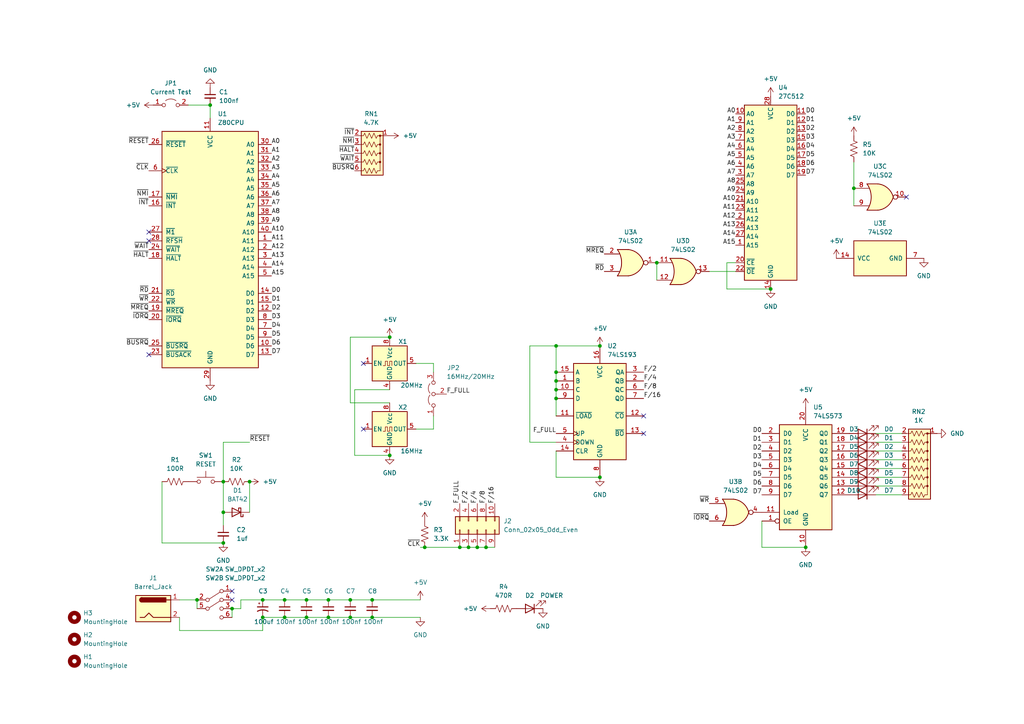
<source format=kicad_sch>
(kicad_sch (version 20230121) (generator eeschema)

  (uuid a69a1a09-59e0-457b-aa73-551d9c311b9f)

  (paper "A4")

  (title_block
    (title "Z80 CMOS NMOS Tester")
    (date "2023-9-25")
    (rev "1.0")
    (company "Chris Tersteeg")
  )

  (lib_symbols
    (symbol "74xx:74LS02" (pin_names (offset 1.016)) (in_bom yes) (on_board yes)
      (property "Reference" "U" (at 0 1.27 0)
        (effects (font (size 1.27 1.27)))
      )
      (property "Value" "74LS02" (at 0 -1.27 0)
        (effects (font (size 1.27 1.27)))
      )
      (property "Footprint" "" (at 0 0 0)
        (effects (font (size 1.27 1.27)) hide)
      )
      (property "Datasheet" "http://www.ti.com/lit/gpn/sn74ls02" (at 0 0 0)
        (effects (font (size 1.27 1.27)) hide)
      )
      (property "ki_locked" "" (at 0 0 0)
        (effects (font (size 1.27 1.27)))
      )
      (property "ki_keywords" "TTL Nor2" (at 0 0 0)
        (effects (font (size 1.27 1.27)) hide)
      )
      (property "ki_description" "quad 2-input NOR gate" (at 0 0 0)
        (effects (font (size 1.27 1.27)) hide)
      )
      (property "ki_fp_filters" "SO14* DIP*W7.62mm*" (at 0 0 0)
        (effects (font (size 1.27 1.27)) hide)
      )
      (symbol "74LS02_1_1"
        (arc (start -3.81 -3.81) (mid -2.589 0) (end -3.81 3.81)
          (stroke (width 0.254) (type default))
          (fill (type none))
        )
        (arc (start -0.6096 -3.81) (mid 2.1842 -2.5851) (end 3.81 0)
          (stroke (width 0.254) (type default))
          (fill (type background))
        )
        (polyline
          (pts
            (xy -3.81 -3.81)
            (xy -0.635 -3.81)
          )
          (stroke (width 0.254) (type default))
          (fill (type background))
        )
        (polyline
          (pts
            (xy -3.81 3.81)
            (xy -0.635 3.81)
          )
          (stroke (width 0.254) (type default))
          (fill (type background))
        )
        (polyline
          (pts
            (xy -0.635 3.81)
            (xy -3.81 3.81)
            (xy -3.81 3.81)
            (xy -3.556 3.4036)
            (xy -3.0226 2.2606)
            (xy -2.6924 1.0414)
            (xy -2.6162 -0.254)
            (xy -2.7686 -1.4986)
            (xy -3.175 -2.7178)
            (xy -3.81 -3.81)
            (xy -3.81 -3.81)
            (xy -0.635 -3.81)
          )
          (stroke (width -25.4) (type default))
          (fill (type background))
        )
        (arc (start 3.81 0) (mid 2.1915 2.5936) (end -0.6096 3.81)
          (stroke (width 0.254) (type default))
          (fill (type background))
        )
        (pin output inverted (at 7.62 0 180) (length 3.81)
          (name "~" (effects (font (size 1.27 1.27))))
          (number "1" (effects (font (size 1.27 1.27))))
        )
        (pin input line (at -7.62 2.54 0) (length 4.318)
          (name "~" (effects (font (size 1.27 1.27))))
          (number "2" (effects (font (size 1.27 1.27))))
        )
        (pin input line (at -7.62 -2.54 0) (length 4.318)
          (name "~" (effects (font (size 1.27 1.27))))
          (number "3" (effects (font (size 1.27 1.27))))
        )
      )
      (symbol "74LS02_1_2"
        (arc (start 0 -3.81) (mid 3.7934 0) (end 0 3.81)
          (stroke (width 0.254) (type default))
          (fill (type background))
        )
        (polyline
          (pts
            (xy 0 3.81)
            (xy -3.81 3.81)
            (xy -3.81 -3.81)
            (xy 0 -3.81)
          )
          (stroke (width 0.254) (type default))
          (fill (type background))
        )
        (pin output line (at 7.62 0 180) (length 3.81)
          (name "~" (effects (font (size 1.27 1.27))))
          (number "1" (effects (font (size 1.27 1.27))))
        )
        (pin input inverted (at -7.62 2.54 0) (length 3.81)
          (name "~" (effects (font (size 1.27 1.27))))
          (number "2" (effects (font (size 1.27 1.27))))
        )
        (pin input inverted (at -7.62 -2.54 0) (length 3.81)
          (name "~" (effects (font (size 1.27 1.27))))
          (number "3" (effects (font (size 1.27 1.27))))
        )
      )
      (symbol "74LS02_2_1"
        (arc (start -3.81 -3.81) (mid -2.589 0) (end -3.81 3.81)
          (stroke (width 0.254) (type default))
          (fill (type none))
        )
        (arc (start -0.6096 -3.81) (mid 2.1842 -2.5851) (end 3.81 0)
          (stroke (width 0.254) (type default))
          (fill (type background))
        )
        (polyline
          (pts
            (xy -3.81 -3.81)
            (xy -0.635 -3.81)
          )
          (stroke (width 0.254) (type default))
          (fill (type background))
        )
        (polyline
          (pts
            (xy -3.81 3.81)
            (xy -0.635 3.81)
          )
          (stroke (width 0.254) (type default))
          (fill (type background))
        )
        (polyline
          (pts
            (xy -0.635 3.81)
            (xy -3.81 3.81)
            (xy -3.81 3.81)
            (xy -3.556 3.4036)
            (xy -3.0226 2.2606)
            (xy -2.6924 1.0414)
            (xy -2.6162 -0.254)
            (xy -2.7686 -1.4986)
            (xy -3.175 -2.7178)
            (xy -3.81 -3.81)
            (xy -3.81 -3.81)
            (xy -0.635 -3.81)
          )
          (stroke (width -25.4) (type default))
          (fill (type background))
        )
        (arc (start 3.81 0) (mid 2.1915 2.5936) (end -0.6096 3.81)
          (stroke (width 0.254) (type default))
          (fill (type background))
        )
        (pin output inverted (at 7.62 0 180) (length 3.81)
          (name "~" (effects (font (size 1.27 1.27))))
          (number "4" (effects (font (size 1.27 1.27))))
        )
        (pin input line (at -7.62 2.54 0) (length 4.318)
          (name "~" (effects (font (size 1.27 1.27))))
          (number "5" (effects (font (size 1.27 1.27))))
        )
        (pin input line (at -7.62 -2.54 0) (length 4.318)
          (name "~" (effects (font (size 1.27 1.27))))
          (number "6" (effects (font (size 1.27 1.27))))
        )
      )
      (symbol "74LS02_2_2"
        (arc (start 0 -3.81) (mid 3.7934 0) (end 0 3.81)
          (stroke (width 0.254) (type default))
          (fill (type background))
        )
        (polyline
          (pts
            (xy 0 3.81)
            (xy -3.81 3.81)
            (xy -3.81 -3.81)
            (xy 0 -3.81)
          )
          (stroke (width 0.254) (type default))
          (fill (type background))
        )
        (pin output line (at 7.62 0 180) (length 3.81)
          (name "~" (effects (font (size 1.27 1.27))))
          (number "4" (effects (font (size 1.27 1.27))))
        )
        (pin input inverted (at -7.62 2.54 0) (length 3.81)
          (name "~" (effects (font (size 1.27 1.27))))
          (number "5" (effects (font (size 1.27 1.27))))
        )
        (pin input inverted (at -7.62 -2.54 0) (length 3.81)
          (name "~" (effects (font (size 1.27 1.27))))
          (number "6" (effects (font (size 1.27 1.27))))
        )
      )
      (symbol "74LS02_3_1"
        (arc (start -3.81 -3.81) (mid -2.589 0) (end -3.81 3.81)
          (stroke (width 0.254) (type default))
          (fill (type none))
        )
        (arc (start -0.6096 -3.81) (mid 2.1842 -2.5851) (end 3.81 0)
          (stroke (width 0.254) (type default))
          (fill (type background))
        )
        (polyline
          (pts
            (xy -3.81 -3.81)
            (xy -0.635 -3.81)
          )
          (stroke (width 0.254) (type default))
          (fill (type background))
        )
        (polyline
          (pts
            (xy -3.81 3.81)
            (xy -0.635 3.81)
          )
          (stroke (width 0.254) (type default))
          (fill (type background))
        )
        (polyline
          (pts
            (xy -0.635 3.81)
            (xy -3.81 3.81)
            (xy -3.81 3.81)
            (xy -3.556 3.4036)
            (xy -3.0226 2.2606)
            (xy -2.6924 1.0414)
            (xy -2.6162 -0.254)
            (xy -2.7686 -1.4986)
            (xy -3.175 -2.7178)
            (xy -3.81 -3.81)
            (xy -3.81 -3.81)
            (xy -0.635 -3.81)
          )
          (stroke (width -25.4) (type default))
          (fill (type background))
        )
        (arc (start 3.81 0) (mid 2.1915 2.5936) (end -0.6096 3.81)
          (stroke (width 0.254) (type default))
          (fill (type background))
        )
        (pin output inverted (at 7.62 0 180) (length 3.81)
          (name "~" (effects (font (size 1.27 1.27))))
          (number "10" (effects (font (size 1.27 1.27))))
        )
        (pin input line (at -7.62 2.54 0) (length 4.318)
          (name "~" (effects (font (size 1.27 1.27))))
          (number "8" (effects (font (size 1.27 1.27))))
        )
        (pin input line (at -7.62 -2.54 0) (length 4.318)
          (name "~" (effects (font (size 1.27 1.27))))
          (number "9" (effects (font (size 1.27 1.27))))
        )
      )
      (symbol "74LS02_3_2"
        (arc (start 0 -3.81) (mid 3.7934 0) (end 0 3.81)
          (stroke (width 0.254) (type default))
          (fill (type background))
        )
        (polyline
          (pts
            (xy 0 3.81)
            (xy -3.81 3.81)
            (xy -3.81 -3.81)
            (xy 0 -3.81)
          )
          (stroke (width 0.254) (type default))
          (fill (type background))
        )
        (pin output line (at 7.62 0 180) (length 3.81)
          (name "~" (effects (font (size 1.27 1.27))))
          (number "10" (effects (font (size 1.27 1.27))))
        )
        (pin input inverted (at -7.62 2.54 0) (length 3.81)
          (name "~" (effects (font (size 1.27 1.27))))
          (number "8" (effects (font (size 1.27 1.27))))
        )
        (pin input inverted (at -7.62 -2.54 0) (length 3.81)
          (name "~" (effects (font (size 1.27 1.27))))
          (number "9" (effects (font (size 1.27 1.27))))
        )
      )
      (symbol "74LS02_4_1"
        (arc (start -3.81 -3.81) (mid -2.589 0) (end -3.81 3.81)
          (stroke (width 0.254) (type default))
          (fill (type none))
        )
        (arc (start -0.6096 -3.81) (mid 2.1842 -2.5851) (end 3.81 0)
          (stroke (width 0.254) (type default))
          (fill (type background))
        )
        (polyline
          (pts
            (xy -3.81 -3.81)
            (xy -0.635 -3.81)
          )
          (stroke (width 0.254) (type default))
          (fill (type background))
        )
        (polyline
          (pts
            (xy -3.81 3.81)
            (xy -0.635 3.81)
          )
          (stroke (width 0.254) (type default))
          (fill (type background))
        )
        (polyline
          (pts
            (xy -0.635 3.81)
            (xy -3.81 3.81)
            (xy -3.81 3.81)
            (xy -3.556 3.4036)
            (xy -3.0226 2.2606)
            (xy -2.6924 1.0414)
            (xy -2.6162 -0.254)
            (xy -2.7686 -1.4986)
            (xy -3.175 -2.7178)
            (xy -3.81 -3.81)
            (xy -3.81 -3.81)
            (xy -0.635 -3.81)
          )
          (stroke (width -25.4) (type default))
          (fill (type background))
        )
        (arc (start 3.81 0) (mid 2.1915 2.5936) (end -0.6096 3.81)
          (stroke (width 0.254) (type default))
          (fill (type background))
        )
        (pin input line (at -7.62 2.54 0) (length 4.318)
          (name "~" (effects (font (size 1.27 1.27))))
          (number "11" (effects (font (size 1.27 1.27))))
        )
        (pin input line (at -7.62 -2.54 0) (length 4.318)
          (name "~" (effects (font (size 1.27 1.27))))
          (number "12" (effects (font (size 1.27 1.27))))
        )
        (pin output inverted (at 7.62 0 180) (length 3.81)
          (name "~" (effects (font (size 1.27 1.27))))
          (number "13" (effects (font (size 1.27 1.27))))
        )
      )
      (symbol "74LS02_4_2"
        (arc (start 0 -3.81) (mid 3.7934 0) (end 0 3.81)
          (stroke (width 0.254) (type default))
          (fill (type background))
        )
        (polyline
          (pts
            (xy 0 3.81)
            (xy -3.81 3.81)
            (xy -3.81 -3.81)
            (xy 0 -3.81)
          )
          (stroke (width 0.254) (type default))
          (fill (type background))
        )
        (pin input inverted (at -7.62 2.54 0) (length 3.81)
          (name "~" (effects (font (size 1.27 1.27))))
          (number "11" (effects (font (size 1.27 1.27))))
        )
        (pin input inverted (at -7.62 -2.54 0) (length 3.81)
          (name "~" (effects (font (size 1.27 1.27))))
          (number "12" (effects (font (size 1.27 1.27))))
        )
        (pin output line (at 7.62 0 180) (length 3.81)
          (name "~" (effects (font (size 1.27 1.27))))
          (number "13" (effects (font (size 1.27 1.27))))
        )
      )
      (symbol "74LS02_5_0"
        (pin power_in line (at 0 12.7 270) (length 5.08)
          (name "VCC" (effects (font (size 1.27 1.27))))
          (number "14" (effects (font (size 1.27 1.27))))
        )
        (pin power_in line (at 0 -12.7 90) (length 5.08)
          (name "GND" (effects (font (size 1.27 1.27))))
          (number "7" (effects (font (size 1.27 1.27))))
        )
      )
      (symbol "74LS02_5_1"
        (rectangle (start -5.08 7.62) (end 5.08 -7.62)
          (stroke (width 0.254) (type default))
          (fill (type background))
        )
      )
    )
    (symbol "74xx:74LS193" (in_bom yes) (on_board yes)
      (property "Reference" "U" (at -7.62 13.97 0)
        (effects (font (size 1.27 1.27)))
      )
      (property "Value" "74LS193" (at 5.08 13.97 0)
        (effects (font (size 1.27 1.27)))
      )
      (property "Footprint" "" (at 0 0 0)
        (effects (font (size 1.27 1.27)) hide)
      )
      (property "Datasheet" "http://www.ti.com/lit/ds/symlink/sn74ls193.pdf" (at 0 0 0)
        (effects (font (size 1.27 1.27)) hide)
      )
      (property "ki_keywords" "TTL CNT CNT4" (at 0 0 0)
        (effects (font (size 1.27 1.27)) hide)
      )
      (property "ki_description" "Synchronous 4-bit Up/Down (2 clk) counter" (at 0 0 0)
        (effects (font (size 1.27 1.27)) hide)
      )
      (property "ki_fp_filters" "SOIC*3.9x9.9mm*P1.27mm* DIP*W7.62mm*" (at 0 0 0)
        (effects (font (size 1.27 1.27)) hide)
      )
      (symbol "74LS193_1_0"
        (pin input line (at -12.7 7.62 0) (length 5.08)
          (name "B" (effects (font (size 1.27 1.27))))
          (number "1" (effects (font (size 1.27 1.27))))
        )
        (pin input line (at -12.7 5.08 0) (length 5.08)
          (name "C" (effects (font (size 1.27 1.27))))
          (number "10" (effects (font (size 1.27 1.27))))
        )
        (pin input line (at -12.7 -2.54 0) (length 5.08)
          (name "~{LOAD}" (effects (font (size 1.27 1.27))))
          (number "11" (effects (font (size 1.27 1.27))))
        )
        (pin output line (at 12.7 -2.54 180) (length 5.08)
          (name "~{CO}" (effects (font (size 1.27 1.27))))
          (number "12" (effects (font (size 1.27 1.27))))
        )
        (pin output line (at 12.7 -7.62 180) (length 5.08)
          (name "~{BO}" (effects (font (size 1.27 1.27))))
          (number "13" (effects (font (size 1.27 1.27))))
        )
        (pin input line (at -12.7 -12.7 0) (length 5.08)
          (name "CLR" (effects (font (size 1.27 1.27))))
          (number "14" (effects (font (size 1.27 1.27))))
        )
        (pin input line (at -12.7 10.16 0) (length 5.08)
          (name "A" (effects (font (size 1.27 1.27))))
          (number "15" (effects (font (size 1.27 1.27))))
        )
        (pin power_in line (at 0 17.78 270) (length 5.08)
          (name "VCC" (effects (font (size 1.27 1.27))))
          (number "16" (effects (font (size 1.27 1.27))))
        )
        (pin output line (at 12.7 7.62 180) (length 5.08)
          (name "QB" (effects (font (size 1.27 1.27))))
          (number "2" (effects (font (size 1.27 1.27))))
        )
        (pin output line (at 12.7 10.16 180) (length 5.08)
          (name "QA" (effects (font (size 1.27 1.27))))
          (number "3" (effects (font (size 1.27 1.27))))
        )
        (pin input clock (at -12.7 -10.16 0) (length 5.08)
          (name "DOWN" (effects (font (size 1.27 1.27))))
          (number "4" (effects (font (size 1.27 1.27))))
        )
        (pin input clock (at -12.7 -7.62 0) (length 5.08)
          (name "UP" (effects (font (size 1.27 1.27))))
          (number "5" (effects (font (size 1.27 1.27))))
        )
        (pin output line (at 12.7 5.08 180) (length 5.08)
          (name "QC" (effects (font (size 1.27 1.27))))
          (number "6" (effects (font (size 1.27 1.27))))
        )
        (pin output line (at 12.7 2.54 180) (length 5.08)
          (name "QD" (effects (font (size 1.27 1.27))))
          (number "7" (effects (font (size 1.27 1.27))))
        )
        (pin power_in line (at 0 -20.32 90) (length 5.08)
          (name "GND" (effects (font (size 1.27 1.27))))
          (number "8" (effects (font (size 1.27 1.27))))
        )
        (pin input line (at -12.7 2.54 0) (length 5.08)
          (name "D" (effects (font (size 1.27 1.27))))
          (number "9" (effects (font (size 1.27 1.27))))
        )
      )
      (symbol "74LS193_1_1"
        (rectangle (start -7.62 12.7) (end 7.62 -15.24)
          (stroke (width 0.254) (type default))
          (fill (type background))
        )
      )
    )
    (symbol "74xx:74LS573" (pin_names (offset 1.016)) (in_bom yes) (on_board yes)
      (property "Reference" "U" (at -7.62 16.51 0)
        (effects (font (size 1.27 1.27)))
      )
      (property "Value" "74LS573" (at -7.62 -16.51 0)
        (effects (font (size 1.27 1.27)))
      )
      (property "Footprint" "" (at 0 0 0)
        (effects (font (size 1.27 1.27)) hide)
      )
      (property "Datasheet" "74xx/74hc573.pdf" (at 0 0 0)
        (effects (font (size 1.27 1.27)) hide)
      )
      (property "ki_locked" "" (at 0 0 0)
        (effects (font (size 1.27 1.27)))
      )
      (property "ki_keywords" "TTL DFF DFF8 LATCH 3State" (at 0 0 0)
        (effects (font (size 1.27 1.27)) hide)
      )
      (property "ki_description" "8-bit Latch 3-state outputs" (at 0 0 0)
        (effects (font (size 1.27 1.27)) hide)
      )
      (property "ki_fp_filters" "DIP?20*" (at 0 0 0)
        (effects (font (size 1.27 1.27)) hide)
      )
      (symbol "74LS573_1_0"
        (pin input inverted (at -12.7 -12.7 0) (length 5.08)
          (name "OE" (effects (font (size 1.27 1.27))))
          (number "1" (effects (font (size 1.27 1.27))))
        )
        (pin power_in line (at 0 -20.32 90) (length 5.08)
          (name "GND" (effects (font (size 1.27 1.27))))
          (number "10" (effects (font (size 1.27 1.27))))
        )
        (pin input line (at -12.7 -10.16 0) (length 5.08)
          (name "Load" (effects (font (size 1.27 1.27))))
          (number "11" (effects (font (size 1.27 1.27))))
        )
        (pin tri_state line (at 12.7 -5.08 180) (length 5.08)
          (name "Q7" (effects (font (size 1.27 1.27))))
          (number "12" (effects (font (size 1.27 1.27))))
        )
        (pin tri_state line (at 12.7 -2.54 180) (length 5.08)
          (name "Q6" (effects (font (size 1.27 1.27))))
          (number "13" (effects (font (size 1.27 1.27))))
        )
        (pin tri_state line (at 12.7 0 180) (length 5.08)
          (name "Q5" (effects (font (size 1.27 1.27))))
          (number "14" (effects (font (size 1.27 1.27))))
        )
        (pin tri_state line (at 12.7 2.54 180) (length 5.08)
          (name "Q4" (effects (font (size 1.27 1.27))))
          (number "15" (effects (font (size 1.27 1.27))))
        )
        (pin tri_state line (at 12.7 5.08 180) (length 5.08)
          (name "Q3" (effects (font (size 1.27 1.27))))
          (number "16" (effects (font (size 1.27 1.27))))
        )
        (pin tri_state line (at 12.7 7.62 180) (length 5.08)
          (name "Q2" (effects (font (size 1.27 1.27))))
          (number "17" (effects (font (size 1.27 1.27))))
        )
        (pin tri_state line (at 12.7 10.16 180) (length 5.08)
          (name "Q1" (effects (font (size 1.27 1.27))))
          (number "18" (effects (font (size 1.27 1.27))))
        )
        (pin tri_state line (at 12.7 12.7 180) (length 5.08)
          (name "Q0" (effects (font (size 1.27 1.27))))
          (number "19" (effects (font (size 1.27 1.27))))
        )
        (pin input line (at -12.7 12.7 0) (length 5.08)
          (name "D0" (effects (font (size 1.27 1.27))))
          (number "2" (effects (font (size 1.27 1.27))))
        )
        (pin power_in line (at 0 20.32 270) (length 5.08)
          (name "VCC" (effects (font (size 1.27 1.27))))
          (number "20" (effects (font (size 1.27 1.27))))
        )
        (pin input line (at -12.7 10.16 0) (length 5.08)
          (name "D1" (effects (font (size 1.27 1.27))))
          (number "3" (effects (font (size 1.27 1.27))))
        )
        (pin input line (at -12.7 7.62 0) (length 5.08)
          (name "D2" (effects (font (size 1.27 1.27))))
          (number "4" (effects (font (size 1.27 1.27))))
        )
        (pin input line (at -12.7 5.08 0) (length 5.08)
          (name "D3" (effects (font (size 1.27 1.27))))
          (number "5" (effects (font (size 1.27 1.27))))
        )
        (pin input line (at -12.7 2.54 0) (length 5.08)
          (name "D4" (effects (font (size 1.27 1.27))))
          (number "6" (effects (font (size 1.27 1.27))))
        )
        (pin input line (at -12.7 0 0) (length 5.08)
          (name "D5" (effects (font (size 1.27 1.27))))
          (number "7" (effects (font (size 1.27 1.27))))
        )
        (pin input line (at -12.7 -2.54 0) (length 5.08)
          (name "D6" (effects (font (size 1.27 1.27))))
          (number "8" (effects (font (size 1.27 1.27))))
        )
        (pin input line (at -12.7 -5.08 0) (length 5.08)
          (name "D7" (effects (font (size 1.27 1.27))))
          (number "9" (effects (font (size 1.27 1.27))))
        )
      )
      (symbol "74LS573_1_1"
        (rectangle (start -7.62 15.24) (end 7.62 -15.24)
          (stroke (width 0.254) (type default))
          (fill (type background))
        )
      )
    )
    (symbol "CPU:Z80CPU" (pin_names (offset 1.016)) (in_bom yes) (on_board yes)
      (property "Reference" "U" (at -13.97 35.56 0)
        (effects (font (size 1.27 1.27)) (justify left))
      )
      (property "Value" "Z80CPU" (at 6.35 35.56 0)
        (effects (font (size 1.27 1.27)) (justify left))
      )
      (property "Footprint" "" (at 0 10.16 0)
        (effects (font (size 1.27 1.27)) hide)
      )
      (property "Datasheet" "www.zilog.com/manage_directlink.php?filepath=docs/z80/um0080" (at 0 10.16 0)
        (effects (font (size 1.27 1.27)) hide)
      )
      (property "ki_keywords" "Z80 CPU uP" (at 0 0 0)
        (effects (font (size 1.27 1.27)) hide)
      )
      (property "ki_description" "8-bit General Purpose Microprocessor, DIP-40" (at 0 0 0)
        (effects (font (size 1.27 1.27)) hide)
      )
      (property "ki_fp_filters" "DIP* PDIP*" (at 0 0 0)
        (effects (font (size 1.27 1.27)) hide)
      )
      (symbol "Z80CPU_0_1"
        (rectangle (start -13.97 34.29) (end 13.97 -34.29)
          (stroke (width 0.254) (type default))
          (fill (type background))
        )
      )
      (symbol "Z80CPU_1_1"
        (pin output line (at 17.78 2.54 180) (length 3.81)
          (name "A11" (effects (font (size 1.27 1.27))))
          (number "1" (effects (font (size 1.27 1.27))))
        )
        (pin bidirectional line (at 17.78 -27.94 180) (length 3.81)
          (name "D6" (effects (font (size 1.27 1.27))))
          (number "10" (effects (font (size 1.27 1.27))))
        )
        (pin power_in line (at 0 38.1 270) (length 3.81)
          (name "VCC" (effects (font (size 1.27 1.27))))
          (number "11" (effects (font (size 1.27 1.27))))
        )
        (pin bidirectional line (at 17.78 -17.78 180) (length 3.81)
          (name "D2" (effects (font (size 1.27 1.27))))
          (number "12" (effects (font (size 1.27 1.27))))
        )
        (pin bidirectional line (at 17.78 -30.48 180) (length 3.81)
          (name "D7" (effects (font (size 1.27 1.27))))
          (number "13" (effects (font (size 1.27 1.27))))
        )
        (pin bidirectional line (at 17.78 -12.7 180) (length 3.81)
          (name "D0" (effects (font (size 1.27 1.27))))
          (number "14" (effects (font (size 1.27 1.27))))
        )
        (pin bidirectional line (at 17.78 -15.24 180) (length 3.81)
          (name "D1" (effects (font (size 1.27 1.27))))
          (number "15" (effects (font (size 1.27 1.27))))
        )
        (pin input line (at -17.78 12.7 0) (length 3.81)
          (name "~{INT}" (effects (font (size 1.27 1.27))))
          (number "16" (effects (font (size 1.27 1.27))))
        )
        (pin input line (at -17.78 15.24 0) (length 3.81)
          (name "~{NMI}" (effects (font (size 1.27 1.27))))
          (number "17" (effects (font (size 1.27 1.27))))
        )
        (pin output line (at -17.78 -2.54 0) (length 3.81)
          (name "~{HALT}" (effects (font (size 1.27 1.27))))
          (number "18" (effects (font (size 1.27 1.27))))
        )
        (pin output line (at -17.78 -17.78 0) (length 3.81)
          (name "~{MREQ}" (effects (font (size 1.27 1.27))))
          (number "19" (effects (font (size 1.27 1.27))))
        )
        (pin output line (at 17.78 0 180) (length 3.81)
          (name "A12" (effects (font (size 1.27 1.27))))
          (number "2" (effects (font (size 1.27 1.27))))
        )
        (pin output line (at -17.78 -20.32 0) (length 3.81)
          (name "~{IORQ}" (effects (font (size 1.27 1.27))))
          (number "20" (effects (font (size 1.27 1.27))))
        )
        (pin output line (at -17.78 -12.7 0) (length 3.81)
          (name "~{RD}" (effects (font (size 1.27 1.27))))
          (number "21" (effects (font (size 1.27 1.27))))
        )
        (pin output line (at -17.78 -15.24 0) (length 3.81)
          (name "~{WR}" (effects (font (size 1.27 1.27))))
          (number "22" (effects (font (size 1.27 1.27))))
        )
        (pin output line (at -17.78 -30.48 0) (length 3.81)
          (name "~{BUSACK}" (effects (font (size 1.27 1.27))))
          (number "23" (effects (font (size 1.27 1.27))))
        )
        (pin input line (at -17.78 0 0) (length 3.81)
          (name "~{WAIT}" (effects (font (size 1.27 1.27))))
          (number "24" (effects (font (size 1.27 1.27))))
        )
        (pin input line (at -17.78 -27.94 0) (length 3.81)
          (name "~{BUSRQ}" (effects (font (size 1.27 1.27))))
          (number "25" (effects (font (size 1.27 1.27))))
        )
        (pin input line (at -17.78 30.48 0) (length 3.81)
          (name "~{RESET}" (effects (font (size 1.27 1.27))))
          (number "26" (effects (font (size 1.27 1.27))))
        )
        (pin output line (at -17.78 5.08 0) (length 3.81)
          (name "~{M1}" (effects (font (size 1.27 1.27))))
          (number "27" (effects (font (size 1.27 1.27))))
        )
        (pin output line (at -17.78 2.54 0) (length 3.81)
          (name "~{RFSH}" (effects (font (size 1.27 1.27))))
          (number "28" (effects (font (size 1.27 1.27))))
        )
        (pin power_in line (at 0 -38.1 90) (length 3.81)
          (name "GND" (effects (font (size 1.27 1.27))))
          (number "29" (effects (font (size 1.27 1.27))))
        )
        (pin output line (at 17.78 -2.54 180) (length 3.81)
          (name "A13" (effects (font (size 1.27 1.27))))
          (number "3" (effects (font (size 1.27 1.27))))
        )
        (pin output line (at 17.78 30.48 180) (length 3.81)
          (name "A0" (effects (font (size 1.27 1.27))))
          (number "30" (effects (font (size 1.27 1.27))))
        )
        (pin output line (at 17.78 27.94 180) (length 3.81)
          (name "A1" (effects (font (size 1.27 1.27))))
          (number "31" (effects (font (size 1.27 1.27))))
        )
        (pin output line (at 17.78 25.4 180) (length 3.81)
          (name "A2" (effects (font (size 1.27 1.27))))
          (number "32" (effects (font (size 1.27 1.27))))
        )
        (pin output line (at 17.78 22.86 180) (length 3.81)
          (name "A3" (effects (font (size 1.27 1.27))))
          (number "33" (effects (font (size 1.27 1.27))))
        )
        (pin output line (at 17.78 20.32 180) (length 3.81)
          (name "A4" (effects (font (size 1.27 1.27))))
          (number "34" (effects (font (size 1.27 1.27))))
        )
        (pin output line (at 17.78 17.78 180) (length 3.81)
          (name "A5" (effects (font (size 1.27 1.27))))
          (number "35" (effects (font (size 1.27 1.27))))
        )
        (pin output line (at 17.78 15.24 180) (length 3.81)
          (name "A6" (effects (font (size 1.27 1.27))))
          (number "36" (effects (font (size 1.27 1.27))))
        )
        (pin output line (at 17.78 12.7 180) (length 3.81)
          (name "A7" (effects (font (size 1.27 1.27))))
          (number "37" (effects (font (size 1.27 1.27))))
        )
        (pin output line (at 17.78 10.16 180) (length 3.81)
          (name "A8" (effects (font (size 1.27 1.27))))
          (number "38" (effects (font (size 1.27 1.27))))
        )
        (pin output line (at 17.78 7.62 180) (length 3.81)
          (name "A9" (effects (font (size 1.27 1.27))))
          (number "39" (effects (font (size 1.27 1.27))))
        )
        (pin output line (at 17.78 -5.08 180) (length 3.81)
          (name "A14" (effects (font (size 1.27 1.27))))
          (number "4" (effects (font (size 1.27 1.27))))
        )
        (pin output line (at 17.78 5.08 180) (length 3.81)
          (name "A10" (effects (font (size 1.27 1.27))))
          (number "40" (effects (font (size 1.27 1.27))))
        )
        (pin output line (at 17.78 -7.62 180) (length 3.81)
          (name "A15" (effects (font (size 1.27 1.27))))
          (number "5" (effects (font (size 1.27 1.27))))
        )
        (pin input clock (at -17.78 22.86 0) (length 3.81)
          (name "~{CLK}" (effects (font (size 1.27 1.27))))
          (number "6" (effects (font (size 1.27 1.27))))
        )
        (pin bidirectional line (at 17.78 -22.86 180) (length 3.81)
          (name "D4" (effects (font (size 1.27 1.27))))
          (number "7" (effects (font (size 1.27 1.27))))
        )
        (pin bidirectional line (at 17.78 -20.32 180) (length 3.81)
          (name "D3" (effects (font (size 1.27 1.27))))
          (number "8" (effects (font (size 1.27 1.27))))
        )
        (pin bidirectional line (at 17.78 -25.4 180) (length 3.81)
          (name "D5" (effects (font (size 1.27 1.27))))
          (number "9" (effects (font (size 1.27 1.27))))
        )
      )
    )
    (symbol "Connector:Barrel_Jack" (pin_names (offset 1.016)) (in_bom yes) (on_board yes)
      (property "Reference" "J" (at 0 5.334 0)
        (effects (font (size 1.27 1.27)))
      )
      (property "Value" "Barrel_Jack" (at 0 -5.08 0)
        (effects (font (size 1.27 1.27)))
      )
      (property "Footprint" "" (at 1.27 -1.016 0)
        (effects (font (size 1.27 1.27)) hide)
      )
      (property "Datasheet" "~" (at 1.27 -1.016 0)
        (effects (font (size 1.27 1.27)) hide)
      )
      (property "ki_keywords" "DC power barrel jack connector" (at 0 0 0)
        (effects (font (size 1.27 1.27)) hide)
      )
      (property "ki_description" "DC Barrel Jack" (at 0 0 0)
        (effects (font (size 1.27 1.27)) hide)
      )
      (property "ki_fp_filters" "BarrelJack*" (at 0 0 0)
        (effects (font (size 1.27 1.27)) hide)
      )
      (symbol "Barrel_Jack_0_1"
        (rectangle (start -5.08 3.81) (end 5.08 -3.81)
          (stroke (width 0.254) (type default))
          (fill (type background))
        )
        (arc (start -3.302 3.175) (mid -3.9343 2.54) (end -3.302 1.905)
          (stroke (width 0.254) (type default))
          (fill (type none))
        )
        (arc (start -3.302 3.175) (mid -3.9343 2.54) (end -3.302 1.905)
          (stroke (width 0.254) (type default))
          (fill (type outline))
        )
        (polyline
          (pts
            (xy 5.08 2.54)
            (xy 3.81 2.54)
          )
          (stroke (width 0.254) (type default))
          (fill (type none))
        )
        (polyline
          (pts
            (xy -3.81 -2.54)
            (xy -2.54 -2.54)
            (xy -1.27 -1.27)
            (xy 0 -2.54)
            (xy 2.54 -2.54)
            (xy 5.08 -2.54)
          )
          (stroke (width 0.254) (type default))
          (fill (type none))
        )
        (rectangle (start 3.683 3.175) (end -3.302 1.905)
          (stroke (width 0.254) (type default))
          (fill (type outline))
        )
      )
      (symbol "Barrel_Jack_1_1"
        (pin passive line (at 7.62 2.54 180) (length 2.54)
          (name "~" (effects (font (size 1.27 1.27))))
          (number "1" (effects (font (size 1.27 1.27))))
        )
        (pin passive line (at 7.62 -2.54 180) (length 2.54)
          (name "~" (effects (font (size 1.27 1.27))))
          (number "2" (effects (font (size 1.27 1.27))))
        )
      )
    )
    (symbol "Connector_Generic:Conn_02x05_Odd_Even" (pin_names (offset 1.016) hide) (in_bom yes) (on_board yes)
      (property "Reference" "J" (at 1.27 7.62 0)
        (effects (font (size 1.27 1.27)))
      )
      (property "Value" "Conn_02x05_Odd_Even" (at 1.27 -7.62 0)
        (effects (font (size 1.27 1.27)))
      )
      (property "Footprint" "" (at 0 0 0)
        (effects (font (size 1.27 1.27)) hide)
      )
      (property "Datasheet" "~" (at 0 0 0)
        (effects (font (size 1.27 1.27)) hide)
      )
      (property "ki_keywords" "connector" (at 0 0 0)
        (effects (font (size 1.27 1.27)) hide)
      )
      (property "ki_description" "Generic connector, double row, 02x05, odd/even pin numbering scheme (row 1 odd numbers, row 2 even numbers), script generated (kicad-library-utils/schlib/autogen/connector/)" (at 0 0 0)
        (effects (font (size 1.27 1.27)) hide)
      )
      (property "ki_fp_filters" "Connector*:*_2x??_*" (at 0 0 0)
        (effects (font (size 1.27 1.27)) hide)
      )
      (symbol "Conn_02x05_Odd_Even_1_1"
        (rectangle (start -1.27 -4.953) (end 0 -5.207)
          (stroke (width 0.1524) (type default))
          (fill (type none))
        )
        (rectangle (start -1.27 -2.413) (end 0 -2.667)
          (stroke (width 0.1524) (type default))
          (fill (type none))
        )
        (rectangle (start -1.27 0.127) (end 0 -0.127)
          (stroke (width 0.1524) (type default))
          (fill (type none))
        )
        (rectangle (start -1.27 2.667) (end 0 2.413)
          (stroke (width 0.1524) (type default))
          (fill (type none))
        )
        (rectangle (start -1.27 5.207) (end 0 4.953)
          (stroke (width 0.1524) (type default))
          (fill (type none))
        )
        (rectangle (start -1.27 6.35) (end 3.81 -6.35)
          (stroke (width 0.254) (type default))
          (fill (type background))
        )
        (rectangle (start 3.81 -4.953) (end 2.54 -5.207)
          (stroke (width 0.1524) (type default))
          (fill (type none))
        )
        (rectangle (start 3.81 -2.413) (end 2.54 -2.667)
          (stroke (width 0.1524) (type default))
          (fill (type none))
        )
        (rectangle (start 3.81 0.127) (end 2.54 -0.127)
          (stroke (width 0.1524) (type default))
          (fill (type none))
        )
        (rectangle (start 3.81 2.667) (end 2.54 2.413)
          (stroke (width 0.1524) (type default))
          (fill (type none))
        )
        (rectangle (start 3.81 5.207) (end 2.54 4.953)
          (stroke (width 0.1524) (type default))
          (fill (type none))
        )
        (pin passive line (at -5.08 5.08 0) (length 3.81)
          (name "Pin_1" (effects (font (size 1.27 1.27))))
          (number "1" (effects (font (size 1.27 1.27))))
        )
        (pin passive line (at 7.62 -5.08 180) (length 3.81)
          (name "Pin_10" (effects (font (size 1.27 1.27))))
          (number "10" (effects (font (size 1.27 1.27))))
        )
        (pin passive line (at 7.62 5.08 180) (length 3.81)
          (name "Pin_2" (effects (font (size 1.27 1.27))))
          (number "2" (effects (font (size 1.27 1.27))))
        )
        (pin passive line (at -5.08 2.54 0) (length 3.81)
          (name "Pin_3" (effects (font (size 1.27 1.27))))
          (number "3" (effects (font (size 1.27 1.27))))
        )
        (pin passive line (at 7.62 2.54 180) (length 3.81)
          (name "Pin_4" (effects (font (size 1.27 1.27))))
          (number "4" (effects (font (size 1.27 1.27))))
        )
        (pin passive line (at -5.08 0 0) (length 3.81)
          (name "Pin_5" (effects (font (size 1.27 1.27))))
          (number "5" (effects (font (size 1.27 1.27))))
        )
        (pin passive line (at 7.62 0 180) (length 3.81)
          (name "Pin_6" (effects (font (size 1.27 1.27))))
          (number "6" (effects (font (size 1.27 1.27))))
        )
        (pin passive line (at -5.08 -2.54 0) (length 3.81)
          (name "Pin_7" (effects (font (size 1.27 1.27))))
          (number "7" (effects (font (size 1.27 1.27))))
        )
        (pin passive line (at 7.62 -2.54 180) (length 3.81)
          (name "Pin_8" (effects (font (size 1.27 1.27))))
          (number "8" (effects (font (size 1.27 1.27))))
        )
        (pin passive line (at -5.08 -5.08 0) (length 3.81)
          (name "Pin_9" (effects (font (size 1.27 1.27))))
          (number "9" (effects (font (size 1.27 1.27))))
        )
      )
    )
    (symbol "Device:C_Polarized_Small_US" (pin_numbers hide) (pin_names (offset 0.254) hide) (in_bom yes) (on_board yes)
      (property "Reference" "C" (at 0.254 1.778 0)
        (effects (font (size 1.27 1.27)) (justify left))
      )
      (property "Value" "C_Polarized_Small_US" (at 0.254 -2.032 0)
        (effects (font (size 1.27 1.27)) (justify left))
      )
      (property "Footprint" "" (at 0 0 0)
        (effects (font (size 1.27 1.27)) hide)
      )
      (property "Datasheet" "~" (at 0 0 0)
        (effects (font (size 1.27 1.27)) hide)
      )
      (property "ki_keywords" "cap capacitor" (at 0 0 0)
        (effects (font (size 1.27 1.27)) hide)
      )
      (property "ki_description" "Polarized capacitor, small US symbol" (at 0 0 0)
        (effects (font (size 1.27 1.27)) hide)
      )
      (property "ki_fp_filters" "CP_*" (at 0 0 0)
        (effects (font (size 1.27 1.27)) hide)
      )
      (symbol "C_Polarized_Small_US_0_1"
        (polyline
          (pts
            (xy -1.524 0.508)
            (xy 1.524 0.508)
          )
          (stroke (width 0.3048) (type default))
          (fill (type none))
        )
        (polyline
          (pts
            (xy -1.27 1.524)
            (xy -0.762 1.524)
          )
          (stroke (width 0) (type default))
          (fill (type none))
        )
        (polyline
          (pts
            (xy -1.016 1.27)
            (xy -1.016 1.778)
          )
          (stroke (width 0) (type default))
          (fill (type none))
        )
        (arc (start 1.524 -0.762) (mid 0 -0.3734) (end -1.524 -0.762)
          (stroke (width 0.3048) (type default))
          (fill (type none))
        )
      )
      (symbol "C_Polarized_Small_US_1_1"
        (pin passive line (at 0 2.54 270) (length 2.032)
          (name "~" (effects (font (size 1.27 1.27))))
          (number "1" (effects (font (size 1.27 1.27))))
        )
        (pin passive line (at 0 -2.54 90) (length 2.032)
          (name "~" (effects (font (size 1.27 1.27))))
          (number "2" (effects (font (size 1.27 1.27))))
        )
      )
    )
    (symbol "Device:C_Small" (pin_numbers hide) (pin_names (offset 0.254) hide) (in_bom yes) (on_board yes)
      (property "Reference" "C" (at 0.254 1.778 0)
        (effects (font (size 1.27 1.27)) (justify left))
      )
      (property "Value" "C_Small" (at 0.254 -2.032 0)
        (effects (font (size 1.27 1.27)) (justify left))
      )
      (property "Footprint" "" (at 0 0 0)
        (effects (font (size 1.27 1.27)) hide)
      )
      (property "Datasheet" "~" (at 0 0 0)
        (effects (font (size 1.27 1.27)) hide)
      )
      (property "ki_keywords" "capacitor cap" (at 0 0 0)
        (effects (font (size 1.27 1.27)) hide)
      )
      (property "ki_description" "Unpolarized capacitor, small symbol" (at 0 0 0)
        (effects (font (size 1.27 1.27)) hide)
      )
      (property "ki_fp_filters" "C_*" (at 0 0 0)
        (effects (font (size 1.27 1.27)) hide)
      )
      (symbol "C_Small_0_1"
        (polyline
          (pts
            (xy -1.524 -0.508)
            (xy 1.524 -0.508)
          )
          (stroke (width 0.3302) (type default))
          (fill (type none))
        )
        (polyline
          (pts
            (xy -1.524 0.508)
            (xy 1.524 0.508)
          )
          (stroke (width 0.3048) (type default))
          (fill (type none))
        )
      )
      (symbol "C_Small_1_1"
        (pin passive line (at 0 2.54 270) (length 2.032)
          (name "~" (effects (font (size 1.27 1.27))))
          (number "1" (effects (font (size 1.27 1.27))))
        )
        (pin passive line (at 0 -2.54 90) (length 2.032)
          (name "~" (effects (font (size 1.27 1.27))))
          (number "2" (effects (font (size 1.27 1.27))))
        )
      )
    )
    (symbol "Device:LED" (pin_numbers hide) (pin_names (offset 1.016) hide) (in_bom yes) (on_board yes)
      (property "Reference" "D" (at 0 2.54 0)
        (effects (font (size 1.27 1.27)))
      )
      (property "Value" "LED" (at 0 -2.54 0)
        (effects (font (size 1.27 1.27)))
      )
      (property "Footprint" "" (at 0 0 0)
        (effects (font (size 1.27 1.27)) hide)
      )
      (property "Datasheet" "~" (at 0 0 0)
        (effects (font (size 1.27 1.27)) hide)
      )
      (property "ki_keywords" "LED diode" (at 0 0 0)
        (effects (font (size 1.27 1.27)) hide)
      )
      (property "ki_description" "Light emitting diode" (at 0 0 0)
        (effects (font (size 1.27 1.27)) hide)
      )
      (property "ki_fp_filters" "LED* LED_SMD:* LED_THT:*" (at 0 0 0)
        (effects (font (size 1.27 1.27)) hide)
      )
      (symbol "LED_0_1"
        (polyline
          (pts
            (xy -1.27 -1.27)
            (xy -1.27 1.27)
          )
          (stroke (width 0.254) (type default))
          (fill (type none))
        )
        (polyline
          (pts
            (xy -1.27 0)
            (xy 1.27 0)
          )
          (stroke (width 0) (type default))
          (fill (type none))
        )
        (polyline
          (pts
            (xy 1.27 -1.27)
            (xy 1.27 1.27)
            (xy -1.27 0)
            (xy 1.27 -1.27)
          )
          (stroke (width 0.254) (type default))
          (fill (type none))
        )
        (polyline
          (pts
            (xy -3.048 -0.762)
            (xy -4.572 -2.286)
            (xy -3.81 -2.286)
            (xy -4.572 -2.286)
            (xy -4.572 -1.524)
          )
          (stroke (width 0) (type default))
          (fill (type none))
        )
        (polyline
          (pts
            (xy -1.778 -0.762)
            (xy -3.302 -2.286)
            (xy -2.54 -2.286)
            (xy -3.302 -2.286)
            (xy -3.302 -1.524)
          )
          (stroke (width 0) (type default))
          (fill (type none))
        )
      )
      (symbol "LED_1_1"
        (pin passive line (at -3.81 0 0) (length 2.54)
          (name "K" (effects (font (size 1.27 1.27))))
          (number "1" (effects (font (size 1.27 1.27))))
        )
        (pin passive line (at 3.81 0 180) (length 2.54)
          (name "A" (effects (font (size 1.27 1.27))))
          (number "2" (effects (font (size 1.27 1.27))))
        )
      )
    )
    (symbol "Device:R_Network05_US" (pin_names (offset 0) hide) (in_bom yes) (on_board yes)
      (property "Reference" "RN" (at -7.62 0 90)
        (effects (font (size 1.27 1.27)))
      )
      (property "Value" "R_Network05_US" (at 7.62 0 90)
        (effects (font (size 1.27 1.27)))
      )
      (property "Footprint" "Resistor_THT:R_Array_SIP6" (at 9.525 0 90)
        (effects (font (size 1.27 1.27)) hide)
      )
      (property "Datasheet" "http://www.vishay.com/docs/31509/csc.pdf" (at 0 0 0)
        (effects (font (size 1.27 1.27)) hide)
      )
      (property "ki_keywords" "R network star-topology" (at 0 0 0)
        (effects (font (size 1.27 1.27)) hide)
      )
      (property "ki_description" "5 resistor network, star topology, bussed resistors, small US symbol" (at 0 0 0)
        (effects (font (size 1.27 1.27)) hide)
      )
      (property "ki_fp_filters" "R?Array?SIP*" (at 0 0 0)
        (effects (font (size 1.27 1.27)) hide)
      )
      (symbol "R_Network05_US_0_1"
        (rectangle (start -6.35 -3.175) (end 6.35 3.175)
          (stroke (width 0.254) (type default))
          (fill (type background))
        )
        (circle (center -5.08 2.286) (radius 0.254)
          (stroke (width 0) (type default))
          (fill (type outline))
        )
        (circle (center -2.54 2.286) (radius 0.254)
          (stroke (width 0) (type default))
          (fill (type outline))
        )
        (polyline
          (pts
            (xy -5.08 2.286)
            (xy 5.08 2.286)
          )
          (stroke (width 0) (type default))
          (fill (type none))
        )
        (polyline
          (pts
            (xy -5.08 2.286)
            (xy -5.08 1.524)
            (xy -4.318 1.1684)
            (xy -5.842 0.508)
            (xy -4.318 -0.1524)
            (xy -5.842 -0.8382)
            (xy -4.318 -1.524)
            (xy -5.842 -2.1844)
            (xy -5.08 -2.54)
            (xy -5.08 -3.81)
          )
          (stroke (width 0) (type default))
          (fill (type none))
        )
        (polyline
          (pts
            (xy -2.54 2.286)
            (xy -2.54 1.524)
            (xy -1.778 1.1684)
            (xy -3.302 0.508)
            (xy -1.778 -0.1524)
            (xy -3.302 -0.8382)
            (xy -1.778 -1.524)
            (xy -3.302 -2.1844)
            (xy -2.54 -2.54)
            (xy -2.54 -3.81)
          )
          (stroke (width 0) (type default))
          (fill (type none))
        )
        (polyline
          (pts
            (xy 0 2.286)
            (xy 0 1.524)
            (xy 0.762 1.1684)
            (xy -0.762 0.508)
            (xy 0.762 -0.1524)
            (xy -0.762 -0.8382)
            (xy 0.762 -1.524)
            (xy -0.762 -2.1844)
            (xy 0 -2.54)
            (xy 0 -3.81)
          )
          (stroke (width 0) (type default))
          (fill (type none))
        )
        (polyline
          (pts
            (xy 2.54 2.286)
            (xy 2.54 1.524)
            (xy 3.302 1.1684)
            (xy 1.778 0.508)
            (xy 3.302 -0.1524)
            (xy 1.778 -0.8382)
            (xy 3.302 -1.524)
            (xy 1.778 -2.1844)
            (xy 2.54 -2.54)
            (xy 2.54 -3.81)
          )
          (stroke (width 0) (type default))
          (fill (type none))
        )
        (polyline
          (pts
            (xy 5.08 2.286)
            (xy 5.08 1.524)
            (xy 5.842 1.1684)
            (xy 4.318 0.508)
            (xy 5.842 -0.1524)
            (xy 4.318 -0.8382)
            (xy 5.842 -1.524)
            (xy 4.318 -2.1844)
            (xy 5.08 -2.54)
            (xy 5.08 -3.81)
          )
          (stroke (width 0) (type default))
          (fill (type none))
        )
        (circle (center 0 2.286) (radius 0.254)
          (stroke (width 0) (type default))
          (fill (type outline))
        )
        (circle (center 2.54 2.286) (radius 0.254)
          (stroke (width 0) (type default))
          (fill (type outline))
        )
      )
      (symbol "R_Network05_US_1_1"
        (pin passive line (at -5.08 5.08 270) (length 2.54)
          (name "common" (effects (font (size 1.27 1.27))))
          (number "1" (effects (font (size 1.27 1.27))))
        )
        (pin passive line (at -5.08 -5.08 90) (length 1.27)
          (name "R1" (effects (font (size 1.27 1.27))))
          (number "2" (effects (font (size 1.27 1.27))))
        )
        (pin passive line (at -2.54 -5.08 90) (length 1.27)
          (name "R2" (effects (font (size 1.27 1.27))))
          (number "3" (effects (font (size 1.27 1.27))))
        )
        (pin passive line (at 0 -5.08 90) (length 1.27)
          (name "R3" (effects (font (size 1.27 1.27))))
          (number "4" (effects (font (size 1.27 1.27))))
        )
        (pin passive line (at 2.54 -5.08 90) (length 1.27)
          (name "R4" (effects (font (size 1.27 1.27))))
          (number "5" (effects (font (size 1.27 1.27))))
        )
        (pin passive line (at 5.08 -5.08 90) (length 1.27)
          (name "R5" (effects (font (size 1.27 1.27))))
          (number "6" (effects (font (size 1.27 1.27))))
        )
      )
    )
    (symbol "Device:R_Network08_US" (pin_names (offset 0) hide) (in_bom yes) (on_board yes)
      (property "Reference" "RN" (at -12.7 0 90)
        (effects (font (size 1.27 1.27)))
      )
      (property "Value" "R_Network08_US" (at 10.16 0 90)
        (effects (font (size 1.27 1.27)))
      )
      (property "Footprint" "Resistor_THT:R_Array_SIP9" (at 12.065 0 90)
        (effects (font (size 1.27 1.27)) hide)
      )
      (property "Datasheet" "http://www.vishay.com/docs/31509/csc.pdf" (at 0 0 0)
        (effects (font (size 1.27 1.27)) hide)
      )
      (property "ki_keywords" "R network star-topology" (at 0 0 0)
        (effects (font (size 1.27 1.27)) hide)
      )
      (property "ki_description" "8 resistor network, star topology, bussed resistors, small US symbol" (at 0 0 0)
        (effects (font (size 1.27 1.27)) hide)
      )
      (property "ki_fp_filters" "R?Array?SIP*" (at 0 0 0)
        (effects (font (size 1.27 1.27)) hide)
      )
      (symbol "R_Network08_US_0_1"
        (rectangle (start -11.43 -3.175) (end 8.89 3.175)
          (stroke (width 0.254) (type default))
          (fill (type background))
        )
        (circle (center -10.16 2.286) (radius 0.254)
          (stroke (width 0) (type default))
          (fill (type outline))
        )
        (circle (center -7.62 2.286) (radius 0.254)
          (stroke (width 0) (type default))
          (fill (type outline))
        )
        (circle (center -5.08 2.286) (radius 0.254)
          (stroke (width 0) (type default))
          (fill (type outline))
        )
        (circle (center -2.54 2.286) (radius 0.254)
          (stroke (width 0) (type default))
          (fill (type outline))
        )
        (polyline
          (pts
            (xy -10.16 2.286)
            (xy 7.62 2.286)
          )
          (stroke (width 0) (type default))
          (fill (type none))
        )
        (polyline
          (pts
            (xy -10.16 2.286)
            (xy -10.16 1.524)
            (xy -9.398 1.1684)
            (xy -10.922 0.508)
            (xy -9.398 -0.1524)
            (xy -10.922 -0.8382)
            (xy -9.398 -1.524)
            (xy -10.922 -2.1844)
            (xy -10.16 -2.54)
            (xy -10.16 -3.81)
          )
          (stroke (width 0) (type default))
          (fill (type none))
        )
        (polyline
          (pts
            (xy -7.62 2.286)
            (xy -7.62 1.524)
            (xy -6.858 1.1684)
            (xy -8.382 0.508)
            (xy -6.858 -0.1524)
            (xy -8.382 -0.8382)
            (xy -6.858 -1.524)
            (xy -8.382 -2.1844)
            (xy -7.62 -2.54)
            (xy -7.62 -3.81)
          )
          (stroke (width 0) (type default))
          (fill (type none))
        )
        (polyline
          (pts
            (xy -5.08 2.286)
            (xy -5.08 1.524)
            (xy -4.318 1.1684)
            (xy -5.842 0.508)
            (xy -4.318 -0.1524)
            (xy -5.842 -0.8382)
            (xy -4.318 -1.524)
            (xy -5.842 -2.1844)
            (xy -5.08 -2.54)
            (xy -5.08 -3.81)
          )
          (stroke (width 0) (type default))
          (fill (type none))
        )
        (polyline
          (pts
            (xy -2.54 2.286)
            (xy -2.54 1.524)
            (xy -1.778 1.1684)
            (xy -3.302 0.508)
            (xy -1.778 -0.1524)
            (xy -3.302 -0.8382)
            (xy -1.778 -1.524)
            (xy -3.302 -2.1844)
            (xy -2.54 -2.54)
            (xy -2.54 -3.81)
          )
          (stroke (width 0) (type default))
          (fill (type none))
        )
        (polyline
          (pts
            (xy 0 2.286)
            (xy 0 1.524)
            (xy 0.762 1.1684)
            (xy -0.762 0.508)
            (xy 0.762 -0.1524)
            (xy -0.762 -0.8382)
            (xy 0.762 -1.524)
            (xy -0.762 -2.1844)
            (xy 0 -2.54)
            (xy 0 -3.81)
          )
          (stroke (width 0) (type default))
          (fill (type none))
        )
        (polyline
          (pts
            (xy 2.54 2.286)
            (xy 2.54 1.524)
            (xy 3.302 1.1684)
            (xy 1.778 0.508)
            (xy 3.302 -0.1524)
            (xy 1.778 -0.8382)
            (xy 3.302 -1.524)
            (xy 1.778 -2.1844)
            (xy 2.54 -2.54)
            (xy 2.54 -3.81)
          )
          (stroke (width 0) (type default))
          (fill (type none))
        )
        (polyline
          (pts
            (xy 5.08 2.286)
            (xy 5.08 1.524)
            (xy 5.842 1.1684)
            (xy 4.318 0.508)
            (xy 5.842 -0.1524)
            (xy 4.318 -0.8382)
            (xy 5.842 -1.524)
            (xy 4.318 -2.1844)
            (xy 5.08 -2.54)
            (xy 5.08 -3.81)
          )
          (stroke (width 0) (type default))
          (fill (type none))
        )
        (polyline
          (pts
            (xy 7.62 2.286)
            (xy 7.62 1.524)
            (xy 8.382 1.1684)
            (xy 6.858 0.508)
            (xy 8.382 -0.1524)
            (xy 6.858 -0.8382)
            (xy 8.382 -1.524)
            (xy 6.858 -2.1844)
            (xy 7.62 -2.54)
            (xy 7.62 -3.81)
          )
          (stroke (width 0) (type default))
          (fill (type none))
        )
        (circle (center 0 2.286) (radius 0.254)
          (stroke (width 0) (type default))
          (fill (type outline))
        )
        (circle (center 2.54 2.286) (radius 0.254)
          (stroke (width 0) (type default))
          (fill (type outline))
        )
        (circle (center 5.08 2.286) (radius 0.254)
          (stroke (width 0) (type default))
          (fill (type outline))
        )
      )
      (symbol "R_Network08_US_1_1"
        (pin passive line (at -10.16 5.08 270) (length 2.54)
          (name "common" (effects (font (size 1.27 1.27))))
          (number "1" (effects (font (size 1.27 1.27))))
        )
        (pin passive line (at -10.16 -5.08 90) (length 1.27)
          (name "R1" (effects (font (size 1.27 1.27))))
          (number "2" (effects (font (size 1.27 1.27))))
        )
        (pin passive line (at -7.62 -5.08 90) (length 1.27)
          (name "R2" (effects (font (size 1.27 1.27))))
          (number "3" (effects (font (size 1.27 1.27))))
        )
        (pin passive line (at -5.08 -5.08 90) (length 1.27)
          (name "R3" (effects (font (size 1.27 1.27))))
          (number "4" (effects (font (size 1.27 1.27))))
        )
        (pin passive line (at -2.54 -5.08 90) (length 1.27)
          (name "R4" (effects (font (size 1.27 1.27))))
          (number "5" (effects (font (size 1.27 1.27))))
        )
        (pin passive line (at 0 -5.08 90) (length 1.27)
          (name "R5" (effects (font (size 1.27 1.27))))
          (number "6" (effects (font (size 1.27 1.27))))
        )
        (pin passive line (at 2.54 -5.08 90) (length 1.27)
          (name "R6" (effects (font (size 1.27 1.27))))
          (number "7" (effects (font (size 1.27 1.27))))
        )
        (pin passive line (at 5.08 -5.08 90) (length 1.27)
          (name "R7" (effects (font (size 1.27 1.27))))
          (number "8" (effects (font (size 1.27 1.27))))
        )
        (pin passive line (at 7.62 -5.08 90) (length 1.27)
          (name "R8" (effects (font (size 1.27 1.27))))
          (number "9" (effects (font (size 1.27 1.27))))
        )
      )
    )
    (symbol "Device:R_US" (pin_numbers hide) (pin_names (offset 0)) (in_bom yes) (on_board yes)
      (property "Reference" "R" (at 2.54 0 90)
        (effects (font (size 1.27 1.27)))
      )
      (property "Value" "R_US" (at -2.54 0 90)
        (effects (font (size 1.27 1.27)))
      )
      (property "Footprint" "" (at 1.016 -0.254 90)
        (effects (font (size 1.27 1.27)) hide)
      )
      (property "Datasheet" "~" (at 0 0 0)
        (effects (font (size 1.27 1.27)) hide)
      )
      (property "ki_keywords" "R res resistor" (at 0 0 0)
        (effects (font (size 1.27 1.27)) hide)
      )
      (property "ki_description" "Resistor, US symbol" (at 0 0 0)
        (effects (font (size 1.27 1.27)) hide)
      )
      (property "ki_fp_filters" "R_*" (at 0 0 0)
        (effects (font (size 1.27 1.27)) hide)
      )
      (symbol "R_US_0_1"
        (polyline
          (pts
            (xy 0 -2.286)
            (xy 0 -2.54)
          )
          (stroke (width 0) (type default))
          (fill (type none))
        )
        (polyline
          (pts
            (xy 0 2.286)
            (xy 0 2.54)
          )
          (stroke (width 0) (type default))
          (fill (type none))
        )
        (polyline
          (pts
            (xy 0 -0.762)
            (xy 1.016 -1.143)
            (xy 0 -1.524)
            (xy -1.016 -1.905)
            (xy 0 -2.286)
          )
          (stroke (width 0) (type default))
          (fill (type none))
        )
        (polyline
          (pts
            (xy 0 0.762)
            (xy 1.016 0.381)
            (xy 0 0)
            (xy -1.016 -0.381)
            (xy 0 -0.762)
          )
          (stroke (width 0) (type default))
          (fill (type none))
        )
        (polyline
          (pts
            (xy 0 2.286)
            (xy 1.016 1.905)
            (xy 0 1.524)
            (xy -1.016 1.143)
            (xy 0 0.762)
          )
          (stroke (width 0) (type default))
          (fill (type none))
        )
      )
      (symbol "R_US_1_1"
        (pin passive line (at 0 3.81 270) (length 1.27)
          (name "~" (effects (font (size 1.27 1.27))))
          (number "1" (effects (font (size 1.27 1.27))))
        )
        (pin passive line (at 0 -3.81 90) (length 1.27)
          (name "~" (effects (font (size 1.27 1.27))))
          (number "2" (effects (font (size 1.27 1.27))))
        )
      )
    )
    (symbol "Diode:BAT42" (pin_numbers hide) (pin_names (offset 1.016) hide) (in_bom yes) (on_board yes)
      (property "Reference" "D" (at 0 2.54 0)
        (effects (font (size 1.27 1.27)))
      )
      (property "Value" "BAT42" (at 0 -2.54 0)
        (effects (font (size 1.27 1.27)))
      )
      (property "Footprint" "Diode_THT:D_DO-35_SOD27_P7.62mm_Horizontal" (at 0 -4.445 0)
        (effects (font (size 1.27 1.27)) hide)
      )
      (property "Datasheet" "http://www.vishay.com/docs/85660/bat42.pdf" (at 0 0 0)
        (effects (font (size 1.27 1.27)) hide)
      )
      (property "ki_keywords" "diode Schottky" (at 0 0 0)
        (effects (font (size 1.27 1.27)) hide)
      )
      (property "ki_description" "30V 0.2A Small Signal Schottky Diode, DO-35" (at 0 0 0)
        (effects (font (size 1.27 1.27)) hide)
      )
      (property "ki_fp_filters" "D*DO?35*" (at 0 0 0)
        (effects (font (size 1.27 1.27)) hide)
      )
      (symbol "BAT42_0_1"
        (polyline
          (pts
            (xy 1.27 0)
            (xy -1.27 0)
          )
          (stroke (width 0) (type default))
          (fill (type none))
        )
        (polyline
          (pts
            (xy 1.27 1.27)
            (xy 1.27 -1.27)
            (xy -1.27 0)
            (xy 1.27 1.27)
          )
          (stroke (width 0.254) (type default))
          (fill (type none))
        )
        (polyline
          (pts
            (xy -1.905 0.635)
            (xy -1.905 1.27)
            (xy -1.27 1.27)
            (xy -1.27 -1.27)
            (xy -0.635 -1.27)
            (xy -0.635 -0.635)
          )
          (stroke (width 0.254) (type default))
          (fill (type none))
        )
      )
      (symbol "BAT42_1_1"
        (pin passive line (at -3.81 0 0) (length 2.54)
          (name "K" (effects (font (size 1.27 1.27))))
          (number "1" (effects (font (size 1.27 1.27))))
        )
        (pin passive line (at 3.81 0 180) (length 2.54)
          (name "A" (effects (font (size 1.27 1.27))))
          (number "2" (effects (font (size 1.27 1.27))))
        )
      )
    )
    (symbol "Jumper:Jumper_2_Open" (pin_names (offset 0) hide) (in_bom yes) (on_board yes)
      (property "Reference" "JP" (at 0 2.794 0)
        (effects (font (size 1.27 1.27)))
      )
      (property "Value" "Jumper_2_Open" (at 0 -2.286 0)
        (effects (font (size 1.27 1.27)))
      )
      (property "Footprint" "" (at 0 0 0)
        (effects (font (size 1.27 1.27)) hide)
      )
      (property "Datasheet" "~" (at 0 0 0)
        (effects (font (size 1.27 1.27)) hide)
      )
      (property "ki_keywords" "Jumper SPST" (at 0 0 0)
        (effects (font (size 1.27 1.27)) hide)
      )
      (property "ki_description" "Jumper, 2-pole, open" (at 0 0 0)
        (effects (font (size 1.27 1.27)) hide)
      )
      (property "ki_fp_filters" "Jumper* TestPoint*2Pads* TestPoint*Bridge*" (at 0 0 0)
        (effects (font (size 1.27 1.27)) hide)
      )
      (symbol "Jumper_2_Open_0_0"
        (circle (center -2.032 0) (radius 0.508)
          (stroke (width 0) (type default))
          (fill (type none))
        )
        (circle (center 2.032 0) (radius 0.508)
          (stroke (width 0) (type default))
          (fill (type none))
        )
      )
      (symbol "Jumper_2_Open_0_1"
        (arc (start 1.524 1.27) (mid 0 1.778) (end -1.524 1.27)
          (stroke (width 0) (type default))
          (fill (type none))
        )
      )
      (symbol "Jumper_2_Open_1_1"
        (pin passive line (at -5.08 0 0) (length 2.54)
          (name "A" (effects (font (size 1.27 1.27))))
          (number "1" (effects (font (size 1.27 1.27))))
        )
        (pin passive line (at 5.08 0 180) (length 2.54)
          (name "B" (effects (font (size 1.27 1.27))))
          (number "2" (effects (font (size 1.27 1.27))))
        )
      )
    )
    (symbol "Jumper:Jumper_3_Open" (pin_names (offset 0) hide) (in_bom yes) (on_board yes)
      (property "Reference" "JP" (at -2.54 -2.54 0)
        (effects (font (size 1.27 1.27)))
      )
      (property "Value" "Jumper_3_Open" (at 0 2.794 0)
        (effects (font (size 1.27 1.27)))
      )
      (property "Footprint" "" (at 0 0 0)
        (effects (font (size 1.27 1.27)) hide)
      )
      (property "Datasheet" "~" (at 0 0 0)
        (effects (font (size 1.27 1.27)) hide)
      )
      (property "ki_keywords" "Jumper SPDT" (at 0 0 0)
        (effects (font (size 1.27 1.27)) hide)
      )
      (property "ki_description" "Jumper, 3-pole, both open" (at 0 0 0)
        (effects (font (size 1.27 1.27)) hide)
      )
      (property "ki_fp_filters" "Jumper* TestPoint*3Pads* TestPoint*Bridge*" (at 0 0 0)
        (effects (font (size 1.27 1.27)) hide)
      )
      (symbol "Jumper_3_Open_0_0"
        (circle (center -3.302 0) (radius 0.508)
          (stroke (width 0) (type default))
          (fill (type none))
        )
        (circle (center 0 0) (radius 0.508)
          (stroke (width 0) (type default))
          (fill (type none))
        )
        (circle (center 3.302 0) (radius 0.508)
          (stroke (width 0) (type default))
          (fill (type none))
        )
      )
      (symbol "Jumper_3_Open_0_1"
        (arc (start -0.254 1.016) (mid -1.651 1.4992) (end -3.048 1.016)
          (stroke (width 0) (type default))
          (fill (type none))
        )
        (polyline
          (pts
            (xy 0 -0.508)
            (xy 0 -1.27)
          )
          (stroke (width 0) (type default))
          (fill (type none))
        )
        (arc (start 3.048 1.016) (mid 1.651 1.4992) (end 0.254 1.016)
          (stroke (width 0) (type default))
          (fill (type none))
        )
      )
      (symbol "Jumper_3_Open_1_1"
        (pin passive line (at -6.35 0 0) (length 2.54)
          (name "A" (effects (font (size 1.27 1.27))))
          (number "1" (effects (font (size 1.27 1.27))))
        )
        (pin passive line (at 0 -3.81 90) (length 2.54)
          (name "C" (effects (font (size 1.27 1.27))))
          (number "2" (effects (font (size 1.27 1.27))))
        )
        (pin passive line (at 6.35 0 180) (length 2.54)
          (name "B" (effects (font (size 1.27 1.27))))
          (number "3" (effects (font (size 1.27 1.27))))
        )
      )
    )
    (symbol "Mechanical:MountingHole" (pin_names (offset 1.016)) (in_bom yes) (on_board yes)
      (property "Reference" "H" (at 0 5.08 0)
        (effects (font (size 1.27 1.27)))
      )
      (property "Value" "MountingHole" (at 0 3.175 0)
        (effects (font (size 1.27 1.27)))
      )
      (property "Footprint" "" (at 0 0 0)
        (effects (font (size 1.27 1.27)) hide)
      )
      (property "Datasheet" "~" (at 0 0 0)
        (effects (font (size 1.27 1.27)) hide)
      )
      (property "ki_keywords" "mounting hole" (at 0 0 0)
        (effects (font (size 1.27 1.27)) hide)
      )
      (property "ki_description" "Mounting Hole without connection" (at 0 0 0)
        (effects (font (size 1.27 1.27)) hide)
      )
      (property "ki_fp_filters" "MountingHole*" (at 0 0 0)
        (effects (font (size 1.27 1.27)) hide)
      )
      (symbol "MountingHole_0_1"
        (circle (center 0 0) (radius 1.27)
          (stroke (width 1.27) (type default))
          (fill (type none))
        )
      )
    )
    (symbol "Memory_EPROM:27C512" (in_bom yes) (on_board yes)
      (property "Reference" "U" (at -7.62 26.67 0)
        (effects (font (size 1.27 1.27)))
      )
      (property "Value" "27C512" (at 2.54 -26.67 0)
        (effects (font (size 1.27 1.27)) (justify left))
      )
      (property "Footprint" "Package_DIP:DIP-28_W15.24mm" (at 0 0 0)
        (effects (font (size 1.27 1.27)) hide)
      )
      (property "Datasheet" "http://ww1.microchip.com/downloads/en/DeviceDoc/doc0015.pdf" (at 0 0 0)
        (effects (font (size 1.27 1.27)) hide)
      )
      (property "ki_keywords" "OTP EPROM 512KiBit" (at 0 0 0)
        (effects (font (size 1.27 1.27)) hide)
      )
      (property "ki_description" "OTP EPROM 512 KiBit" (at 0 0 0)
        (effects (font (size 1.27 1.27)) hide)
      )
      (property "ki_fp_filters" "DIP*W15.24mm*" (at 0 0 0)
        (effects (font (size 1.27 1.27)) hide)
      )
      (symbol "27C512_1_1"
        (rectangle (start -7.62 25.4) (end 7.62 -25.4)
          (stroke (width 0.254) (type default))
          (fill (type background))
        )
        (pin input line (at -10.16 -15.24 0) (length 2.54)
          (name "A15" (effects (font (size 1.27 1.27))))
          (number "1" (effects (font (size 1.27 1.27))))
        )
        (pin input line (at -10.16 22.86 0) (length 2.54)
          (name "A0" (effects (font (size 1.27 1.27))))
          (number "10" (effects (font (size 1.27 1.27))))
        )
        (pin tri_state line (at 10.16 22.86 180) (length 2.54)
          (name "D0" (effects (font (size 1.27 1.27))))
          (number "11" (effects (font (size 1.27 1.27))))
        )
        (pin tri_state line (at 10.16 20.32 180) (length 2.54)
          (name "D1" (effects (font (size 1.27 1.27))))
          (number "12" (effects (font (size 1.27 1.27))))
        )
        (pin tri_state line (at 10.16 17.78 180) (length 2.54)
          (name "D2" (effects (font (size 1.27 1.27))))
          (number "13" (effects (font (size 1.27 1.27))))
        )
        (pin power_in line (at 0 -27.94 90) (length 2.54)
          (name "GND" (effects (font (size 1.27 1.27))))
          (number "14" (effects (font (size 1.27 1.27))))
        )
        (pin tri_state line (at 10.16 15.24 180) (length 2.54)
          (name "D3" (effects (font (size 1.27 1.27))))
          (number "15" (effects (font (size 1.27 1.27))))
        )
        (pin tri_state line (at 10.16 12.7 180) (length 2.54)
          (name "D4" (effects (font (size 1.27 1.27))))
          (number "16" (effects (font (size 1.27 1.27))))
        )
        (pin tri_state line (at 10.16 10.16 180) (length 2.54)
          (name "D5" (effects (font (size 1.27 1.27))))
          (number "17" (effects (font (size 1.27 1.27))))
        )
        (pin tri_state line (at 10.16 7.62 180) (length 2.54)
          (name "D6" (effects (font (size 1.27 1.27))))
          (number "18" (effects (font (size 1.27 1.27))))
        )
        (pin tri_state line (at 10.16 5.08 180) (length 2.54)
          (name "D7" (effects (font (size 1.27 1.27))))
          (number "19" (effects (font (size 1.27 1.27))))
        )
        (pin input line (at -10.16 -7.62 0) (length 2.54)
          (name "A12" (effects (font (size 1.27 1.27))))
          (number "2" (effects (font (size 1.27 1.27))))
        )
        (pin input line (at -10.16 -20.32 0) (length 2.54)
          (name "~{CE}" (effects (font (size 1.27 1.27))))
          (number "20" (effects (font (size 1.27 1.27))))
        )
        (pin input line (at -10.16 -2.54 0) (length 2.54)
          (name "A10" (effects (font (size 1.27 1.27))))
          (number "21" (effects (font (size 1.27 1.27))))
        )
        (pin input line (at -10.16 -22.86 0) (length 2.54)
          (name "~{OE}" (effects (font (size 1.27 1.27))))
          (number "22" (effects (font (size 1.27 1.27))))
        )
        (pin input line (at -10.16 -5.08 0) (length 2.54)
          (name "A11" (effects (font (size 1.27 1.27))))
          (number "23" (effects (font (size 1.27 1.27))))
        )
        (pin input line (at -10.16 0 0) (length 2.54)
          (name "A9" (effects (font (size 1.27 1.27))))
          (number "24" (effects (font (size 1.27 1.27))))
        )
        (pin input line (at -10.16 2.54 0) (length 2.54)
          (name "A8" (effects (font (size 1.27 1.27))))
          (number "25" (effects (font (size 1.27 1.27))))
        )
        (pin input line (at -10.16 -10.16 0) (length 2.54)
          (name "A13" (effects (font (size 1.27 1.27))))
          (number "26" (effects (font (size 1.27 1.27))))
        )
        (pin input line (at -10.16 -12.7 0) (length 2.54)
          (name "A14" (effects (font (size 1.27 1.27))))
          (number "27" (effects (font (size 1.27 1.27))))
        )
        (pin power_in line (at 0 27.94 270) (length 2.54)
          (name "VCC" (effects (font (size 1.27 1.27))))
          (number "28" (effects (font (size 1.27 1.27))))
        )
        (pin input line (at -10.16 5.08 0) (length 2.54)
          (name "A7" (effects (font (size 1.27 1.27))))
          (number "3" (effects (font (size 1.27 1.27))))
        )
        (pin input line (at -10.16 7.62 0) (length 2.54)
          (name "A6" (effects (font (size 1.27 1.27))))
          (number "4" (effects (font (size 1.27 1.27))))
        )
        (pin input line (at -10.16 10.16 0) (length 2.54)
          (name "A5" (effects (font (size 1.27 1.27))))
          (number "5" (effects (font (size 1.27 1.27))))
        )
        (pin input line (at -10.16 12.7 0) (length 2.54)
          (name "A4" (effects (font (size 1.27 1.27))))
          (number "6" (effects (font (size 1.27 1.27))))
        )
        (pin input line (at -10.16 15.24 0) (length 2.54)
          (name "A3" (effects (font (size 1.27 1.27))))
          (number "7" (effects (font (size 1.27 1.27))))
        )
        (pin input line (at -10.16 17.78 0) (length 2.54)
          (name "A2" (effects (font (size 1.27 1.27))))
          (number "8" (effects (font (size 1.27 1.27))))
        )
        (pin input line (at -10.16 20.32 0) (length 2.54)
          (name "A1" (effects (font (size 1.27 1.27))))
          (number "9" (effects (font (size 1.27 1.27))))
        )
      )
    )
    (symbol "Oscillator:CXO_DIP8" (pin_names (offset 0.254)) (in_bom yes) (on_board yes)
      (property "Reference" "X" (at -5.08 6.35 0)
        (effects (font (size 1.27 1.27)) (justify left))
      )
      (property "Value" "CXO_DIP8" (at 1.27 -6.35 0)
        (effects (font (size 1.27 1.27)) (justify left))
      )
      (property "Footprint" "Oscillator:Oscillator_DIP-8" (at 11.43 -8.89 0)
        (effects (font (size 1.27 1.27)) hide)
      )
      (property "Datasheet" "http://cdn-reichelt.de/documents/datenblatt/B400/OSZI.pdf" (at -2.54 0 0)
        (effects (font (size 1.27 1.27)) hide)
      )
      (property "ki_keywords" "Crystal Clock Oscillator" (at 0 0 0)
        (effects (font (size 1.27 1.27)) hide)
      )
      (property "ki_description" "Crystal Clock Oscillator, DIP8-style metal package" (at 0 0 0)
        (effects (font (size 1.27 1.27)) hide)
      )
      (property "ki_fp_filters" "Oscillator*DIP*8*" (at 0 0 0)
        (effects (font (size 1.27 1.27)) hide)
      )
      (symbol "CXO_DIP8_0_1"
        (rectangle (start -5.08 5.08) (end 5.08 -5.08)
          (stroke (width 0.254) (type default))
          (fill (type background))
        )
        (polyline
          (pts
            (xy -1.905 -0.635)
            (xy -1.27 -0.635)
            (xy -1.27 0.635)
            (xy -0.635 0.635)
            (xy -0.635 -0.635)
            (xy 0 -0.635)
            (xy 0 0.635)
            (xy 0.635 0.635)
            (xy 0.635 -0.635)
          )
          (stroke (width 0) (type default))
          (fill (type none))
        )
      )
      (symbol "CXO_DIP8_1_1"
        (pin input line (at -7.62 0 0) (length 2.54)
          (name "EN" (effects (font (size 1.27 1.27))))
          (number "1" (effects (font (size 1.27 1.27))))
        )
        (pin power_in line (at 0 -7.62 90) (length 2.54)
          (name "GND" (effects (font (size 1.27 1.27))))
          (number "4" (effects (font (size 1.27 1.27))))
        )
        (pin output line (at 7.62 0 180) (length 2.54)
          (name "OUT" (effects (font (size 1.27 1.27))))
          (number "5" (effects (font (size 1.27 1.27))))
        )
        (pin power_in line (at 0 7.62 270) (length 2.54)
          (name "Vcc" (effects (font (size 1.27 1.27))))
          (number "8" (effects (font (size 1.27 1.27))))
        )
      )
    )
    (symbol "Switch:SW_DPDT_x2" (pin_names (offset 0) hide) (in_bom yes) (on_board yes)
      (property "Reference" "SW" (at 0 4.318 0)
        (effects (font (size 1.27 1.27)))
      )
      (property "Value" "SW_DPDT_x2" (at 0 -5.08 0)
        (effects (font (size 1.27 1.27)))
      )
      (property "Footprint" "" (at 0 0 0)
        (effects (font (size 1.27 1.27)) hide)
      )
      (property "Datasheet" "~" (at 0 0 0)
        (effects (font (size 1.27 1.27)) hide)
      )
      (property "ki_keywords" "switch dual-pole double-throw DPDT spdt ON-ON" (at 0 0 0)
        (effects (font (size 1.27 1.27)) hide)
      )
      (property "ki_description" "Switch, dual pole double throw, separate symbols" (at 0 0 0)
        (effects (font (size 1.27 1.27)) hide)
      )
      (property "ki_fp_filters" "SW*DPDT*" (at 0 0 0)
        (effects (font (size 1.27 1.27)) hide)
      )
      (symbol "SW_DPDT_x2_0_0"
        (circle (center -2.032 0) (radius 0.508)
          (stroke (width 0) (type default))
          (fill (type none))
        )
        (circle (center 2.032 -2.54) (radius 0.508)
          (stroke (width 0) (type default))
          (fill (type none))
        )
      )
      (symbol "SW_DPDT_x2_0_1"
        (polyline
          (pts
            (xy -1.524 0.254)
            (xy 1.651 2.286)
          )
          (stroke (width 0) (type default))
          (fill (type none))
        )
        (circle (center 2.032 2.54) (radius 0.508)
          (stroke (width 0) (type default))
          (fill (type none))
        )
      )
      (symbol "SW_DPDT_x2_1_1"
        (pin passive line (at 5.08 2.54 180) (length 2.54)
          (name "A" (effects (font (size 1.27 1.27))))
          (number "1" (effects (font (size 1.27 1.27))))
        )
        (pin passive line (at -5.08 0 0) (length 2.54)
          (name "B" (effects (font (size 1.27 1.27))))
          (number "2" (effects (font (size 1.27 1.27))))
        )
        (pin passive line (at 5.08 -2.54 180) (length 2.54)
          (name "C" (effects (font (size 1.27 1.27))))
          (number "3" (effects (font (size 1.27 1.27))))
        )
      )
      (symbol "SW_DPDT_x2_2_1"
        (pin passive line (at 5.08 2.54 180) (length 2.54)
          (name "A" (effects (font (size 1.27 1.27))))
          (number "4" (effects (font (size 1.27 1.27))))
        )
        (pin passive line (at -5.08 0 0) (length 2.54)
          (name "B" (effects (font (size 1.27 1.27))))
          (number "5" (effects (font (size 1.27 1.27))))
        )
        (pin passive line (at 5.08 -2.54 180) (length 2.54)
          (name "C" (effects (font (size 1.27 1.27))))
          (number "6" (effects (font (size 1.27 1.27))))
        )
      )
    )
    (symbol "Switch:SW_Omron_B3FS" (pin_numbers hide) (pin_names (offset 1.016) hide) (in_bom yes) (on_board yes)
      (property "Reference" "SW" (at 1.27 2.54 0)
        (effects (font (size 1.27 1.27)) (justify left))
      )
      (property "Value" "SW_Omron_B3FS" (at 0 -1.524 0)
        (effects (font (size 1.27 1.27)))
      )
      (property "Footprint" "" (at 0 5.08 0)
        (effects (font (size 1.27 1.27)) hide)
      )
      (property "Datasheet" "https://omronfs.omron.com/en_US/ecb/products/pdf/en-b3fs.pdf" (at 0 5.08 0)
        (effects (font (size 1.27 1.27)) hide)
      )
      (property "ki_keywords" "switch normally-open pushbutton push-button" (at 0 0 0)
        (effects (font (size 1.27 1.27)) hide)
      )
      (property "ki_description" "Omron B3FS 6x6mm single pole normally-open tactile switch" (at 0 0 0)
        (effects (font (size 1.27 1.27)) hide)
      )
      (property "ki_fp_filters" "SW*Omron*B3FS*" (at 0 0 0)
        (effects (font (size 1.27 1.27)) hide)
      )
      (symbol "SW_Omron_B3FS_0_1"
        (circle (center -2.032 0) (radius 0.508)
          (stroke (width 0) (type default))
          (fill (type none))
        )
        (polyline
          (pts
            (xy 0 1.27)
            (xy 0 3.048)
          )
          (stroke (width 0) (type default))
          (fill (type none))
        )
        (polyline
          (pts
            (xy 2.54 1.27)
            (xy -2.54 1.27)
          )
          (stroke (width 0) (type default))
          (fill (type none))
        )
        (circle (center 2.032 0) (radius 0.508)
          (stroke (width 0) (type default))
          (fill (type none))
        )
        (pin passive line (at -5.08 0 0) (length 2.54)
          (name "1" (effects (font (size 1.27 1.27))))
          (number "1" (effects (font (size 1.27 1.27))))
        )
        (pin passive line (at 5.08 0 180) (length 2.54)
          (name "2" (effects (font (size 1.27 1.27))))
          (number "2" (effects (font (size 1.27 1.27))))
        )
      )
    )
    (symbol "power:+5V" (power) (pin_names (offset 0)) (in_bom yes) (on_board yes)
      (property "Reference" "#PWR" (at 0 -3.81 0)
        (effects (font (size 1.27 1.27)) hide)
      )
      (property "Value" "+5V" (at 0 3.556 0)
        (effects (font (size 1.27 1.27)))
      )
      (property "Footprint" "" (at 0 0 0)
        (effects (font (size 1.27 1.27)) hide)
      )
      (property "Datasheet" "" (at 0 0 0)
        (effects (font (size 1.27 1.27)) hide)
      )
      (property "ki_keywords" "global power" (at 0 0 0)
        (effects (font (size 1.27 1.27)) hide)
      )
      (property "ki_description" "Power symbol creates a global label with name \"+5V\"" (at 0 0 0)
        (effects (font (size 1.27 1.27)) hide)
      )
      (symbol "+5V_0_1"
        (polyline
          (pts
            (xy -0.762 1.27)
            (xy 0 2.54)
          )
          (stroke (width 0) (type default))
          (fill (type none))
        )
        (polyline
          (pts
            (xy 0 0)
            (xy 0 2.54)
          )
          (stroke (width 0) (type default))
          (fill (type none))
        )
        (polyline
          (pts
            (xy 0 2.54)
            (xy 0.762 1.27)
          )
          (stroke (width 0) (type default))
          (fill (type none))
        )
      )
      (symbol "+5V_1_1"
        (pin power_in line (at 0 0 90) (length 0) hide
          (name "+5V" (effects (font (size 1.27 1.27))))
          (number "1" (effects (font (size 1.27 1.27))))
        )
      )
    )
    (symbol "power:GND" (power) (pin_names (offset 0)) (in_bom yes) (on_board yes)
      (property "Reference" "#PWR" (at 0 -6.35 0)
        (effects (font (size 1.27 1.27)) hide)
      )
      (property "Value" "GND" (at 0 -3.81 0)
        (effects (font (size 1.27 1.27)))
      )
      (property "Footprint" "" (at 0 0 0)
        (effects (font (size 1.27 1.27)) hide)
      )
      (property "Datasheet" "" (at 0 0 0)
        (effects (font (size 1.27 1.27)) hide)
      )
      (property "ki_keywords" "global power" (at 0 0 0)
        (effects (font (size 1.27 1.27)) hide)
      )
      (property "ki_description" "Power symbol creates a global label with name \"GND\" , ground" (at 0 0 0)
        (effects (font (size 1.27 1.27)) hide)
      )
      (symbol "GND_0_1"
        (polyline
          (pts
            (xy 0 0)
            (xy 0 -1.27)
            (xy 1.27 -1.27)
            (xy 0 -2.54)
            (xy -1.27 -1.27)
            (xy 0 -1.27)
          )
          (stroke (width 0) (type default))
          (fill (type none))
        )
      )
      (symbol "GND_1_1"
        (pin power_in line (at 0 0 270) (length 0) hide
          (name "GND" (effects (font (size 1.27 1.27))))
          (number "1" (effects (font (size 1.27 1.27))))
        )
      )
    )
  )

  (junction (at 123.19 158.75) (diameter 0) (color 0 0 0 0)
    (uuid 09f1efbe-1fa3-4cbd-87e7-f580fd7f7fec)
  )
  (junction (at 173.99 138.43) (diameter 0) (color 0 0 0 0)
    (uuid 0b43a56c-ea1c-4856-835f-cfaffbae0d39)
  )
  (junction (at 113.03 97.79) (diameter 0) (color 0 0 0 0)
    (uuid 1405a699-f004-4ce3-8fdc-2800f2c47bed)
  )
  (junction (at 113.03 132.08) (diameter 0) (color 0 0 0 0)
    (uuid 1e01866e-e60f-4dfd-b19d-00f836883966)
  )
  (junction (at 60.96 30.48) (diameter 0) (color 0 0 0 0)
    (uuid 262fd730-a610-4501-bdd9-8850e0a7055a)
  )
  (junction (at 161.29 115.57) (diameter 0) (color 0 0 0 0)
    (uuid 2932696f-64c7-4b33-b5eb-56b3f1bc1c3b)
  )
  (junction (at 140.97 158.75) (diameter 0) (color 0 0 0 0)
    (uuid 3e64e18d-f827-4123-87e9-e4fc68339cd5)
  )
  (junction (at 135.89 158.75) (diameter 0) (color 0 0 0 0)
    (uuid 4285f0eb-9024-410d-aa40-8de91ec961c4)
  )
  (junction (at 64.77 157.48) (diameter 0) (color 0 0 0 0)
    (uuid 53a714d5-b203-46b0-bbff-63436884d5cb)
  )
  (junction (at 64.77 148.59) (diameter 0) (color 0 0 0 0)
    (uuid 53f16a7d-3504-4f5d-aded-74dc98ccdd9d)
  )
  (junction (at 161.29 100.33) (diameter 0) (color 0 0 0 0)
    (uuid 5679ea22-951f-4871-8341-1a5357fef2a8)
  )
  (junction (at 64.77 139.7) (diameter 0) (color 0 0 0 0)
    (uuid 5718a96a-a94c-4e06-9a0b-8e6247bef6c8)
  )
  (junction (at 88.9 179.07) (diameter 0) (color 0 0 0 0)
    (uuid 60cc5e20-d45f-4c36-908d-3bdae58d2db3)
  )
  (junction (at 161.29 113.03) (diameter 0) (color 0 0 0 0)
    (uuid 65f0fae8-873e-44fc-a50b-6fba9ba83a41)
  )
  (junction (at 101.6 179.07) (diameter 0) (color 0 0 0 0)
    (uuid 6a35f2f5-2c0a-4436-a12e-d588a7b8af43)
  )
  (junction (at 72.39 139.7) (diameter 0) (color 0 0 0 0)
    (uuid 7e75f915-9c84-4d39-8051-9e17ae4534bd)
  )
  (junction (at 247.65 54.61) (diameter 0) (color 0 0 0 0)
    (uuid 7ffc0f7c-7dec-45e1-a821-0e3a6deacee7)
  )
  (junction (at 223.52 83.82) (diameter 0) (color 0 0 0 0)
    (uuid 8c538533-72a7-4b12-89f7-a98cb031e589)
  )
  (junction (at 82.55 173.99) (diameter 0) (color 0 0 0 0)
    (uuid 8d0a1fde-5662-46c5-b3a8-489534e900d8)
  )
  (junction (at 190.5 76.2) (diameter 0) (color 0 0 0 0)
    (uuid 94cf1d02-11fc-492f-9831-d62ad4daf05b)
  )
  (junction (at 161.29 107.95) (diameter 0) (color 0 0 0 0)
    (uuid a25a4ce1-9ee7-4adc-85d5-a03b5b0473d0)
  )
  (junction (at 57.15 173.99) (diameter 0) (color 0 0 0 0)
    (uuid af279e14-53c9-4f06-a9e8-fa9e4ba8b5e7)
  )
  (junction (at 233.68 158.75) (diameter 0) (color 0 0 0 0)
    (uuid b3a2d34e-b325-4633-a033-b3e906e0bb2b)
  )
  (junction (at 133.35 158.75) (diameter 0) (color 0 0 0 0)
    (uuid c002ccf2-c414-4240-a723-cb720992a8a7)
  )
  (junction (at 107.95 173.99) (diameter 0) (color 0 0 0 0)
    (uuid c1e8a63c-2513-40e2-9510-d0e09cde1a6b)
  )
  (junction (at 76.2 173.99) (diameter 0) (color 0 0 0 0)
    (uuid c71c5587-979b-41d4-9e28-217767a2205d)
  )
  (junction (at 76.2 179.07) (diameter 0) (color 0 0 0 0)
    (uuid c8a064ed-69fd-400d-bfd5-b411e0148e41)
  )
  (junction (at 173.99 100.33) (diameter 0) (color 0 0 0 0)
    (uuid cd70141e-5c49-40be-8414-f2cd70787ee2)
  )
  (junction (at 138.43 158.75) (diameter 0) (color 0 0 0 0)
    (uuid cf52b9f6-d911-40a2-8940-9ba27b4edb63)
  )
  (junction (at 82.55 179.07) (diameter 0) (color 0 0 0 0)
    (uuid d8d7ae09-9600-4022-a9b0-9449498a145d)
  )
  (junction (at 88.9 173.99) (diameter 0) (color 0 0 0 0)
    (uuid de4cddca-9fb9-4d25-b9c9-21900bcdca69)
  )
  (junction (at 101.6 173.99) (diameter 0) (color 0 0 0 0)
    (uuid dfe65dd7-c3d5-4320-826c-07cb92161f7b)
  )
  (junction (at 107.95 179.07) (diameter 0) (color 0 0 0 0)
    (uuid e6396ffd-f94a-403d-b0c3-48028cad021f)
  )
  (junction (at 161.29 110.49) (diameter 0) (color 0 0 0 0)
    (uuid f14e02ec-e1c2-4fe3-9f94-32ee5239de78)
  )
  (junction (at 67.31 176.53) (diameter 0) (color 0 0 0 0)
    (uuid f2ef053b-56e1-45f7-af80-4606e37f7f94)
  )
  (junction (at 95.25 173.99) (diameter 0) (color 0 0 0 0)
    (uuid f7927b43-c766-4c88-8191-d921a7b46fb4)
  )
  (junction (at 95.25 179.07) (diameter 0) (color 0 0 0 0)
    (uuid faee4f41-a83b-4267-9fdb-85e057f2d9e0)
  )

  (no_connect (at 186.69 120.65) (uuid 27c6b1d5-677e-4422-9034-8100ac340f00))
  (no_connect (at 43.18 67.31) (uuid 34f3e399-6492-44c2-8b3f-021e6a5411af))
  (no_connect (at 105.41 105.41) (uuid 3ef545b1-92ee-49e1-87e5-f28ab1b7b092))
  (no_connect (at 67.31 171.45) (uuid 60fd7aff-8627-4db3-8f7a-c2285fdcec13))
  (no_connect (at 67.31 173.99) (uuid 86f07166-69ce-47a2-8f74-23f5f0f08296))
  (no_connect (at 105.41 124.46) (uuid a96227d3-c4a9-41db-8323-9d8a6ee3b385))
  (no_connect (at 262.89 57.15) (uuid aa2b7bd9-e06b-4613-ae7c-b86a40357c08))
  (no_connect (at 186.69 125.73) (uuid cc25fdc2-1c16-410d-baf0-baba298c2e90))
  (no_connect (at 43.18 69.85) (uuid e095c9e8-5c55-4d5b-989c-09a5855e92a4))
  (no_connect (at 43.18 102.87) (uuid fdef4053-002c-4b31-9ea4-234afaddff23))

  (wire (pts (xy 54.61 30.48) (xy 60.96 30.48))
    (stroke (width 0) (type default))
    (uuid 0085f5fa-6a9d-4b1c-adb2-374ed52d6275)
  )
  (wire (pts (xy 125.73 124.46) (xy 125.73 120.65))
    (stroke (width 0) (type default))
    (uuid 0192acb4-cc0e-4a5f-b150-c23676911450)
  )
  (wire (pts (xy 205.74 78.74) (xy 213.36 78.74))
    (stroke (width 0) (type default))
    (uuid 01d43200-a430-4a8f-9e76-a05bac246629)
  )
  (wire (pts (xy 140.97 158.75) (xy 143.51 158.75))
    (stroke (width 0) (type default))
    (uuid 04a7e611-bb10-41ff-b721-a3e02ae6808a)
  )
  (wire (pts (xy 138.43 158.75) (xy 140.97 158.75))
    (stroke (width 0) (type default))
    (uuid 06595a92-a649-4bdb-b5d7-e930672c20eb)
  )
  (wire (pts (xy 64.77 148.59) (xy 64.77 152.4))
    (stroke (width 0) (type default))
    (uuid 07fc969a-ce57-45c8-8458-c39736566252)
  )
  (wire (pts (xy 107.95 173.99) (xy 121.92 173.99))
    (stroke (width 0) (type default))
    (uuid 0910bf7a-2977-4bb9-a051-e07afced6a19)
  )
  (wire (pts (xy 161.29 100.33) (xy 173.99 100.33))
    (stroke (width 0) (type default))
    (uuid 0946566e-2c4b-498d-8d2b-97c4530a169d)
  )
  (wire (pts (xy 125.73 107.95) (xy 125.73 105.41))
    (stroke (width 0) (type default))
    (uuid 122846da-0ca9-4330-88e1-2aa7c959d3da)
  )
  (wire (pts (xy 254 140.97) (xy 261.62 140.97))
    (stroke (width 0) (type default))
    (uuid 14839eb8-b4da-440c-8b0a-a80b96143d8a)
  )
  (wire (pts (xy 102.87 132.08) (xy 113.03 132.08))
    (stroke (width 0) (type default))
    (uuid 1a1664b2-061a-468f-8ec4-0cace603eed6)
  )
  (wire (pts (xy 76.2 182.88) (xy 76.2 179.07))
    (stroke (width 0) (type default))
    (uuid 1c94e3d2-d6e6-4ad0-9812-aaeaae726dee)
  )
  (wire (pts (xy 46.99 139.7) (xy 46.99 157.48))
    (stroke (width 0) (type default))
    (uuid 1cdd1136-8b3a-4d98-8f25-2cad1f68d27e)
  )
  (wire (pts (xy 254 143.51) (xy 261.62 143.51))
    (stroke (width 0) (type default))
    (uuid 1dfa9d7b-9825-4341-961b-3a089e93b684)
  )
  (wire (pts (xy 52.07 182.88) (xy 76.2 182.88))
    (stroke (width 0) (type default))
    (uuid 2920c865-a775-44ec-af8b-f575b2dd2cc1)
  )
  (wire (pts (xy 247.65 54.61) (xy 247.65 59.69))
    (stroke (width 0) (type default))
    (uuid 2b882e4e-bbf5-42ce-89cf-41d931e2b53e)
  )
  (wire (pts (xy 161.29 120.65) (xy 161.29 115.57))
    (stroke (width 0) (type default))
    (uuid 30fd3391-a1c0-42f2-8f9e-6021c0416060)
  )
  (wire (pts (xy 254 125.73) (xy 261.62 125.73))
    (stroke (width 0) (type default))
    (uuid 341d84c4-d097-4f46-a109-f571423e7d36)
  )
  (wire (pts (xy 52.07 173.99) (xy 57.15 173.99))
    (stroke (width 0) (type default))
    (uuid 35eea5ec-17f7-4666-89b9-30d931cd64eb)
  )
  (wire (pts (xy 57.15 173.99) (xy 57.15 176.53))
    (stroke (width 0) (type default))
    (uuid 373b82a2-fd4d-435b-a133-f0aac16c4304)
  )
  (wire (pts (xy 153.67 100.33) (xy 161.29 100.33))
    (stroke (width 0) (type default))
    (uuid 3adafc8b-dd5e-477f-9b76-83dbc40d63a3)
  )
  (wire (pts (xy 113.03 116.84) (xy 101.6 116.84))
    (stroke (width 0) (type default))
    (uuid 3d431cde-ad3a-49e8-ab8d-35bbfb7fc020)
  )
  (wire (pts (xy 82.55 179.07) (xy 88.9 179.07))
    (stroke (width 0) (type default))
    (uuid 3e6ded98-6de1-4529-983f-1574ac103135)
  )
  (wire (pts (xy 161.29 128.27) (xy 153.67 128.27))
    (stroke (width 0) (type default))
    (uuid 4263cbb8-3c55-470d-9e95-331b1aad906a)
  )
  (wire (pts (xy 254 128.27) (xy 261.62 128.27))
    (stroke (width 0) (type default))
    (uuid 42d1ba59-f9bd-4e80-bd3b-497f43d60b8b)
  )
  (wire (pts (xy 161.29 115.57) (xy 161.29 113.03))
    (stroke (width 0) (type default))
    (uuid 47bd993c-2530-4d97-9e9f-cbbc02086b73)
  )
  (wire (pts (xy 102.87 113.03) (xy 102.87 132.08))
    (stroke (width 0) (type default))
    (uuid 51b8d5c8-6119-4092-a544-16fb3bc81262)
  )
  (wire (pts (xy 254 135.89) (xy 261.62 135.89))
    (stroke (width 0) (type default))
    (uuid 5340cfa6-77a6-4bde-8734-efe983796a50)
  )
  (wire (pts (xy 190.5 76.2) (xy 190.5 81.28))
    (stroke (width 0) (type default))
    (uuid 53d9aba5-9a47-4a4b-b24c-d0ab55e41dc2)
  )
  (wire (pts (xy 135.89 158.75) (xy 138.43 158.75))
    (stroke (width 0) (type default))
    (uuid 548d6974-775b-4e2a-afed-a5f6f76ee82f)
  )
  (wire (pts (xy 161.29 130.81) (xy 161.29 138.43))
    (stroke (width 0) (type default))
    (uuid 58e7ad87-2a95-49c3-93f1-c85cded3ea48)
  )
  (wire (pts (xy 153.67 128.27) (xy 153.67 100.33))
    (stroke (width 0) (type default))
    (uuid 5f01b3e3-1001-4634-9144-94cec603c0c0)
  )
  (wire (pts (xy 161.29 107.95) (xy 161.29 100.33))
    (stroke (width 0) (type default))
    (uuid 6e0f9a4f-5052-4a46-825c-aa9b84e69c61)
  )
  (wire (pts (xy 64.77 139.7) (xy 64.77 128.27))
    (stroke (width 0) (type default))
    (uuid 6e921c37-957e-4536-b352-18cebc4ba8a3)
  )
  (wire (pts (xy 247.65 46.99) (xy 247.65 54.61))
    (stroke (width 0) (type default))
    (uuid 75b1a1a3-dcf4-4520-93f7-cc06b72149f0)
  )
  (wire (pts (xy 76.2 179.07) (xy 82.55 179.07))
    (stroke (width 0) (type default))
    (uuid 76b55c00-a95d-4117-8a51-238373611f52)
  )
  (wire (pts (xy 210.82 76.2) (xy 210.82 83.82))
    (stroke (width 0) (type default))
    (uuid 770e4e73-2f57-4db5-a82b-b93437e26140)
  )
  (wire (pts (xy 88.9 173.99) (xy 95.25 173.99))
    (stroke (width 0) (type default))
    (uuid 7d89b860-a6d2-4d9f-a47d-c5a504cea97b)
  )
  (wire (pts (xy 133.35 158.75) (xy 135.89 158.75))
    (stroke (width 0) (type default))
    (uuid 7ddc539d-4144-47e7-a46c-6f72e16aeb2f)
  )
  (wire (pts (xy 254 138.43) (xy 261.62 138.43))
    (stroke (width 0) (type default))
    (uuid 7fca3fe1-268d-4435-9ed3-dd256201b7b6)
  )
  (wire (pts (xy 101.6 179.07) (xy 107.95 179.07))
    (stroke (width 0) (type default))
    (uuid 8fc0e111-a7b0-4c02-8916-fe71a33bb9b6)
  )
  (wire (pts (xy 67.31 176.53) (xy 67.31 179.07))
    (stroke (width 0) (type default))
    (uuid 908cf6b3-c042-42f6-b01f-f91c95bb9571)
  )
  (wire (pts (xy 88.9 179.07) (xy 95.25 179.07))
    (stroke (width 0) (type default))
    (uuid 98130351-cf67-4a6d-a71a-36e795cb44a6)
  )
  (wire (pts (xy 161.29 110.49) (xy 161.29 107.95))
    (stroke (width 0) (type default))
    (uuid 9c5b9911-7489-4f76-83fa-d43082a67716)
  )
  (wire (pts (xy 76.2 173.99) (xy 82.55 173.99))
    (stroke (width 0) (type default))
    (uuid 9cef73ff-c6d7-42b2-a039-96b5659a0e03)
  )
  (wire (pts (xy 123.19 158.75) (xy 133.35 158.75))
    (stroke (width 0) (type default))
    (uuid 9e6f98b9-48c1-4ce3-a74a-88f138ab05ab)
  )
  (wire (pts (xy 113.03 113.03) (xy 102.87 113.03))
    (stroke (width 0) (type default))
    (uuid a415ccc8-7108-4a0f-862b-305f75722b1d)
  )
  (wire (pts (xy 161.29 138.43) (xy 173.99 138.43))
    (stroke (width 0) (type default))
    (uuid a7d871be-62ee-4c7b-a53b-728e5635fb50)
  )
  (wire (pts (xy 121.92 158.75) (xy 123.19 158.75))
    (stroke (width 0) (type default))
    (uuid a86daaeb-04a3-4064-933f-941aaceddea9)
  )
  (wire (pts (xy 64.77 128.27) (xy 72.39 128.27))
    (stroke (width 0) (type default))
    (uuid a9dad5f1-c80f-4c56-a3b2-2e50da264d18)
  )
  (wire (pts (xy 125.73 105.41) (xy 120.65 105.41))
    (stroke (width 0) (type default))
    (uuid afc4f011-428c-4a28-bfde-f4b6fd310973)
  )
  (wire (pts (xy 69.85 176.53) (xy 69.85 173.99))
    (stroke (width 0) (type default))
    (uuid b3f968c2-1995-48ff-b47d-b8f859e81a79)
  )
  (wire (pts (xy 220.98 158.75) (xy 233.68 158.75))
    (stroke (width 0) (type default))
    (uuid bac68faa-66a6-4130-9e55-bc00bf90e617)
  )
  (wire (pts (xy 210.82 83.82) (xy 223.52 83.82))
    (stroke (width 0) (type default))
    (uuid bbe48b0a-1362-4576-81db-062db0477a23)
  )
  (wire (pts (xy 161.29 113.03) (xy 161.29 110.49))
    (stroke (width 0) (type default))
    (uuid bec21003-72a6-4648-a6ce-e5d825594315)
  )
  (wire (pts (xy 95.25 173.99) (xy 101.6 173.99))
    (stroke (width 0) (type default))
    (uuid c4018dbc-12e5-4e0a-a09c-83a5f982c745)
  )
  (wire (pts (xy 60.96 30.48) (xy 60.96 34.29))
    (stroke (width 0) (type default))
    (uuid c4e79bf1-c25f-4e42-83ca-7c3075675f1f)
  )
  (wire (pts (xy 107.95 179.07) (xy 121.92 179.07))
    (stroke (width 0) (type default))
    (uuid c56d942a-adf7-414b-a109-c0c066a8deb8)
  )
  (wire (pts (xy 52.07 182.88) (xy 52.07 179.07))
    (stroke (width 0) (type default))
    (uuid c7a4fe62-cf5d-47bb-b712-441ba66b5448)
  )
  (wire (pts (xy 101.6 97.79) (xy 113.03 97.79))
    (stroke (width 0) (type default))
    (uuid c8a05906-7da4-48b1-a6d5-fd397cd39b00)
  )
  (wire (pts (xy 120.65 124.46) (xy 125.73 124.46))
    (stroke (width 0) (type default))
    (uuid c9a1d0c3-3ebc-41fb-a777-c6655f95d543)
  )
  (wire (pts (xy 72.39 139.7) (xy 72.39 148.59))
    (stroke (width 0) (type default))
    (uuid cb5578d9-bfd9-444f-8f51-c4960d23dc05)
  )
  (wire (pts (xy 67.31 176.53) (xy 69.85 176.53))
    (stroke (width 0) (type default))
    (uuid ccb3282d-d43d-4528-9607-930265da50e3)
  )
  (wire (pts (xy 95.25 179.07) (xy 101.6 179.07))
    (stroke (width 0) (type default))
    (uuid d3e407a5-3f2e-48bf-ba65-eb28c6385791)
  )
  (wire (pts (xy 69.85 173.99) (xy 76.2 173.99))
    (stroke (width 0) (type default))
    (uuid dfe76e69-0a62-4119-b9f9-ee01af8ed7d3)
  )
  (wire (pts (xy 82.55 173.99) (xy 88.9 173.99))
    (stroke (width 0) (type default))
    (uuid e2a3ecb3-055e-4303-bbe2-7d1b7b38c935)
  )
  (wire (pts (xy 254 130.81) (xy 261.62 130.81))
    (stroke (width 0) (type default))
    (uuid e982fcd6-a55e-4502-a89d-71910eb149ed)
  )
  (wire (pts (xy 213.36 76.2) (xy 210.82 76.2))
    (stroke (width 0) (type default))
    (uuid eb5d8543-71e8-4715-a8bd-ca3f7f67641a)
  )
  (wire (pts (xy 220.98 151.13) (xy 220.98 158.75))
    (stroke (width 0) (type default))
    (uuid eb96f8bf-7814-410f-8087-673a4f44fd96)
  )
  (wire (pts (xy 101.6 116.84) (xy 101.6 97.79))
    (stroke (width 0) (type default))
    (uuid ee911b96-a7da-475b-892d-e8c367a6c724)
  )
  (wire (pts (xy 46.99 157.48) (xy 64.77 157.48))
    (stroke (width 0) (type default))
    (uuid f006c34e-2f57-4548-a403-6e1d0286ca2f)
  )
  (wire (pts (xy 254 133.35) (xy 261.62 133.35))
    (stroke (width 0) (type default))
    (uuid f03bfbaf-5159-4bd1-9c6a-178ed1e94e8a)
  )
  (wire (pts (xy 64.77 139.7) (xy 64.77 148.59))
    (stroke (width 0) (type default))
    (uuid f623a0a3-c917-4884-935d-1690a1349a0c)
  )
  (wire (pts (xy 101.6 173.99) (xy 107.95 173.99))
    (stroke (width 0) (type default))
    (uuid ffd5e7a9-03c8-4467-862e-3d9cb93edef7)
  )

  (label "A6" (at 78.74 57.15 0) (fields_autoplaced)
    (effects (font (size 1.27 1.27)) (justify left bottom))
    (uuid 01a1af51-c1ef-4b96-b3f6-fa88f5a5115d)
  )
  (label "A10" (at 213.36 58.42 180) (fields_autoplaced)
    (effects (font (size 1.27 1.27)) (justify right bottom))
    (uuid 0eab81c2-ce7d-4920-a4c6-d83a454fc410)
  )
  (label "~{MREQ}" (at 43.18 90.17 180) (fields_autoplaced)
    (effects (font (size 1.27 1.27)) (justify right bottom))
    (uuid 0fd2829a-251b-45ee-a107-89c95babc772)
  )
  (label "~{INT}" (at 43.18 59.69 180) (fields_autoplaced)
    (effects (font (size 1.27 1.27)) (justify right bottom))
    (uuid 1059c250-3fc8-4947-ae40-f2ce75f3a428)
  )
  (label "~{HALT}" (at 102.87 44.45 180) (fields_autoplaced)
    (effects (font (size 1.27 1.27)) (justify right bottom))
    (uuid 1314eb5b-5f18-41bc-9d12-fb793aeeb893)
  )
  (label "D7" (at 220.98 143.51 180) (fields_autoplaced)
    (effects (font (size 1.27 1.27)) (justify right bottom))
    (uuid 16121f2e-28c8-44a5-bf18-a4f8a7a76066)
  )
  (label "~{MREQ}" (at 175.26 73.66 180) (fields_autoplaced)
    (effects (font (size 1.27 1.27)) (justify right bottom))
    (uuid 1d6d9a42-ee03-4881-871e-2cdc04a0a5c1)
  )
  (label "~{CLK}" (at 121.92 158.75 180) (fields_autoplaced)
    (effects (font (size 1.27 1.27)) (justify right bottom))
    (uuid 1e6a2801-e81e-4138-9005-a0853bbc4176)
  )
  (label "D1" (at 233.68 35.56 0) (fields_autoplaced)
    (effects (font (size 1.27 1.27)) (justify left bottom))
    (uuid 209caf59-69da-4a35-bff1-30aa9739f2c3)
  )
  (label "~{RD}" (at 43.18 85.09 180) (fields_autoplaced)
    (effects (font (size 1.27 1.27)) (justify right bottom))
    (uuid 20c7d834-d5cc-49cf-86cd-473e9b261f89)
  )
  (label "D6" (at 220.98 140.97 180) (fields_autoplaced)
    (effects (font (size 1.27 1.27)) (justify right bottom))
    (uuid 24906784-0fd1-4796-af6f-3d952fd73695)
  )
  (label "D7" (at 78.74 102.87 0) (fields_autoplaced)
    (effects (font (size 1.27 1.27)) (justify left bottom))
    (uuid 24d94f45-dde4-41bd-8a65-e8e29907e717)
  )
  (label "F{slash}2" (at 186.69 107.95 0) (fields_autoplaced)
    (effects (font (size 1.27 1.27)) (justify left bottom))
    (uuid 264bda27-0685-4bb4-a1f2-343f08dd72af)
  )
  (label "~{RESET}" (at 43.18 41.91 180) (fields_autoplaced)
    (effects (font (size 1.27 1.27)) (justify right bottom))
    (uuid 2964dac5-692e-4127-8760-c6f84e16a3e4)
  )
  (label "A5" (at 78.74 54.61 0) (fields_autoplaced)
    (effects (font (size 1.27 1.27)) (justify left bottom))
    (uuid 30b0a0b1-312d-41b9-b1ba-317fee7a7206)
  )
  (label "D2" (at 78.74 90.17 0) (fields_autoplaced)
    (effects (font (size 1.27 1.27)) (justify left bottom))
    (uuid 3205967e-2621-481b-82a8-fe7ec64d2593)
  )
  (label "D5" (at 233.68 45.72 0) (fields_autoplaced)
    (effects (font (size 1.27 1.27)) (justify left bottom))
    (uuid 328e7087-5828-4655-ac9b-e5d86c994932)
  )
  (label "~{BUSRQ}" (at 102.87 49.53 180) (fields_autoplaced)
    (effects (font (size 1.27 1.27)) (justify right bottom))
    (uuid 32efbd79-c97b-4b3e-ac3e-9bfcbee2e7eb)
  )
  (label "A8" (at 213.36 53.34 180) (fields_autoplaced)
    (effects (font (size 1.27 1.27)) (justify right bottom))
    (uuid 34ed96fc-f530-4a97-9c24-6e8b7a836e51)
  )
  (label "D1" (at 78.74 87.63 0) (fields_autoplaced)
    (effects (font (size 1.27 1.27)) (justify left bottom))
    (uuid 39dbb23a-3c0b-4dce-ae2b-ccf48528896b)
  )
  (label "~{RD}" (at 175.26 78.74 180) (fields_autoplaced)
    (effects (font (size 1.27 1.27)) (justify right bottom))
    (uuid 3a311f98-58aa-4e25-8ef1-21078749ce97)
  )
  (label "A13" (at 213.36 66.04 180) (fields_autoplaced)
    (effects (font (size 1.27 1.27)) (justify right bottom))
    (uuid 44244271-f94c-4e11-b27c-c81ac3991793)
  )
  (label "D2" (at 220.98 130.81 180) (fields_autoplaced)
    (effects (font (size 1.27 1.27)) (justify right bottom))
    (uuid 47fb8190-df23-4348-aeef-af71d681bead)
  )
  (label "A10" (at 78.74 67.31 0) (fields_autoplaced)
    (effects (font (size 1.27 1.27)) (justify left bottom))
    (uuid 523b21ad-a8c9-4a1b-9c2e-2d58d384ccf8)
  )
  (label "A3" (at 78.74 49.53 0) (fields_autoplaced)
    (effects (font (size 1.27 1.27)) (justify left bottom))
    (uuid 56622bf2-ecc6-4bed-9556-ba5fbd222492)
  )
  (label "D0" (at 220.98 125.73 180) (fields_autoplaced)
    (effects (font (size 1.27 1.27)) (justify right bottom))
    (uuid 58fc81a9-8d36-4e8b-afdf-ab25ca992ad1)
  )
  (label "D0" (at 233.68 33.02 0) (fields_autoplaced)
    (effects (font (size 1.27 1.27)) (justify left bottom))
    (uuid 5ac405dd-165c-4f96-b5b3-4d33692e0fd1)
  )
  (label "~{WR}" (at 43.18 87.63 180) (fields_autoplaced)
    (effects (font (size 1.27 1.27)) (justify right bottom))
    (uuid 5b0f3819-1b0a-4840-afe4-ee946268dcde)
  )
  (label "~{RESET}" (at 72.39 128.27 0) (fields_autoplaced)
    (effects (font (size 1.27 1.27)) (justify left bottom))
    (uuid 5e0b2495-06ad-42fd-815d-30c16769ec09)
  )
  (label "A1" (at 213.36 35.56 180) (fields_autoplaced)
    (effects (font (size 1.27 1.27)) (justify right bottom))
    (uuid 5f1e0def-78d2-48f2-a005-eae502f5f4f6)
  )
  (label "A12" (at 78.74 72.39 0) (fields_autoplaced)
    (effects (font (size 1.27 1.27)) (justify left bottom))
    (uuid 605cc999-3898-45ee-849d-66d510ebb45f)
  )
  (label "A11" (at 213.36 60.96 180) (fields_autoplaced)
    (effects (font (size 1.27 1.27)) (justify right bottom))
    (uuid 64072230-9ff2-4287-b3f1-9147c76f314c)
  )
  (label "F_FULL" (at 129.54 114.3 0) (fields_autoplaced)
    (effects (font (size 1.27 1.27)) (justify left bottom))
    (uuid 6842fbbe-75d9-4c21-8457-bf38904b17b0)
  )
  (label "A4" (at 213.36 43.18 180) (fields_autoplaced)
    (effects (font (size 1.27 1.27)) (justify right bottom))
    (uuid 6f1e8f56-7650-43c7-aee8-07ec5f1675f9)
  )
  (label "F{slash}4" (at 186.69 110.49 0) (fields_autoplaced)
    (effects (font (size 1.27 1.27)) (justify left bottom))
    (uuid 7039a2a7-3f80-49e4-b336-f74ad3b3817a)
  )
  (label "~{IORQ}" (at 43.18 92.71 180) (fields_autoplaced)
    (effects (font (size 1.27 1.27)) (justify right bottom))
    (uuid 72fa70ff-7f2a-470a-9026-d88735b5a427)
  )
  (label "D6" (at 233.68 48.26 0) (fields_autoplaced)
    (effects (font (size 1.27 1.27)) (justify left bottom))
    (uuid 771a8b9a-df8d-4d41-ae82-8edf25d61d67)
  )
  (label "F{slash}16" (at 143.51 146.05 90) (fields_autoplaced)
    (effects (font (size 1.27 1.27)) (justify left bottom))
    (uuid 7a38d159-680f-49f7-8ab5-773d50a8f3c2)
  )
  (label "~{NMI}" (at 102.87 41.91 180) (fields_autoplaced)
    (effects (font (size 1.27 1.27)) (justify right bottom))
    (uuid 7c2010cb-9fa9-4ff9-8ff6-26f4a11e4250)
  )
  (label "F{slash}2" (at 135.89 146.05 90) (fields_autoplaced)
    (effects (font (size 1.27 1.27)) (justify left bottom))
    (uuid 7c4d3419-6642-4cfa-85d0-908357831749)
  )
  (label "A12" (at 213.36 63.5 180) (fields_autoplaced)
    (effects (font (size 1.27 1.27)) (justify right bottom))
    (uuid 7d0f48fb-e98e-45b4-b84e-ed733b4792f7)
  )
  (label "D2" (at 233.68 38.1 0) (fields_autoplaced)
    (effects (font (size 1.27 1.27)) (justify left bottom))
    (uuid 7f4866d7-f8af-4f5d-9398-86fbf170430b)
  )
  (label "F{slash}8" (at 186.69 113.03 0) (fields_autoplaced)
    (effects (font (size 1.27 1.27)) (justify left bottom))
    (uuid 8398e9b5-6130-4405-99ec-8572ab242191)
  )
  (label "~{WR}" (at 205.74 146.05 180) (fields_autoplaced)
    (effects (font (size 1.27 1.27)) (justify right bottom))
    (uuid 8412801e-da55-4aa7-bc06-ecee0ca07031)
  )
  (label "~{INT}" (at 102.87 39.37 180) (fields_autoplaced)
    (effects (font (size 1.27 1.27)) (justify right bottom))
    (uuid 87252112-727d-4ccb-a51f-147714c0ecd2)
  )
  (label "A0" (at 213.36 33.02 180) (fields_autoplaced)
    (effects (font (size 1.27 1.27)) (justify right bottom))
    (uuid 8b4d15ae-c0f4-4afc-b8ef-22561779bf4f)
  )
  (label "A3" (at 213.36 40.64 180) (fields_autoplaced)
    (effects (font (size 1.27 1.27)) (justify right bottom))
    (uuid 8cec0f6c-5923-48a9-8153-7ac76bfeeaba)
  )
  (label "A9" (at 78.74 64.77 0) (fields_autoplaced)
    (effects (font (size 1.27 1.27)) (justify left bottom))
    (uuid 8e3931f7-b582-420f-a732-f3d3f65167cd)
  )
  (label "D3" (at 220.98 133.35 180) (fields_autoplaced)
    (effects (font (size 1.27 1.27)) (justify right bottom))
    (uuid 9288f259-2ace-4887-81a9-db8b68aca741)
  )
  (label "~{IORQ}" (at 205.74 151.13 180) (fields_autoplaced)
    (effects (font (size 1.27 1.27)) (justify right bottom))
    (uuid 9321dc85-bda9-4120-8773-e90b7bd8a737)
  )
  (label "D1" (at 220.98 128.27 180) (fields_autoplaced)
    (effects (font (size 1.27 1.27)) (justify right bottom))
    (uuid 93f3111e-0a2a-470b-80f7-5f50975bd127)
  )
  (label "A8" (at 78.74 62.23 0) (fields_autoplaced)
    (effects (font (size 1.27 1.27)) (justify left bottom))
    (uuid 95069520-2204-47b8-a2b4-7ff3bd99f929)
  )
  (label "D4" (at 233.68 43.18 0) (fields_autoplaced)
    (effects (font (size 1.27 1.27)) (justify left bottom))
    (uuid 96a8f9f6-2592-423d-9b9b-be232c9acf7b)
  )
  (label "A6" (at 213.36 48.26 180) (fields_autoplaced)
    (effects (font (size 1.27 1.27)) (justify right bottom))
    (uuid 970a6dbc-0274-41d4-b28a-e6a54dc245fe)
  )
  (label "~{NMI}" (at 43.18 57.15 180) (fields_autoplaced)
    (effects (font (size 1.27 1.27)) (justify right bottom))
    (uuid a3eec890-9328-4c6a-8f9f-ff02c6ab1c85)
  )
  (label "A7" (at 213.36 50.8 180) (fields_autoplaced)
    (effects (font (size 1.27 1.27)) (justify right bottom))
    (uuid a68a3b25-738d-4e26-ba7d-f2672362254a)
  )
  (label "D7" (at 233.68 50.8 0) (fields_autoplaced)
    (effects (font (size 1.27 1.27)) (justify left bottom))
    (uuid a7055462-6d7d-431f-b3d4-711158f8f8e9)
  )
  (label "A0" (at 78.74 41.91 0) (fields_autoplaced)
    (effects (font (size 1.27 1.27)) (justify left bottom))
    (uuid a9ac648d-35e1-4dde-8875-912605d329ef)
  )
  (label "D4" (at 78.74 95.25 0) (fields_autoplaced)
    (effects (font (size 1.27 1.27)) (justify left bottom))
    (uuid ac814685-2c4e-4aaf-b478-30ba38dc3a3c)
  )
  (label "~{BUSRQ}" (at 43.18 100.33 180) (fields_autoplaced)
    (effects (font (size 1.27 1.27)) (justify right bottom))
    (uuid ae04e552-c1f7-4621-a374-a5f2af6d07de)
  )
  (label "A14" (at 213.36 68.58 180) (fields_autoplaced)
    (effects (font (size 1.27 1.27)) (justify right bottom))
    (uuid ae21af3d-64cf-4fe8-b2c3-e911120a06c9)
  )
  (label "A4" (at 78.74 52.07 0) (fields_autoplaced)
    (effects (font (size 1.27 1.27)) (justify left bottom))
    (uuid b86ecf27-b9cd-4940-9096-4fb40e2c1bb0)
  )
  (label "~{WAIT}" (at 102.87 46.99 180) (fields_autoplaced)
    (effects (font (size 1.27 1.27)) (justify right bottom))
    (uuid b9553671-8247-4ac1-a0ee-fb3ccadb85a9)
  )
  (label "F_FULL" (at 161.29 125.73 180) (fields_autoplaced)
    (effects (font (size 1.27 1.27)) (justify right bottom))
    (uuid beb86f29-62db-4cce-ae21-eec6f259dde7)
  )
  (label "A7" (at 78.74 59.69 0) (fields_autoplaced)
    (effects (font (size 1.27 1.27)) (justify left bottom))
    (uuid c1a0c8b3-76b4-4b92-a10d-5b4b35748627)
  )
  (label "F{slash}8" (at 140.97 146.05 90) (fields_autoplaced)
    (effects (font (size 1.27 1.27)) (justify left bottom))
    (uuid c5ab37fb-b0dd-4e52-84b1-5560cef3e9f8)
  )
  (label "~{CLK}" (at 43.18 49.53 180) (fields_autoplaced)
    (effects (font (size 1.27 1.27)) (justify right bottom))
    (uuid cff5db4b-8b73-413c-9d52-0b23e18478e8)
  )
  (label "~{HALT}" (at 43.18 74.93 180) (fields_autoplaced)
    (effects (font (size 1.27 1.27)) (justify right bottom))
    (uuid d0c4b528-e2e3-441f-99c6-ba2a7e4d6616)
  )
  (label "A1" (at 78.74 44.45 0) (fields_autoplaced)
    (effects (font (size 1.27 1.27)) (justify left bottom))
    (uuid d35815ba-5c7d-48b9-887f-49d9fec42725)
  )
  (label "D0" (at 78.74 85.09 0) (fields_autoplaced)
    (effects (font (size 1.27 1.27)) (justify left bottom))
    (uuid d38194bf-a3ef-48f7-8724-85151eaf9695)
  )
  (label "A2" (at 213.36 38.1 180) (fields_autoplaced)
    (effects (font (size 1.27 1.27)) (justify right bottom))
    (uuid d787d69d-5a5f-4738-ac07-cc2055d1ad49)
  )
  (label "A2" (at 78.74 46.99 0) (fields_autoplaced)
    (effects (font (size 1.27 1.27)) (justify left bottom))
    (uuid d7bb4f51-4fc4-4231-b599-bcc854294b9d)
  )
  (label "D3" (at 78.74 92.71 0) (fields_autoplaced)
    (effects (font (size 1.27 1.27)) (justify left bottom))
    (uuid d832e6ce-5a59-41cb-b32c-435b750cf7f9)
  )
  (label "D6" (at 78.74 100.33 0) (fields_autoplaced)
    (effects (font (size 1.27 1.27)) (justify left bottom))
    (uuid d86f2ca0-7955-47a5-a0ca-9ea22f6a2580)
  )
  (label "A15" (at 213.36 71.12 180) (fields_autoplaced)
    (effects (font (size 1.27 1.27)) (justify right bottom))
    (uuid d8e436c8-171f-431e-8428-7f1dd28f06ad)
  )
  (label "F_FULL" (at 133.35 146.05 90) (fields_autoplaced)
    (effects (font (size 1.27 1.27)) (justify left bottom))
    (uuid dcd0bd75-f8ed-4f32-ba65-3ded1cd62166)
  )
  (label "A11" (at 78.74 69.85 0) (fields_autoplaced)
    (effects (font (size 1.27 1.27)) (justify left bottom))
    (uuid dcd6037e-92be-47d2-b307-b4a01770e236)
  )
  (label "F{slash}16" (at 186.69 115.57 0) (fields_autoplaced)
    (effects (font (size 1.27 1.27)) (justify left bottom))
    (uuid ddc22657-a610-4963-9b6a-cf0e90b86ba2)
  )
  (label "A15" (at 78.74 80.01 0) (fields_autoplaced)
    (effects (font (size 1.27 1.27)) (justify left bottom))
    (uuid df9246b6-2a0e-4e36-a14b-5b54fa1ace54)
  )
  (label "D5" (at 78.74 97.79 0) (fields_autoplaced)
    (effects (font (size 1.27 1.27)) (justify left bottom))
    (uuid e0b10d96-f289-47bb-a5da-08874120c615)
  )
  (label "D5" (at 220.98 138.43 180) (fields_autoplaced)
    (effects (font (size 1.27 1.27)) (justify right bottom))
    (uuid e4778266-b370-47cc-9c3a-96ccd02cfc62)
  )
  (label "F{slash}4" (at 138.43 146.05 90) (fields_autoplaced)
    (effects (font (size 1.27 1.27)) (justify left bottom))
    (uuid ea75c153-78c6-4e34-89f2-6d6efd3c6249)
  )
  (label "D4" (at 220.98 135.89 180) (fields_autoplaced)
    (effects (font (size 1.27 1.27)) (justify right bottom))
    (uuid edc22d59-86c1-4b05-b93d-a8fb64f42ef8)
  )
  (label "A9" (at 213.36 55.88 180) (fields_autoplaced)
    (effects (font (size 1.27 1.27)) (justify right bottom))
    (uuid ee367276-4cba-4bf1-ac9a-087c7f742daf)
  )
  (label "D3" (at 233.68 40.64 0) (fields_autoplaced)
    (effects (font (size 1.27 1.27)) (justify left bottom))
    (uuid f73eb146-dfb9-48a1-89b5-2b08f8a78224)
  )
  (label "A14" (at 78.74 77.47 0) (fields_autoplaced)
    (effects (font (size 1.27 1.27)) (justify left bottom))
    (uuid f97a2271-7c6d-44c7-be1d-0550e0a426e3)
  )
  (label "A5" (at 213.36 45.72 180) (fields_autoplaced)
    (effects (font (size 1.27 1.27)) (justify right bottom))
    (uuid fb71d126-979d-41f8-b6a9-7e3a7d6d8d91)
  )
  (label "~{WAIT}" (at 43.18 72.39 180) (fields_autoplaced)
    (effects (font (size 1.27 1.27)) (justify right bottom))
    (uuid fdd11a07-e43f-4772-9a2f-4bddb8dcec53)
  )
  (label "A13" (at 78.74 74.93 0) (fields_autoplaced)
    (effects (font (size 1.27 1.27)) (justify left bottom))
    (uuid fec4093d-3d28-4195-835b-d4770e8e73cc)
  )

  (symbol (lib_id "power:+5V") (at 242.57 74.93 0) (unit 1)
    (in_bom yes) (on_board yes) (dnp no) (fields_autoplaced)
    (uuid 0010b726-e4d3-43fe-97c2-32ddb34d9432)
    (property "Reference" "#PWR020" (at 242.57 78.74 0)
      (effects (font (size 1.27 1.27)) hide)
    )
    (property "Value" "+5V" (at 242.57 69.85 0)
      (effects (font (size 1.27 1.27)))
    )
    (property "Footprint" "" (at 242.57 74.93 0)
      (effects (font (size 1.27 1.27)) hide)
    )
    (property "Datasheet" "" (at 242.57 74.93 0)
      (effects (font (size 1.27 1.27)) hide)
    )
    (pin "1" (uuid d61544bc-e0ae-46ad-8e79-2c0b42ecc61c))
    (instances
      (project "z80-cmos-nmos-tester"
        (path "/a69a1a09-59e0-457b-aa73-551d9c311b9f"
          (reference "#PWR020") (unit 1)
        )
      )
    )
  )

  (symbol (lib_id "power:+5V") (at 44.45 30.48 90) (unit 1)
    (in_bom yes) (on_board yes) (dnp no) (fields_autoplaced)
    (uuid 028fc398-8715-4415-8285-83020ca4c7fd)
    (property "Reference" "#PWR01" (at 48.26 30.48 0)
      (effects (font (size 1.27 1.27)) hide)
    )
    (property "Value" "+5V" (at 40.64 30.48 90)
      (effects (font (size 1.27 1.27)) (justify left))
    )
    (property "Footprint" "" (at 44.45 30.48 0)
      (effects (font (size 1.27 1.27)) hide)
    )
    (property "Datasheet" "" (at 44.45 30.48 0)
      (effects (font (size 1.27 1.27)) hide)
    )
    (pin "1" (uuid d2d04f2b-3731-4dab-bbfb-c8a1e4ec730f))
    (instances
      (project "z80-cmos-nmos-tester"
        (path "/a69a1a09-59e0-457b-aa73-551d9c311b9f"
          (reference "#PWR01") (unit 1)
        )
      )
    )
  )

  (symbol (lib_id "power:GND") (at 157.48 176.53 0) (unit 1)
    (in_bom yes) (on_board yes) (dnp no) (fields_autoplaced)
    (uuid 0516d6dc-9a64-441d-8331-eb523c14673e)
    (property "Reference" "#PWR013" (at 157.48 182.88 0)
      (effects (font (size 1.27 1.27)) hide)
    )
    (property "Value" "GND" (at 157.48 181.61 0)
      (effects (font (size 1.27 1.27)))
    )
    (property "Footprint" "" (at 157.48 176.53 0)
      (effects (font (size 1.27 1.27)) hide)
    )
    (property "Datasheet" "" (at 157.48 176.53 0)
      (effects (font (size 1.27 1.27)) hide)
    )
    (pin "1" (uuid 0da5278b-3f3f-4d0a-8092-87a6cf5451b2))
    (instances
      (project "z80-cmos-nmos-tester"
        (path "/a69a1a09-59e0-457b-aa73-551d9c311b9f"
          (reference "#PWR013") (unit 1)
        )
      )
    )
  )

  (symbol (lib_id "74xx:74LS02") (at 182.88 76.2 0) (unit 1)
    (in_bom yes) (on_board yes) (dnp no) (fields_autoplaced)
    (uuid 06a5a5a3-cbaa-4513-82b2-f9c56b37ecdb)
    (property "Reference" "U3" (at 182.88 67.31 0)
      (effects (font (size 1.27 1.27)))
    )
    (property "Value" "74LS02" (at 182.88 69.85 0)
      (effects (font (size 1.27 1.27)))
    )
    (property "Footprint" "Package_DIP:DIP-14_W7.62mm_Socket_LongPads" (at 182.88 76.2 0)
      (effects (font (size 1.27 1.27)) hide)
    )
    (property "Datasheet" "http://www.ti.com/lit/gpn/sn74ls02" (at 182.88 76.2 0)
      (effects (font (size 1.27 1.27)) hide)
    )
    (pin "1" (uuid c2ef639b-7ac5-4bbb-be63-370f6181fb62))
    (pin "2" (uuid e0e79a6a-2b33-4a28-89a2-a2b81e12abb7))
    (pin "3" (uuid f5ff4578-888d-4469-b693-032750da82aa))
    (pin "4" (uuid 0b8c982a-1370-4d24-b834-68cb84071d82))
    (pin "5" (uuid 2e31ddcd-e925-42c4-9cd2-36fc6dceeae6))
    (pin "6" (uuid b89d950e-6e8a-4808-a322-0af97549418c))
    (pin "10" (uuid 6b9a4598-f4d4-4b82-a47b-4c3c61e3595a))
    (pin "8" (uuid 65b2bb1f-1237-4e34-a57d-3e7ba83df39f))
    (pin "9" (uuid 29383072-f525-4ef6-ab31-e66fbfb512e6))
    (pin "11" (uuid ca29d751-b6ad-4cf7-bbee-2ad11e30f9e4))
    (pin "12" (uuid 790a3a3e-ed1a-441d-9a01-c6e0a49e000f))
    (pin "13" (uuid 9b1c991b-f3f6-4198-b405-1a087975e8cc))
    (pin "14" (uuid 648d12b7-f883-4dd5-9674-a20040c10631))
    (pin "7" (uuid 09de9e47-76f4-4726-ad4b-a31a4457561f))
    (instances
      (project "z80-cmos-nmos-tester"
        (path "/a69a1a09-59e0-457b-aa73-551d9c311b9f"
          (reference "U3") (unit 1)
        )
      )
    )
  )

  (symbol (lib_id "Device:C_Small") (at 101.6 176.53 0) (unit 1)
    (in_bom yes) (on_board yes) (dnp no)
    (uuid 0a86f15b-edc7-4905-8a7d-f9f47500d1f8)
    (property "Reference" "C7" (at 100.33 171.45 0)
      (effects (font (size 1.27 1.27)) (justify left))
    )
    (property "Value" "100nf" (at 99.06 180.34 0)
      (effects (font (size 1.27 1.27)) (justify left))
    )
    (property "Footprint" "Capacitor_THT:C_Rect_L7.0mm_W3.5mm_P5.00mm" (at 101.6 176.53 0)
      (effects (font (size 1.27 1.27)) hide)
    )
    (property "Datasheet" "~" (at 101.6 176.53 0)
      (effects (font (size 1.27 1.27)) hide)
    )
    (pin "1" (uuid 8ab975d6-62ff-43b1-b8c4-98b2ba4c2af1))
    (pin "2" (uuid e85ec57e-e60c-404f-b8d2-52a4f896d4f4))
    (instances
      (project "z80-cmos-nmos-tester"
        (path "/a69a1a09-59e0-457b-aa73-551d9c311b9f"
          (reference "C7") (unit 1)
        )
      )
    )
  )

  (symbol (lib_id "power:GND") (at 113.03 132.08 0) (unit 1)
    (in_bom yes) (on_board yes) (dnp no)
    (uuid 0bea34dc-5561-448f-90b4-81647afc7403)
    (property "Reference" "#PWR08" (at 113.03 138.43 0)
      (effects (font (size 1.27 1.27)) hide)
    )
    (property "Value" "GND" (at 113.03 137.16 0)
      (effects (font (size 1.27 1.27)))
    )
    (property "Footprint" "" (at 113.03 132.08 0)
      (effects (font (size 1.27 1.27)) hide)
    )
    (property "Datasheet" "" (at 113.03 132.08 0)
      (effects (font (size 1.27 1.27)) hide)
    )
    (pin "1" (uuid 4eac0901-7bff-46b1-9cc1-c881ad2e6d0a))
    (instances
      (project "z80-cmos-nmos-tester"
        (path "/a69a1a09-59e0-457b-aa73-551d9c311b9f"
          (reference "#PWR08") (unit 1)
        )
      )
    )
  )

  (symbol (lib_id "Device:R_US") (at 146.05 176.53 270) (unit 1)
    (in_bom yes) (on_board yes) (dnp no) (fields_autoplaced)
    (uuid 0d5d61e9-da07-4509-b50f-948959083055)
    (property "Reference" "R4" (at 146.05 170.18 90)
      (effects (font (size 1.27 1.27)))
    )
    (property "Value" "470R" (at 146.05 172.72 90)
      (effects (font (size 1.27 1.27)))
    )
    (property "Footprint" "Resistor_THT:R_Axial_DIN0207_L6.3mm_D2.5mm_P7.62mm_Horizontal" (at 145.796 177.546 90)
      (effects (font (size 1.27 1.27)) hide)
    )
    (property "Datasheet" "~" (at 146.05 176.53 0)
      (effects (font (size 1.27 1.27)) hide)
    )
    (pin "1" (uuid 01ac5a3f-2f3d-4b05-aa2e-735cfad53ad1))
    (pin "2" (uuid f1fcea52-5b34-4112-a06b-5982c848b4e0))
    (instances
      (project "z80-cmos-nmos-tester"
        (path "/a69a1a09-59e0-457b-aa73-551d9c311b9f"
          (reference "R4") (unit 1)
        )
      )
    )
  )

  (symbol (lib_id "Device:C_Small") (at 107.95 176.53 0) (unit 1)
    (in_bom yes) (on_board yes) (dnp no)
    (uuid 0f420f08-d5f8-4704-8624-af72b9e609c8)
    (property "Reference" "C8" (at 106.68 171.45 0)
      (effects (font (size 1.27 1.27)) (justify left))
    )
    (property "Value" "100nf" (at 105.41 180.34 0)
      (effects (font (size 1.27 1.27)) (justify left))
    )
    (property "Footprint" "Capacitor_THT:C_Rect_L7.0mm_W3.5mm_P5.00mm" (at 107.95 176.53 0)
      (effects (font (size 1.27 1.27)) hide)
    )
    (property "Datasheet" "~" (at 107.95 176.53 0)
      (effects (font (size 1.27 1.27)) hide)
    )
    (pin "1" (uuid 14660d89-9dcc-4a62-baa2-95e219dfe274))
    (pin "2" (uuid d84374f1-fefa-43a3-ae3f-7237661f3de6))
    (instances
      (project "z80-cmos-nmos-tester"
        (path "/a69a1a09-59e0-457b-aa73-551d9c311b9f"
          (reference "C8") (unit 1)
        )
      )
    )
  )

  (symbol (lib_id "74xx:74LS02") (at 213.36 148.59 0) (unit 2)
    (in_bom yes) (on_board yes) (dnp no) (fields_autoplaced)
    (uuid 123adbcf-ff64-4aa9-97fe-0a8093d8e3ff)
    (property "Reference" "U3" (at 213.36 139.7 0)
      (effects (font (size 1.27 1.27)))
    )
    (property "Value" "74LS02" (at 213.36 142.24 0)
      (effects (font (size 1.27 1.27)))
    )
    (property "Footprint" "Package_DIP:DIP-14_W7.62mm_Socket_LongPads" (at 213.36 148.59 0)
      (effects (font (size 1.27 1.27)) hide)
    )
    (property "Datasheet" "http://www.ti.com/lit/gpn/sn74ls02" (at 213.36 148.59 0)
      (effects (font (size 1.27 1.27)) hide)
    )
    (pin "1" (uuid edb354f7-1e21-41e9-b368-bb1ed31b8aae))
    (pin "2" (uuid bfdd9547-9e94-4e7f-bf9d-77646c08d44b))
    (pin "3" (uuid 83b49afc-8514-47f6-94b9-695fbf53ca52))
    (pin "4" (uuid 13d9d4b7-f8af-4baf-98a4-acdd1f304415))
    (pin "5" (uuid 7366316c-8927-44fd-9341-64d55d44fa32))
    (pin "6" (uuid a27e204b-6c86-4d26-bc50-6a620aef0698))
    (pin "10" (uuid 09d84d52-0105-4221-a3c6-be938d0f7ac5))
    (pin "8" (uuid 937dbda8-cbc6-4a60-b6f9-af1af5199af1))
    (pin "9" (uuid ff5bcd6e-0251-4e62-a239-d6f4d5a03fd7))
    (pin "11" (uuid 3ccd98fa-9b8b-42f9-b329-b252757f8b1c))
    (pin "12" (uuid a2210e3e-f317-44f7-b6f9-14502ecc612e))
    (pin "13" (uuid 9011e7da-48d6-4f33-9b0b-55b8d03b46d7))
    (pin "14" (uuid e9302bda-1780-49e9-85a3-f46a1e09ec6c))
    (pin "7" (uuid 27993bfa-a2a0-4f6f-a548-4cd9c4bb474d))
    (instances
      (project "z80-cmos-nmos-tester"
        (path "/a69a1a09-59e0-457b-aa73-551d9c311b9f"
          (reference "U3") (unit 2)
        )
      )
    )
  )

  (symbol (lib_id "power:GND") (at 64.77 157.48 0) (unit 1)
    (in_bom yes) (on_board yes) (dnp no) (fields_autoplaced)
    (uuid 13eb5f95-37de-4441-ae8e-76bc000628a7)
    (property "Reference" "#PWR04" (at 64.77 163.83 0)
      (effects (font (size 1.27 1.27)) hide)
    )
    (property "Value" "GND" (at 64.77 162.56 0)
      (effects (font (size 1.27 1.27)))
    )
    (property "Footprint" "" (at 64.77 157.48 0)
      (effects (font (size 1.27 1.27)) hide)
    )
    (property "Datasheet" "" (at 64.77 157.48 0)
      (effects (font (size 1.27 1.27)) hide)
    )
    (pin "1" (uuid ece1e51f-2122-4bc5-b0cf-9e3c012df5d4))
    (instances
      (project "z80-cmos-nmos-tester"
        (path "/a69a1a09-59e0-457b-aa73-551d9c311b9f"
          (reference "#PWR04") (unit 1)
        )
      )
    )
  )

  (symbol (lib_id "Device:LED") (at 250.19 138.43 180) (unit 1)
    (in_bom yes) (on_board yes) (dnp no)
    (uuid 1757ac66-e799-4f93-87e4-64749218747d)
    (property "Reference" "D8" (at 247.65 137.16 0)
      (effects (font (size 1.27 1.27)))
    )
    (property "Value" "D5" (at 257.81 137.16 0)
      (effects (font (size 1.27 1.27)))
    )
    (property "Footprint" "LED_THT:LED_D5.0mm" (at 250.19 138.43 0)
      (effects (font (size 1.27 1.27)) hide)
    )
    (property "Datasheet" "~" (at 250.19 138.43 0)
      (effects (font (size 1.27 1.27)) hide)
    )
    (pin "1" (uuid 5c3c036c-a824-485e-8ec8-da7a7ae1a8a2))
    (pin "2" (uuid cf4379dd-7eb5-4010-8e5b-6d8a616efce8))
    (instances
      (project "z80-cmos-nmos-tester"
        (path "/a69a1a09-59e0-457b-aa73-551d9c311b9f"
          (reference "D8") (unit 1)
        )
      )
    )
  )

  (symbol (lib_id "Device:R_US") (at 123.19 154.94 180) (unit 1)
    (in_bom yes) (on_board yes) (dnp no) (fields_autoplaced)
    (uuid 1e0b609c-15e3-44a8-ae7a-9a960dcefa2b)
    (property "Reference" "R3" (at 125.73 153.67 0)
      (effects (font (size 1.27 1.27)) (justify right))
    )
    (property "Value" "3.3K" (at 125.73 156.21 0)
      (effects (font (size 1.27 1.27)) (justify right))
    )
    (property "Footprint" "Resistor_THT:R_Axial_DIN0207_L6.3mm_D2.5mm_P7.62mm_Horizontal" (at 122.174 154.686 90)
      (effects (font (size 1.27 1.27)) hide)
    )
    (property "Datasheet" "~" (at 123.19 154.94 0)
      (effects (font (size 1.27 1.27)) hide)
    )
    (pin "1" (uuid 08403870-53e5-483a-8753-8c8e34cdc265))
    (pin "2" (uuid c81cfe5e-0179-4d00-b75c-807b7f76d05d))
    (instances
      (project "z80-cmos-nmos-tester"
        (path "/a69a1a09-59e0-457b-aa73-551d9c311b9f"
          (reference "R3") (unit 1)
        )
      )
    )
  )

  (symbol (lib_id "power:+5V") (at 113.03 97.79 0) (unit 1)
    (in_bom yes) (on_board yes) (dnp no) (fields_autoplaced)
    (uuid 1ea81fcc-31c4-4ae1-ba6b-6c0f2f64985e)
    (property "Reference" "#PWR07" (at 113.03 101.6 0)
      (effects (font (size 1.27 1.27)) hide)
    )
    (property "Value" "+5V" (at 113.03 92.71 0)
      (effects (font (size 1.27 1.27)))
    )
    (property "Footprint" "" (at 113.03 97.79 0)
      (effects (font (size 1.27 1.27)) hide)
    )
    (property "Datasheet" "" (at 113.03 97.79 0)
      (effects (font (size 1.27 1.27)) hide)
    )
    (pin "1" (uuid 9cb668b3-18fe-4611-9bb5-8c689fec5aad))
    (instances
      (project "z80-cmos-nmos-tester"
        (path "/a69a1a09-59e0-457b-aa73-551d9c311b9f"
          (reference "#PWR07") (unit 1)
        )
      )
    )
  )

  (symbol (lib_id "Connector_Generic:Conn_02x05_Odd_Even") (at 138.43 153.67 90) (unit 1)
    (in_bom yes) (on_board yes) (dnp no) (fields_autoplaced)
    (uuid 2ab6fd7d-5271-4512-ab93-3b84a085690e)
    (property "Reference" "J2" (at 146.05 151.13 90)
      (effects (font (size 1.27 1.27)) (justify right))
    )
    (property "Value" "Conn_02x05_Odd_Even" (at 146.05 153.67 90)
      (effects (font (size 1.27 1.27)) (justify right))
    )
    (property "Footprint" "Connector_PinHeader_2.54mm:PinHeader_2x05_P2.54mm_Vertical" (at 138.43 153.67 0)
      (effects (font (size 1.27 1.27)) hide)
    )
    (property "Datasheet" "~" (at 138.43 153.67 0)
      (effects (font (size 1.27 1.27)) hide)
    )
    (pin "1" (uuid 19e5c1a8-658b-45ae-a7b5-d63ee1c3f56c))
    (pin "10" (uuid ae706cdc-67ae-4401-8715-45a22718fdda))
    (pin "2" (uuid ad624b2f-d945-4211-a1dc-5fb07030c228))
    (pin "3" (uuid f53fedad-9c51-4249-9e80-f38ac76e3e09))
    (pin "4" (uuid 7a0b6f1b-ab6e-4a87-b1df-99971f0e86ec))
    (pin "5" (uuid 0b506974-7aa8-4726-9026-ca3645d613b3))
    (pin "6" (uuid 16921735-2298-42b2-a4e9-49e4c0abdc38))
    (pin "7" (uuid c46daedb-bb0f-4bae-a834-a0a589c4d36c))
    (pin "8" (uuid 132296d4-a9f3-4e2f-8616-d3e80e29f2aa))
    (pin "9" (uuid 05866c06-9e4e-4d59-88f4-1b343ed73b88))
    (instances
      (project "z80-cmos-nmos-tester"
        (path "/a69a1a09-59e0-457b-aa73-551d9c311b9f"
          (reference "J2") (unit 1)
        )
      )
    )
  )

  (symbol (lib_id "Device:R_US") (at 247.65 43.18 180) (unit 1)
    (in_bom yes) (on_board yes) (dnp no) (fields_autoplaced)
    (uuid 301796eb-800b-437b-9944-a2ec5b392fca)
    (property "Reference" "R5" (at 250.19 41.91 0)
      (effects (font (size 1.27 1.27)) (justify right))
    )
    (property "Value" "10K" (at 250.19 44.45 0)
      (effects (font (size 1.27 1.27)) (justify right))
    )
    (property "Footprint" "Resistor_THT:R_Axial_DIN0204_L3.6mm_D1.6mm_P5.08mm_Horizontal" (at 246.634 42.926 90)
      (effects (font (size 1.27 1.27)) hide)
    )
    (property "Datasheet" "~" (at 247.65 43.18 0)
      (effects (font (size 1.27 1.27)) hide)
    )
    (pin "1" (uuid c7e147d5-cf62-4607-922a-d792608678ec))
    (pin "2" (uuid 50a0ee81-b6ae-44b2-a02c-02b2e535ecea))
    (instances
      (project "z80-cmos-nmos-tester"
        (path "/a69a1a09-59e0-457b-aa73-551d9c311b9f"
          (reference "R5") (unit 1)
        )
      )
    )
  )

  (symbol (lib_id "Device:C_Small") (at 64.77 154.94 0) (unit 1)
    (in_bom yes) (on_board yes) (dnp no)
    (uuid 30833aa3-4109-4afa-aa85-caec164d2d54)
    (property "Reference" "C2" (at 68.58 153.67 0)
      (effects (font (size 1.27 1.27)) (justify left))
    )
    (property "Value" "1uf" (at 68.58 156.21 0)
      (effects (font (size 1.27 1.27)) (justify left))
    )
    (property "Footprint" "Capacitor_THT:C_Rect_L7.0mm_W3.5mm_P5.00mm" (at 64.77 154.94 0)
      (effects (font (size 1.27 1.27)) hide)
    )
    (property "Datasheet" "~" (at 64.77 154.94 0)
      (effects (font (size 1.27 1.27)) hide)
    )
    (pin "1" (uuid 2fb04207-bba6-44bf-ab21-3f430c467626))
    (pin "2" (uuid d7ae22e3-bd66-4001-ac34-de0c0e0dcbd5))
    (instances
      (project "z80-cmos-nmos-tester"
        (path "/a69a1a09-59e0-457b-aa73-551d9c311b9f"
          (reference "C2") (unit 1)
        )
      )
    )
  )

  (symbol (lib_id "74xx:74LS02") (at 255.27 57.15 0) (unit 3)
    (in_bom yes) (on_board yes) (dnp no) (fields_autoplaced)
    (uuid 311ebcbf-93ab-48be-95e5-5b991235a8ae)
    (property "Reference" "U3" (at 255.27 48.26 0)
      (effects (font (size 1.27 1.27)))
    )
    (property "Value" "74LS02" (at 255.27 50.8 0)
      (effects (font (size 1.27 1.27)))
    )
    (property "Footprint" "Package_DIP:DIP-14_W7.62mm_Socket_LongPads" (at 255.27 57.15 0)
      (effects (font (size 1.27 1.27)) hide)
    )
    (property "Datasheet" "http://www.ti.com/lit/gpn/sn74ls02" (at 255.27 57.15 0)
      (effects (font (size 1.27 1.27)) hide)
    )
    (pin "1" (uuid db2c48a6-de7b-4d58-beb0-7f8a4b91b824))
    (pin "2" (uuid 28f9ca5e-48e7-4a74-9868-6094ec7598fb))
    (pin "3" (uuid 1f867eda-d7d6-4cb1-9ffa-f2bec4096a90))
    (pin "4" (uuid c54d7527-bd77-4625-bb46-bc18153a8943))
    (pin "5" (uuid c34903a3-3ad3-4020-82d2-bd0fb8369d6a))
    (pin "6" (uuid 1470b3e8-ff5d-46a5-8860-30a5c16627cc))
    (pin "10" (uuid da5a51d9-7835-491b-a16b-ecec81755ec4))
    (pin "8" (uuid 3df3657a-9b7d-49ca-b1d2-32b1b4395da2))
    (pin "9" (uuid 72ada4ce-1a0b-494f-835f-7c554bc94f23))
    (pin "11" (uuid 668b96f7-1e0a-4dd4-b7c7-3379b54986e9))
    (pin "12" (uuid 77fc080a-7d69-44e0-b518-183f03655e23))
    (pin "13" (uuid ad58e2e3-9ef1-4797-bc93-50cc7b2dd15f))
    (pin "14" (uuid 61d431cf-02a7-4637-9171-3e9ae0e463e7))
    (pin "7" (uuid 677d6f5b-e745-4327-8f03-6d07cb697a0a))
    (instances
      (project "z80-cmos-nmos-tester"
        (path "/a69a1a09-59e0-457b-aa73-551d9c311b9f"
          (reference "U3") (unit 3)
        )
      )
    )
  )

  (symbol (lib_id "74xx:74LS02") (at 198.12 78.74 0) (unit 4)
    (in_bom yes) (on_board yes) (dnp no) (fields_autoplaced)
    (uuid 38967a01-affd-4983-86eb-bc638a1fcba0)
    (property "Reference" "U3" (at 198.12 69.85 0)
      (effects (font (size 1.27 1.27)))
    )
    (property "Value" "74LS02" (at 198.12 72.39 0)
      (effects (font (size 1.27 1.27)))
    )
    (property "Footprint" "Package_DIP:DIP-14_W7.62mm_Socket_LongPads" (at 198.12 78.74 0)
      (effects (font (size 1.27 1.27)) hide)
    )
    (property "Datasheet" "http://www.ti.com/lit/gpn/sn74ls02" (at 198.12 78.74 0)
      (effects (font (size 1.27 1.27)) hide)
    )
    (pin "1" (uuid 1d5fc350-c3e6-4ee9-a6b6-2f31f3d0d36b))
    (pin "2" (uuid 23236680-ed07-448e-8dc2-e64c46d4a3ed))
    (pin "3" (uuid e79906b2-3c54-4432-bbd0-7aa98d8bb18a))
    (pin "4" (uuid a798638a-f32c-40f5-beb2-0cfb6a668b89))
    (pin "5" (uuid c575c616-1b70-4742-bc62-ee6af6e71608))
    (pin "6" (uuid 8e9a7f74-21ad-415b-93ad-4a0f2c91f780))
    (pin "10" (uuid 5cdbad43-9eb7-463d-a0a0-f09ce96645a7))
    (pin "8" (uuid 1d5090d6-ecde-41a3-85e7-469643f85f03))
    (pin "9" (uuid f0ce1907-481c-4397-8ed3-b1ef213f0142))
    (pin "11" (uuid 5a719a71-d918-4c17-8a1f-4dc0115b1819))
    (pin "12" (uuid eee2f470-e27b-40b5-9e1c-d470dfa5b546))
    (pin "13" (uuid 99a9c4b8-78dc-454b-b30e-12d7dd0da3da))
    (pin "14" (uuid ea452f04-5ba0-4a9e-acff-446d21840b25))
    (pin "7" (uuid 92af588a-f1d0-434f-88d9-327b5d51ffe5))
    (instances
      (project "z80-cmos-nmos-tester"
        (path "/a69a1a09-59e0-457b-aa73-551d9c311b9f"
          (reference "U3") (unit 4)
        )
      )
    )
  )

  (symbol (lib_id "Device:C_Polarized_Small_US") (at 76.2 176.53 0) (unit 1)
    (in_bom yes) (on_board yes) (dnp no)
    (uuid 390da2f4-9961-4a97-a06e-a2260ae537ca)
    (property "Reference" "C3" (at 74.93 171.45 0)
      (effects (font (size 1.27 1.27)) (justify left))
    )
    (property "Value" "100uf" (at 73.66 180.34 0)
      (effects (font (size 1.27 1.27)) (justify left))
    )
    (property "Footprint" "Capacitor_THT:CP_Radial_D5.0mm_P2.00mm" (at 76.2 176.53 0)
      (effects (font (size 1.27 1.27)) hide)
    )
    (property "Datasheet" "~" (at 76.2 176.53 0)
      (effects (font (size 1.27 1.27)) hide)
    )
    (pin "1" (uuid 16563817-9c3c-4594-b2ff-43c2f4c85a15))
    (pin "2" (uuid efb5a419-503e-4bed-951d-c0977f33f08e))
    (instances
      (project "z80-cmos-nmos-tester"
        (path "/a69a1a09-59e0-457b-aa73-551d9c311b9f"
          (reference "C3") (unit 1)
        )
      )
    )
  )

  (symbol (lib_id "power:+5V") (at 173.99 100.33 0) (unit 1)
    (in_bom yes) (on_board yes) (dnp no) (fields_autoplaced)
    (uuid 3b6d2595-051d-43da-978b-70d2a9b3c6bf)
    (property "Reference" "#PWR014" (at 173.99 104.14 0)
      (effects (font (size 1.27 1.27)) hide)
    )
    (property "Value" "+5V" (at 173.99 95.25 0)
      (effects (font (size 1.27 1.27)))
    )
    (property "Footprint" "" (at 173.99 100.33 0)
      (effects (font (size 1.27 1.27)) hide)
    )
    (property "Datasheet" "" (at 173.99 100.33 0)
      (effects (font (size 1.27 1.27)) hide)
    )
    (pin "1" (uuid 64e6adf6-0c9b-4054-903d-5006480ffdb9))
    (instances
      (project "z80-cmos-nmos-tester"
        (path "/a69a1a09-59e0-457b-aa73-551d9c311b9f"
          (reference "#PWR014") (unit 1)
        )
      )
    )
  )

  (symbol (lib_id "Device:LED") (at 153.67 176.53 180) (unit 1)
    (in_bom yes) (on_board yes) (dnp no)
    (uuid 53ec7a86-a1b1-467e-903f-23b2bc08a038)
    (property "Reference" "D2" (at 153.67 172.72 0)
      (effects (font (size 1.27 1.27)))
    )
    (property "Value" "POWER" (at 160.02 172.72 0)
      (effects (font (size 1.27 1.27)))
    )
    (property "Footprint" "LED_THT:LED_D3.0mm" (at 153.67 176.53 0)
      (effects (font (size 1.27 1.27)) hide)
    )
    (property "Datasheet" "~" (at 153.67 176.53 0)
      (effects (font (size 1.27 1.27)) hide)
    )
    (pin "1" (uuid cda05484-afd5-43c7-bf69-7fe4b96c9587))
    (pin "2" (uuid 517d5a6a-78a7-4612-ab91-2d0de4b18ca9))
    (instances
      (project "z80-cmos-nmos-tester"
        (path "/a69a1a09-59e0-457b-aa73-551d9c311b9f"
          (reference "D2") (unit 1)
        )
      )
    )
  )

  (symbol (lib_id "Device:C_Small") (at 88.9 176.53 0) (unit 1)
    (in_bom yes) (on_board yes) (dnp no)
    (uuid 5488883d-cf63-411d-b4cd-e5ac34fda525)
    (property "Reference" "C5" (at 87.63 171.45 0)
      (effects (font (size 1.27 1.27)) (justify left))
    )
    (property "Value" "100nf" (at 86.36 180.34 0)
      (effects (font (size 1.27 1.27)) (justify left))
    )
    (property "Footprint" "Capacitor_THT:C_Rect_L7.0mm_W3.5mm_P5.00mm" (at 88.9 176.53 0)
      (effects (font (size 1.27 1.27)) hide)
    )
    (property "Datasheet" "~" (at 88.9 176.53 0)
      (effects (font (size 1.27 1.27)) hide)
    )
    (pin "1" (uuid 04bf432f-e588-423d-8da1-4be1899d3c73))
    (pin "2" (uuid 3d872bc7-d413-4030-b398-9fb7c1431aa0))
    (instances
      (project "z80-cmos-nmos-tester"
        (path "/a69a1a09-59e0-457b-aa73-551d9c311b9f"
          (reference "C5") (unit 1)
        )
      )
    )
  )

  (symbol (lib_id "Device:C_Small") (at 82.55 176.53 0) (unit 1)
    (in_bom yes) (on_board yes) (dnp no)
    (uuid 57159cfa-d86b-48e5-857b-cbba2331cfae)
    (property "Reference" "C4" (at 81.28 171.45 0)
      (effects (font (size 1.27 1.27)) (justify left))
    )
    (property "Value" "100nf" (at 80.01 180.34 0)
      (effects (font (size 1.27 1.27)) (justify left))
    )
    (property "Footprint" "Capacitor_THT:C_Rect_L7.0mm_W3.5mm_P5.00mm" (at 82.55 176.53 0)
      (effects (font (size 1.27 1.27)) hide)
    )
    (property "Datasheet" "~" (at 82.55 176.53 0)
      (effects (font (size 1.27 1.27)) hide)
    )
    (pin "1" (uuid 7fe5dddb-730c-4004-8e07-17ec7a43caa8))
    (pin "2" (uuid 432dec19-6b62-4341-ad14-f58d966d3c8b))
    (instances
      (project "z80-cmos-nmos-tester"
        (path "/a69a1a09-59e0-457b-aa73-551d9c311b9f"
          (reference "C4") (unit 1)
        )
      )
    )
  )

  (symbol (lib_id "power:+5V") (at 113.03 39.37 270) (unit 1)
    (in_bom yes) (on_board yes) (dnp no) (fields_autoplaced)
    (uuid 5a9108b1-3f2f-4efa-8df6-f189ab3b297a)
    (property "Reference" "#PWR06" (at 109.22 39.37 0)
      (effects (font (size 1.27 1.27)) hide)
    )
    (property "Value" "+5V" (at 116.84 39.37 90)
      (effects (font (size 1.27 1.27)) (justify left))
    )
    (property "Footprint" "" (at 113.03 39.37 0)
      (effects (font (size 1.27 1.27)) hide)
    )
    (property "Datasheet" "" (at 113.03 39.37 0)
      (effects (font (size 1.27 1.27)) hide)
    )
    (pin "1" (uuid 57f65bdb-1639-4777-907d-4c33986ce47a))
    (instances
      (project "z80-cmos-nmos-tester"
        (path "/a69a1a09-59e0-457b-aa73-551d9c311b9f"
          (reference "#PWR06") (unit 1)
        )
      )
    )
  )

  (symbol (lib_id "power:GND") (at 223.52 83.82 0) (unit 1)
    (in_bom yes) (on_board yes) (dnp no) (fields_autoplaced)
    (uuid 63489d5c-54b9-4e41-95c2-94183bb08c6c)
    (property "Reference" "#PWR017" (at 223.52 90.17 0)
      (effects (font (size 1.27 1.27)) hide)
    )
    (property "Value" "GND" (at 223.52 88.9 0)
      (effects (font (size 1.27 1.27)))
    )
    (property "Footprint" "" (at 223.52 83.82 0)
      (effects (font (size 1.27 1.27)) hide)
    )
    (property "Datasheet" "" (at 223.52 83.82 0)
      (effects (font (size 1.27 1.27)) hide)
    )
    (pin "1" (uuid c586d1c8-cf95-4a42-b05c-a9895e4922ef))
    (instances
      (project "z80-cmos-nmos-tester"
        (path "/a69a1a09-59e0-457b-aa73-551d9c311b9f"
          (reference "#PWR017") (unit 1)
        )
      )
    )
  )

  (symbol (lib_id "Oscillator:CXO_DIP8") (at 113.03 124.46 0) (unit 1)
    (in_bom yes) (on_board yes) (dnp no)
    (uuid 6e5f45c0-0523-43aa-9432-d652e489a93b)
    (property "Reference" "X2" (at 116.84 118.11 0)
      (effects (font (size 1.27 1.27)))
    )
    (property "Value" "16MHz" (at 119.38 130.81 0)
      (effects (font (size 1.27 1.27)))
    )
    (property "Footprint" "Oscillator:Oscillator_DIP-8" (at 124.46 133.35 0)
      (effects (font (size 1.27 1.27)) hide)
    )
    (property "Datasheet" "http://cdn-reichelt.de/documents/datenblatt/B400/OSZI.pdf" (at 110.49 124.46 0)
      (effects (font (size 1.27 1.27)) hide)
    )
    (pin "1" (uuid b4fa7dd8-608e-4cf3-a7a6-d706d192021a))
    (pin "4" (uuid ffab5111-ad66-4ac4-a962-c60fb4260e09))
    (pin "5" (uuid 23aca4bb-d151-4464-b8be-5e7f2db1fa54))
    (pin "8" (uuid 3b954c52-1a74-4c6b-b477-05da4b0e0278))
    (instances
      (project "z80-cmos-nmos-tester"
        (path "/a69a1a09-59e0-457b-aa73-551d9c311b9f"
          (reference "X2") (unit 1)
        )
      )
    )
  )

  (symbol (lib_id "74xx:74LS573") (at 233.68 138.43 0) (unit 1)
    (in_bom yes) (on_board yes) (dnp no) (fields_autoplaced)
    (uuid 70094e21-7dc9-4aaf-a5bf-1403a341e4a6)
    (property "Reference" "U5" (at 235.8741 118.11 0)
      (effects (font (size 1.27 1.27)) (justify left))
    )
    (property "Value" "74LS573" (at 235.8741 120.65 0)
      (effects (font (size 1.27 1.27)) (justify left))
    )
    (property "Footprint" "Package_DIP:DIP-20_W7.62mm_Socket_LongPads" (at 233.68 138.43 0)
      (effects (font (size 1.27 1.27)) hide)
    )
    (property "Datasheet" "74xx/74hc573.pdf" (at 233.68 138.43 0)
      (effects (font (size 1.27 1.27)) hide)
    )
    (pin "1" (uuid 9f1d7485-e1f1-4c57-9560-767407bd457f))
    (pin "10" (uuid eebb24c0-b7e7-451a-9f75-116c16b9e1b6))
    (pin "11" (uuid e21ffda6-9d0c-4f4b-bf7b-8bdf205da607))
    (pin "12" (uuid 1167b634-fc58-4c20-8023-ca2b9468119b))
    (pin "13" (uuid 880a2b22-7b7d-42cb-980c-b1798ca5bb56))
    (pin "14" (uuid e69a2f8d-a094-446f-aa46-28c8c7397b6f))
    (pin "15" (uuid ee670cfb-cfce-44c3-87ee-3ae127c36f36))
    (pin "16" (uuid e4abf509-96d6-41ee-830b-f0361bfdc9ed))
    (pin "17" (uuid d0636389-b38e-4172-bb8d-80b0fd856755))
    (pin "18" (uuid bf45e1e5-5b0f-4ebc-a464-94c6edd51374))
    (pin "19" (uuid 91d3cf02-3cec-4520-b385-bbffa6b7930a))
    (pin "2" (uuid 8c7d5e22-1b06-4feb-84c5-1dfa32f52152))
    (pin "20" (uuid c76f0a63-5527-4523-b088-d9ae43773ad8))
    (pin "3" (uuid d26c45f0-2cc7-4abd-89b0-13d49352a9e6))
    (pin "4" (uuid bfb52da1-f45f-4f47-850f-1c88becc3f46))
    (pin "5" (uuid dda7acc1-161c-4aab-8a52-afaf850ffd36))
    (pin "6" (uuid 0d2e60b8-66e8-4303-8392-928130e31902))
    (pin "7" (uuid 129071f9-df9a-4006-83fe-f6a569f148b0))
    (pin "8" (uuid ba772ace-94cd-44fe-ad42-a4f286aedb9d))
    (pin "9" (uuid 6c06c8f2-c6b5-4fe2-8676-c11dfcb6db7b))
    (instances
      (project "z80-cmos-nmos-tester"
        (path "/a69a1a09-59e0-457b-aa73-551d9c311b9f"
          (reference "U5") (unit 1)
        )
      )
    )
  )

  (symbol (lib_id "power:+5V") (at 121.92 173.99 0) (unit 1)
    (in_bom yes) (on_board yes) (dnp no) (fields_autoplaced)
    (uuid 754232e1-1342-4d61-a370-69b5b331693f)
    (property "Reference" "#PWR09" (at 121.92 177.8 0)
      (effects (font (size 1.27 1.27)) hide)
    )
    (property "Value" "+5V" (at 121.92 168.91 0)
      (effects (font (size 1.27 1.27)))
    )
    (property "Footprint" "" (at 121.92 173.99 0)
      (effects (font (size 1.27 1.27)) hide)
    )
    (property "Datasheet" "" (at 121.92 173.99 0)
      (effects (font (size 1.27 1.27)) hide)
    )
    (pin "1" (uuid b36e875c-a180-436c-914e-0ccfcd5a9688))
    (instances
      (project "z80-cmos-nmos-tester"
        (path "/a69a1a09-59e0-457b-aa73-551d9c311b9f"
          (reference "#PWR09") (unit 1)
        )
      )
    )
  )

  (symbol (lib_id "Device:R_US") (at 50.8 139.7 90) (unit 1)
    (in_bom yes) (on_board yes) (dnp no) (fields_autoplaced)
    (uuid 77dc4fab-cf6b-450d-b6f4-f1cd61819e66)
    (property "Reference" "R1" (at 50.8 133.35 90)
      (effects (font (size 1.27 1.27)))
    )
    (property "Value" "100R" (at 50.8 135.89 90)
      (effects (font (size 1.27 1.27)))
    )
    (property "Footprint" "Resistor_THT:R_Axial_DIN0207_L6.3mm_D2.5mm_P7.62mm_Horizontal" (at 51.054 138.684 90)
      (effects (font (size 1.27 1.27)) hide)
    )
    (property "Datasheet" "~" (at 50.8 139.7 0)
      (effects (font (size 1.27 1.27)) hide)
    )
    (pin "1" (uuid 22cce148-4bc1-46c9-ac99-10dca289a972))
    (pin "2" (uuid bfdf21c5-8ba2-499c-acd9-71f02cbfc93b))
    (instances
      (project "z80-cmos-nmos-tester"
        (path "/a69a1a09-59e0-457b-aa73-551d9c311b9f"
          (reference "R1") (unit 1)
        )
      )
    )
  )

  (symbol (lib_id "power:+5V") (at 123.19 151.13 0) (unit 1)
    (in_bom yes) (on_board yes) (dnp no) (fields_autoplaced)
    (uuid 7a14afb7-f62a-45bb-84c9-34b0115719a6)
    (property "Reference" "#PWR011" (at 123.19 154.94 0)
      (effects (font (size 1.27 1.27)) hide)
    )
    (property "Value" "+5V" (at 123.19 146.05 0)
      (effects (font (size 1.27 1.27)))
    )
    (property "Footprint" "" (at 123.19 151.13 0)
      (effects (font (size 1.27 1.27)) hide)
    )
    (property "Datasheet" "" (at 123.19 151.13 0)
      (effects (font (size 1.27 1.27)) hide)
    )
    (pin "1" (uuid f80bfe9e-aef4-4a89-9a9d-fbc53ace2850))
    (instances
      (project "z80-cmos-nmos-tester"
        (path "/a69a1a09-59e0-457b-aa73-551d9c311b9f"
          (reference "#PWR011") (unit 1)
        )
      )
    )
  )

  (symbol (lib_id "Device:LED") (at 250.19 125.73 180) (unit 1)
    (in_bom yes) (on_board yes) (dnp no)
    (uuid 7a942283-f196-4b7e-ac4f-3162fec84c62)
    (property "Reference" "D3" (at 247.65 124.46 0)
      (effects (font (size 1.27 1.27)))
    )
    (property "Value" "D0" (at 257.81 124.46 0)
      (effects (font (size 1.27 1.27)))
    )
    (property "Footprint" "LED_THT:LED_D5.0mm" (at 250.19 125.73 0)
      (effects (font (size 1.27 1.27)) hide)
    )
    (property "Datasheet" "~" (at 250.19 125.73 0)
      (effects (font (size 1.27 1.27)) hide)
    )
    (pin "1" (uuid e162cd22-eeab-43e4-bb11-d1fd81c89703))
    (pin "2" (uuid 7fed3c01-1e80-4ef7-8b77-a2dcc182f7aa))
    (instances
      (project "z80-cmos-nmos-tester"
        (path "/a69a1a09-59e0-457b-aa73-551d9c311b9f"
          (reference "D3") (unit 1)
        )
      )
    )
  )

  (symbol (lib_id "power:GND") (at 271.78 125.73 90) (unit 1)
    (in_bom yes) (on_board yes) (dnp no) (fields_autoplaced)
    (uuid 7e4306cd-c3e3-4d62-9368-1c652cbd53e7)
    (property "Reference" "#PWR022" (at 278.13 125.73 0)
      (effects (font (size 1.27 1.27)) hide)
    )
    (property "Value" "GND" (at 275.59 125.73 90)
      (effects (font (size 1.27 1.27)) (justify right))
    )
    (property "Footprint" "" (at 271.78 125.73 0)
      (effects (font (size 1.27 1.27)) hide)
    )
    (property "Datasheet" "" (at 271.78 125.73 0)
      (effects (font (size 1.27 1.27)) hide)
    )
    (pin "1" (uuid 55ab1d4b-8f29-477d-bc87-fc21ae4ca3d9))
    (instances
      (project "z80-cmos-nmos-tester"
        (path "/a69a1a09-59e0-457b-aa73-551d9c311b9f"
          (reference "#PWR022") (unit 1)
        )
      )
    )
  )

  (symbol (lib_id "Switch:SW_Omron_B3FS") (at 59.69 139.7 0) (unit 1)
    (in_bom yes) (on_board yes) (dnp no) (fields_autoplaced)
    (uuid 82f05f3c-e6f1-422c-b70e-1f0efa28f08c)
    (property "Reference" "SW1" (at 59.69 132.08 0)
      (effects (font (size 1.27 1.27)))
    )
    (property "Value" "RESET" (at 59.69 134.62 0)
      (effects (font (size 1.27 1.27)))
    )
    (property "Footprint" "Button_Switch_THT:SW_TH_Tactile_Omron_B3F-10xx" (at 59.69 134.62 0)
      (effects (font (size 1.27 1.27)) hide)
    )
    (property "Datasheet" "https://omronfs.omron.com/en_US/ecb/products/pdf/en-b3fs.pdf" (at 59.69 134.62 0)
      (effects (font (size 1.27 1.27)) hide)
    )
    (pin "1" (uuid 62648c68-8e33-4b26-bad6-3f142e33d6bc))
    (pin "2" (uuid 080699d1-5376-4920-a1ac-8f4be91b78cd))
    (instances
      (project "z80-cmos-nmos-tester"
        (path "/a69a1a09-59e0-457b-aa73-551d9c311b9f"
          (reference "SW1") (unit 1)
        )
      )
    )
  )

  (symbol (lib_id "Device:R_US") (at 68.58 139.7 90) (unit 1)
    (in_bom yes) (on_board yes) (dnp no) (fields_autoplaced)
    (uuid 84bb9680-79c8-461a-8774-2502dc6e57b8)
    (property "Reference" "R2" (at 68.58 133.35 90)
      (effects (font (size 1.27 1.27)))
    )
    (property "Value" "10K" (at 68.58 135.89 90)
      (effects (font (size 1.27 1.27)))
    )
    (property "Footprint" "Resistor_THT:R_Axial_DIN0207_L6.3mm_D2.5mm_P7.62mm_Horizontal" (at 68.834 138.684 90)
      (effects (font (size 1.27 1.27)) hide)
    )
    (property "Datasheet" "~" (at 68.58 139.7 0)
      (effects (font (size 1.27 1.27)) hide)
    )
    (pin "1" (uuid f1a5be0b-e294-460f-8832-7610956d4bfc))
    (pin "2" (uuid 81bbcb32-0522-4c01-8628-6c03a785d9ce))
    (instances
      (project "z80-cmos-nmos-tester"
        (path "/a69a1a09-59e0-457b-aa73-551d9c311b9f"
          (reference "R2") (unit 1)
        )
      )
    )
  )

  (symbol (lib_id "Device:LED") (at 250.19 133.35 180) (unit 1)
    (in_bom yes) (on_board yes) (dnp no)
    (uuid 84fd3da2-ec22-4181-a983-b2546e909aa0)
    (property "Reference" "D6" (at 247.65 132.08 0)
      (effects (font (size 1.27 1.27)))
    )
    (property "Value" "D3" (at 257.81 132.08 0)
      (effects (font (size 1.27 1.27)))
    )
    (property "Footprint" "LED_THT:LED_D5.0mm" (at 250.19 133.35 0)
      (effects (font (size 1.27 1.27)) hide)
    )
    (property "Datasheet" "~" (at 250.19 133.35 0)
      (effects (font (size 1.27 1.27)) hide)
    )
    (pin "1" (uuid f62ddf6e-a767-4d0c-9f1d-181d5efcffd5))
    (pin "2" (uuid f96baa64-414b-4de4-9149-b1654b406492))
    (instances
      (project "z80-cmos-nmos-tester"
        (path "/a69a1a09-59e0-457b-aa73-551d9c311b9f"
          (reference "D6") (unit 1)
        )
      )
    )
  )

  (symbol (lib_id "power:GND") (at 233.68 158.75 0) (unit 1)
    (in_bom yes) (on_board yes) (dnp no) (fields_autoplaced)
    (uuid 8822e1ef-9714-4f1c-8727-772e85455494)
    (property "Reference" "#PWR019" (at 233.68 165.1 0)
      (effects (font (size 1.27 1.27)) hide)
    )
    (property "Value" "GND" (at 233.68 163.83 0)
      (effects (font (size 1.27 1.27)))
    )
    (property "Footprint" "" (at 233.68 158.75 0)
      (effects (font (size 1.27 1.27)) hide)
    )
    (property "Datasheet" "" (at 233.68 158.75 0)
      (effects (font (size 1.27 1.27)) hide)
    )
    (pin "1" (uuid 2f0dd712-9d80-4ce7-b388-07023a4eccd3))
    (instances
      (project "z80-cmos-nmos-tester"
        (path "/a69a1a09-59e0-457b-aa73-551d9c311b9f"
          (reference "#PWR019") (unit 1)
        )
      )
    )
  )

  (symbol (lib_id "Memory_EPROM:27C512") (at 223.52 55.88 0) (unit 1)
    (in_bom yes) (on_board yes) (dnp no) (fields_autoplaced)
    (uuid 89243583-93ae-4bcb-80d9-f44a626fea44)
    (property "Reference" "U4" (at 225.7141 25.4 0)
      (effects (font (size 1.27 1.27)) (justify left))
    )
    (property "Value" "27C512" (at 225.7141 27.94 0)
      (effects (font (size 1.27 1.27)) (justify left))
    )
    (property "Footprint" "Package_DIP:DIP-28_W15.24mm_Socket_LongPads" (at 223.52 55.88 0)
      (effects (font (size 1.27 1.27)) hide)
    )
    (property "Datasheet" "http://ww1.microchip.com/downloads/en/DeviceDoc/doc0015.pdf" (at 223.52 55.88 0)
      (effects (font (size 1.27 1.27)) hide)
    )
    (pin "1" (uuid 3507593b-7788-4809-81b2-30a1037b7eae))
    (pin "10" (uuid 568be4bf-7112-4709-b9f4-098b4e2440f6))
    (pin "11" (uuid 73e2b1b4-8bd7-489b-ae2f-f04bfd9f7e56))
    (pin "12" (uuid 1a18176f-9950-4c2b-9fe4-3bd1fb9ec277))
    (pin "13" (uuid eed698e6-ede0-4b6c-b8a7-8180d5bad62f))
    (pin "14" (uuid b5ea67f2-7730-402c-82ed-3a6d898bed8c))
    (pin "15" (uuid 806b62e8-728f-468b-9303-1f0604687723))
    (pin "16" (uuid d0c4d43b-fdb6-4787-b398-6d97860e74b5))
    (pin "17" (uuid 87cefeb7-f23d-4229-8048-1c3c6c73d004))
    (pin "18" (uuid e58bec3c-a5a0-4c2e-a3b8-7f1dcf5f2db6))
    (pin "19" (uuid 9c4c8ff9-0d44-4021-a136-bd47ff2f54c3))
    (pin "2" (uuid fc4bc14e-2037-43e8-a864-0e71588c5cef))
    (pin "20" (uuid 49ac8c40-acb9-4ad7-a703-295a53055618))
    (pin "21" (uuid 9d348269-a751-4edf-8f6d-e33d78c578c1))
    (pin "22" (uuid fd6e3cda-33af-4566-8037-7beb59a3f901))
    (pin "23" (uuid ee6f049f-baab-4d11-bde7-1621cc2dfe27))
    (pin "24" (uuid 1c0692ce-60de-4697-8549-25ca4b9f27ca))
    (pin "25" (uuid 595458b0-b77c-4c9e-9626-d696672ca44f))
    (pin "26" (uuid fc619ac7-3b37-4cfb-803f-e720b009220e))
    (pin "27" (uuid d0bf193b-f6e2-454c-8efe-629dad2be12d))
    (pin "28" (uuid 13139c0a-f6f3-4947-8795-30a245ea58dd))
    (pin "3" (uuid e5121127-c9be-4ed5-9119-b87965399b3d))
    (pin "4" (uuid 2a20477a-0a64-4130-babb-1bf569780e0b))
    (pin "5" (uuid b14e1259-5592-4015-a21f-be46a6244dd0))
    (pin "6" (uuid 9052a775-104f-48b4-95e9-57b35d6b7c59))
    (pin "7" (uuid d45c694c-97fb-4dbf-873a-bc050cf32123))
    (pin "8" (uuid 5235099b-4951-495e-9622-a0cd66f19e21))
    (pin "9" (uuid 62c1e7f8-b023-4995-919a-fd6395ee3685))
    (instances
      (project "z80-cmos-nmos-tester"
        (path "/a69a1a09-59e0-457b-aa73-551d9c311b9f"
          (reference "U4") (unit 1)
        )
      )
    )
  )

  (symbol (lib_id "Mechanical:MountingHole") (at 21.59 179.07 0) (unit 1)
    (in_bom yes) (on_board yes) (dnp no) (fields_autoplaced)
    (uuid 8a8c2f66-3f3b-4073-98e4-d23e7db160de)
    (property "Reference" "H3" (at 24.13 177.8 0)
      (effects (font (size 1.27 1.27)) (justify left))
    )
    (property "Value" "MountingHole" (at 24.13 180.34 0)
      (effects (font (size 1.27 1.27)) (justify left))
    )
    (property "Footprint" "MountingHole:MountingHole_3.2mm_M3" (at 21.59 179.07 0)
      (effects (font (size 1.27 1.27)) hide)
    )
    (property "Datasheet" "~" (at 21.59 179.07 0)
      (effects (font (size 1.27 1.27)) hide)
    )
    (instances
      (project "z80-cmos-nmos-tester"
        (path "/a69a1a09-59e0-457b-aa73-551d9c311b9f"
          (reference "H3") (unit 1)
        )
      )
    )
  )

  (symbol (lib_id "power:GND") (at 173.99 138.43 0) (unit 1)
    (in_bom yes) (on_board yes) (dnp no) (fields_autoplaced)
    (uuid 956bedbc-45ed-4381-9783-44bc2c3088e3)
    (property "Reference" "#PWR015" (at 173.99 144.78 0)
      (effects (font (size 1.27 1.27)) hide)
    )
    (property "Value" "GND" (at 173.99 143.51 0)
      (effects (font (size 1.27 1.27)))
    )
    (property "Footprint" "" (at 173.99 138.43 0)
      (effects (font (size 1.27 1.27)) hide)
    )
    (property "Datasheet" "" (at 173.99 138.43 0)
      (effects (font (size 1.27 1.27)) hide)
    )
    (pin "1" (uuid 54ebf0a2-a6bd-45b8-a993-1fac68040a93))
    (instances
      (project "z80-cmos-nmos-tester"
        (path "/a69a1a09-59e0-457b-aa73-551d9c311b9f"
          (reference "#PWR015") (unit 1)
        )
      )
    )
  )

  (symbol (lib_id "Mechanical:MountingHole") (at 21.59 185.42 0) (unit 1)
    (in_bom yes) (on_board yes) (dnp no) (fields_autoplaced)
    (uuid 9b27e159-c581-4227-abbf-8429e1ed21d0)
    (property "Reference" "H2" (at 24.13 184.15 0)
      (effects (font (size 1.27 1.27)) (justify left))
    )
    (property "Value" "MountingHole" (at 24.13 186.69 0)
      (effects (font (size 1.27 1.27)) (justify left))
    )
    (property "Footprint" "MountingHole:MountingHole_3.2mm_M3" (at 21.59 185.42 0)
      (effects (font (size 1.27 1.27)) hide)
    )
    (property "Datasheet" "~" (at 21.59 185.42 0)
      (effects (font (size 1.27 1.27)) hide)
    )
    (instances
      (project "z80-cmos-nmos-tester"
        (path "/a69a1a09-59e0-457b-aa73-551d9c311b9f"
          (reference "H2") (unit 1)
        )
      )
    )
  )

  (symbol (lib_id "Device:LED") (at 250.19 140.97 180) (unit 1)
    (in_bom yes) (on_board yes) (dnp no)
    (uuid 9d763968-94ce-4fce-9744-e320180705ee)
    (property "Reference" "D9" (at 247.65 139.7 0)
      (effects (font (size 1.27 1.27)))
    )
    (property "Value" "D6" (at 257.81 139.7 0)
      (effects (font (size 1.27 1.27)))
    )
    (property "Footprint" "LED_THT:LED_D5.0mm" (at 250.19 140.97 0)
      (effects (font (size 1.27 1.27)) hide)
    )
    (property "Datasheet" "~" (at 250.19 140.97 0)
      (effects (font (size 1.27 1.27)) hide)
    )
    (pin "1" (uuid b2b1d67a-c4c2-48dc-abbb-abd05102e789))
    (pin "2" (uuid 1a471446-6c7d-42c4-9153-c2fdfda21b99))
    (instances
      (project "z80-cmos-nmos-tester"
        (path "/a69a1a09-59e0-457b-aa73-551d9c311b9f"
          (reference "D9") (unit 1)
        )
      )
    )
  )

  (symbol (lib_id "Switch:SW_DPDT_x2") (at 62.23 173.99 0) (unit 1)
    (in_bom yes) (on_board yes) (dnp no)
    (uuid 9fb7e856-a623-4957-8dbe-6967743ceed6)
    (property "Reference" "SW2" (at 62.23 165.1 0)
      (effects (font (size 1.27 1.27)))
    )
    (property "Value" "SW_DPDT_x2" (at 71.12 165.1 0)
      (effects (font (size 1.27 1.27)))
    )
    (property "Footprint" "Tersteeg:KFC8.5x8.5 DPDT Push Switch" (at 62.23 173.99 0)
      (effects (font (size 1.27 1.27)) hide)
    )
    (property "Datasheet" "~" (at 62.23 173.99 0)
      (effects (font (size 1.27 1.27)) hide)
    )
    (pin "1" (uuid dd8afb20-b899-4291-835a-7cd6fe31a5d2))
    (pin "2" (uuid a348d147-4e1a-438f-adff-4231619db474))
    (pin "3" (uuid 83e410a3-d2b0-4216-99f0-8450f6144063))
    (pin "4" (uuid 19f11ef0-ce41-464d-9f23-027bb75e16c3))
    (pin "5" (uuid 6769c78d-137d-4b59-8bb7-75933a77bf1d))
    (pin "6" (uuid 2e538931-32a9-4aea-a997-26d33494687e))
    (instances
      (project "z80-cmos-nmos-tester"
        (path "/a69a1a09-59e0-457b-aa73-551d9c311b9f"
          (reference "SW2") (unit 1)
        )
      )
    )
  )

  (symbol (lib_id "Device:LED") (at 250.19 130.81 180) (unit 1)
    (in_bom yes) (on_board yes) (dnp no)
    (uuid a4d17616-d93e-4fad-b1a0-2fa0fb7eaa4e)
    (property "Reference" "D5" (at 247.65 129.54 0)
      (effects (font (size 1.27 1.27)))
    )
    (property "Value" "D2" (at 257.81 129.54 0)
      (effects (font (size 1.27 1.27)))
    )
    (property "Footprint" "LED_THT:LED_D5.0mm" (at 250.19 130.81 0)
      (effects (font (size 1.27 1.27)) hide)
    )
    (property "Datasheet" "~" (at 250.19 130.81 0)
      (effects (font (size 1.27 1.27)) hide)
    )
    (pin "1" (uuid ea625740-d2bc-404f-9f28-cf2e47668e28))
    (pin "2" (uuid 8625173a-4fb7-4a69-82cd-f5215ead1b01))
    (instances
      (project "z80-cmos-nmos-tester"
        (path "/a69a1a09-59e0-457b-aa73-551d9c311b9f"
          (reference "D5") (unit 1)
        )
      )
    )
  )

  (symbol (lib_id "power:GND") (at 267.97 74.93 0) (unit 1)
    (in_bom yes) (on_board yes) (dnp no) (fields_autoplaced)
    (uuid a81bf64f-133f-43a0-bbd4-69652838f7d0)
    (property "Reference" "#PWR021" (at 267.97 81.28 0)
      (effects (font (size 1.27 1.27)) hide)
    )
    (property "Value" "GND" (at 267.97 80.01 0)
      (effects (font (size 1.27 1.27)))
    )
    (property "Footprint" "" (at 267.97 74.93 0)
      (effects (font (size 1.27 1.27)) hide)
    )
    (property "Datasheet" "" (at 267.97 74.93 0)
      (effects (font (size 1.27 1.27)) hide)
    )
    (pin "1" (uuid 55219f1b-b592-40e9-985e-63c344ce9d4b))
    (instances
      (project "z80-cmos-nmos-tester"
        (path "/a69a1a09-59e0-457b-aa73-551d9c311b9f"
          (reference "#PWR021") (unit 1)
        )
      )
    )
  )

  (symbol (lib_id "Switch:SW_DPDT_x2") (at 62.23 176.53 0) (unit 2)
    (in_bom yes) (on_board yes) (dnp no)
    (uuid ac11d7f5-05ae-4ced-8b0b-eabbbff3925a)
    (property "Reference" "SW2" (at 62.23 167.64 0)
      (effects (font (size 1.27 1.27)))
    )
    (property "Value" "SW_DPDT_x2" (at 71.12 167.64 0)
      (effects (font (size 1.27 1.27)))
    )
    (property "Footprint" "" (at 62.23 176.53 0)
      (effects (font (size 1.27 1.27)) hide)
    )
    (property "Datasheet" "~" (at 62.23 176.53 0)
      (effects (font (size 1.27 1.27)) hide)
    )
    (pin "1" (uuid 4e4bc7ec-24d4-4edf-96af-f715d5763933))
    (pin "2" (uuid 5c122efb-0a46-4bb9-8537-0a9f1c916cb1))
    (pin "3" (uuid b77b598d-0e5f-46f2-bd22-19dfb5ad1ad7))
    (pin "4" (uuid 5779346d-a9e2-44fe-b514-14af11843597))
    (pin "5" (uuid 85d56b86-790d-4f5b-ab36-2ad81ad6cd09))
    (pin "6" (uuid 57ca2b95-15b0-44ef-a677-efca8180a6ad))
    (instances
      (project "z80-cmos-nmos-tester"
        (path "/a69a1a09-59e0-457b-aa73-551d9c311b9f"
          (reference "SW2") (unit 2)
        )
      )
    )
  )

  (symbol (lib_id "Device:R_Network08_US") (at 266.7 135.89 270) (unit 1)
    (in_bom yes) (on_board yes) (dnp no) (fields_autoplaced)
    (uuid ae84c0fb-5ce0-4a3e-9c51-72737a6f4c39)
    (property "Reference" "RN2" (at 266.446 119.38 90)
      (effects (font (size 1.27 1.27)))
    )
    (property "Value" "1K" (at 266.446 121.92 90)
      (effects (font (size 1.27 1.27)))
    )
    (property "Footprint" "Resistor_THT:R_Array_SIP9" (at 266.7 147.955 90)
      (effects (font (size 1.27 1.27)) hide)
    )
    (property "Datasheet" "http://www.vishay.com/docs/31509/csc.pdf" (at 266.7 135.89 0)
      (effects (font (size 1.27 1.27)) hide)
    )
    (pin "1" (uuid ff8223ee-42be-42d9-9014-63f439538454))
    (pin "2" (uuid 07dc9e74-8b87-45b1-b3a7-a0e53d694b31))
    (pin "3" (uuid 9c11df9d-1683-4cb5-8152-35572fbbf41c))
    (pin "4" (uuid 4c88553b-8e6a-4ca4-8153-aa992255a28a))
    (pin "5" (uuid 50e29e2f-d149-466b-a667-d6705a51d2b4))
    (pin "6" (uuid c7c78313-19d9-4269-b550-a367f864f0d6))
    (pin "7" (uuid dc0e7c78-9fe7-4e44-98a1-8e46d9b05c68))
    (pin "8" (uuid 5c66151b-9ed0-40bb-92d6-709b73d44d3d))
    (pin "9" (uuid d0316cf1-1205-4fd0-afe8-a299e6d653c1))
    (instances
      (project "z80-cmos-nmos-tester"
        (path "/a69a1a09-59e0-457b-aa73-551d9c311b9f"
          (reference "RN2") (unit 1)
        )
      )
    )
  )

  (symbol (lib_id "Connector:Barrel_Jack") (at 44.45 176.53 0) (unit 1)
    (in_bom yes) (on_board yes) (dnp no) (fields_autoplaced)
    (uuid ae9f8410-9275-4c3e-8e25-a50eb59b6379)
    (property "Reference" "J1" (at 44.45 167.64 0)
      (effects (font (size 1.27 1.27)))
    )
    (property "Value" "Barrel_Jack" (at 44.45 170.18 0)
      (effects (font (size 1.27 1.27)))
    )
    (property "Footprint" "Connector_BarrelJack:BarrelJack_Horizontal" (at 45.72 177.546 0)
      (effects (font (size 1.27 1.27)) hide)
    )
    (property "Datasheet" "~" (at 45.72 177.546 0)
      (effects (font (size 1.27 1.27)) hide)
    )
    (pin "1" (uuid 10e6c536-3bfb-49e7-bdb6-17b9c02cc0ce))
    (pin "2" (uuid a80e65c3-6fcd-47ce-bd25-c3fa90b0b832))
    (instances
      (project "z80-cmos-nmos-tester"
        (path "/a69a1a09-59e0-457b-aa73-551d9c311b9f"
          (reference "J1") (unit 1)
        )
      )
    )
  )

  (symbol (lib_id "power:GND") (at 121.92 179.07 0) (unit 1)
    (in_bom yes) (on_board yes) (dnp no) (fields_autoplaced)
    (uuid b325f270-d6ab-49f6-b805-7160d89a232e)
    (property "Reference" "#PWR010" (at 121.92 185.42 0)
      (effects (font (size 1.27 1.27)) hide)
    )
    (property "Value" "GND" (at 121.92 184.15 0)
      (effects (font (size 1.27 1.27)))
    )
    (property "Footprint" "" (at 121.92 179.07 0)
      (effects (font (size 1.27 1.27)) hide)
    )
    (property "Datasheet" "" (at 121.92 179.07 0)
      (effects (font (size 1.27 1.27)) hide)
    )
    (pin "1" (uuid bdf62eef-3513-4119-9c8d-47114b4256c5))
    (instances
      (project "z80-cmos-nmos-tester"
        (path "/a69a1a09-59e0-457b-aa73-551d9c311b9f"
          (reference "#PWR010") (unit 1)
        )
      )
    )
  )

  (symbol (lib_id "Device:R_Network05_US") (at 107.95 44.45 270) (unit 1)
    (in_bom yes) (on_board yes) (dnp no) (fields_autoplaced)
    (uuid b5454a6a-cd76-44c6-924b-6c10a8979c76)
    (property "Reference" "RN1" (at 107.696 33.02 90)
      (effects (font (size 1.27 1.27)))
    )
    (property "Value" "4.7K" (at 107.696 35.56 90)
      (effects (font (size 1.27 1.27)))
    )
    (property "Footprint" "Resistor_THT:R_Array_SIP6" (at 107.95 53.975 90)
      (effects (font (size 1.27 1.27)) hide)
    )
    (property "Datasheet" "http://www.vishay.com/docs/31509/csc.pdf" (at 107.95 44.45 0)
      (effects (font (size 1.27 1.27)) hide)
    )
    (pin "1" (uuid 924aec7b-2ea9-40c2-8bc5-2b41f1bd051c))
    (pin "2" (uuid 9bb1f23c-1c57-468b-b5ce-4e485b04aab1))
    (pin "3" (uuid 0ee05cd1-24bd-4274-96cd-1ebf0c08e6ff))
    (pin "4" (uuid 5b3dd3a1-64a1-4939-a0ad-645021f24763))
    (pin "5" (uuid 7fb6e05c-1ab2-4e0a-afee-9a53191afb94))
    (pin "6" (uuid 3e36a4e8-d292-4631-9e6a-c8659158ba22))
    (instances
      (project "z80-cmos-nmos-tester"
        (path "/a69a1a09-59e0-457b-aa73-551d9c311b9f"
          (reference "RN1") (unit 1)
        )
      )
    )
  )

  (symbol (lib_id "power:GND") (at 60.96 25.4 180) (unit 1)
    (in_bom yes) (on_board yes) (dnp no) (fields_autoplaced)
    (uuid bc780d71-1ed3-4d3f-be89-d2e32b0050dc)
    (property "Reference" "#PWR02" (at 60.96 19.05 0)
      (effects (font (size 1.27 1.27)) hide)
    )
    (property "Value" "GND" (at 60.96 20.32 0)
      (effects (font (size 1.27 1.27)))
    )
    (property "Footprint" "" (at 60.96 25.4 0)
      (effects (font (size 1.27 1.27)) hide)
    )
    (property "Datasheet" "" (at 60.96 25.4 0)
      (effects (font (size 1.27 1.27)) hide)
    )
    (pin "1" (uuid 6fb4b218-6e4b-47d9-ad12-3fa3562fd417))
    (instances
      (project "z80-cmos-nmos-tester"
        (path "/a69a1a09-59e0-457b-aa73-551d9c311b9f"
          (reference "#PWR02") (unit 1)
        )
      )
    )
  )

  (symbol (lib_id "power:+5V") (at 247.65 39.37 0) (unit 1)
    (in_bom yes) (on_board yes) (dnp no) (fields_autoplaced)
    (uuid bebd705a-6a2d-49bc-83f6-2e6cac4854b6)
    (property "Reference" "#PWR023" (at 247.65 43.18 0)
      (effects (font (size 1.27 1.27)) hide)
    )
    (property "Value" "+5V" (at 247.65 34.29 0)
      (effects (font (size 1.27 1.27)))
    )
    (property "Footprint" "" (at 247.65 39.37 0)
      (effects (font (size 1.27 1.27)) hide)
    )
    (property "Datasheet" "" (at 247.65 39.37 0)
      (effects (font (size 1.27 1.27)) hide)
    )
    (pin "1" (uuid 5e1f462b-5b25-4d80-85b0-033875584282))
    (instances
      (project "z80-cmos-nmos-tester"
        (path "/a69a1a09-59e0-457b-aa73-551d9c311b9f"
          (reference "#PWR023") (unit 1)
        )
      )
    )
  )

  (symbol (lib_id "74xx:74LS193") (at 173.99 118.11 0) (unit 1)
    (in_bom yes) (on_board yes) (dnp no) (fields_autoplaced)
    (uuid c30ba1e0-7237-4fd2-80dc-9b9aaa03f194)
    (property "Reference" "U2" (at 176.1841 100.33 0)
      (effects (font (size 1.27 1.27)) (justify left))
    )
    (property "Value" "74LS193" (at 176.1841 102.87 0)
      (effects (font (size 1.27 1.27)) (justify left))
    )
    (property "Footprint" "Package_DIP:DIP-16_W7.62mm_Socket_LongPads" (at 173.99 118.11 0)
      (effects (font (size 1.27 1.27)) hide)
    )
    (property "Datasheet" "http://www.ti.com/lit/ds/symlink/sn74ls193.pdf" (at 173.99 118.11 0)
      (effects (font (size 1.27 1.27)) hide)
    )
    (pin "1" (uuid 199f5631-7f6d-4ea8-a02e-ec3174d58975))
    (pin "10" (uuid acb5534f-0701-4d35-9cef-d849c76002d8))
    (pin "11" (uuid 1e06d7a3-4ba0-42fd-850f-6cd839bc84c8))
    (pin "12" (uuid 44013bc6-1ce1-4e41-a4fa-b8e3d29aa7fd))
    (pin "13" (uuid ec7a7750-72c9-4a2b-8f6f-6e9c9e28cd2a))
    (pin "14" (uuid 641825c1-e478-41ae-bd81-c766e308e65a))
    (pin "15" (uuid 7517cdff-62b1-408c-9677-1c4822661b79))
    (pin "16" (uuid 2901d6ee-1e18-494e-b760-cd7553b69ba8))
    (pin "2" (uuid c6424a14-1a00-4e94-a39a-f024bdf8f8d5))
    (pin "3" (uuid ef0273a0-b750-46fd-b843-06a2ee17624c))
    (pin "4" (uuid ddb1130b-4e85-43a3-9ea2-b83eec5a9ba7))
    (pin "5" (uuid 33bf1df8-f55f-4f22-b2d4-9552049bc483))
    (pin "6" (uuid 2c370eed-4742-4c7e-9d66-86a0a858586a))
    (pin "7" (uuid f36436e6-9319-49d6-a57c-df9779916f9b))
    (pin "8" (uuid e7b10759-e23e-4b8d-b7d1-ac33be575c14))
    (pin "9" (uuid b7cdd707-b058-4232-a500-19bd95c906cc))
    (instances
      (project "z80-cmos-nmos-tester"
        (path "/a69a1a09-59e0-457b-aa73-551d9c311b9f"
          (reference "U2") (unit 1)
        )
      )
    )
  )

  (symbol (lib_id "Device:C_Small") (at 95.25 176.53 0) (unit 1)
    (in_bom yes) (on_board yes) (dnp no)
    (uuid c324fe0e-4cb7-4ba5-9282-af71ca4f3557)
    (property "Reference" "C6" (at 93.98 171.45 0)
      (effects (font (size 1.27 1.27)) (justify left))
    )
    (property "Value" "100nf" (at 92.71 180.34 0)
      (effects (font (size 1.27 1.27)) (justify left))
    )
    (property "Footprint" "Capacitor_THT:C_Rect_L7.0mm_W3.5mm_P5.00mm" (at 95.25 176.53 0)
      (effects (font (size 1.27 1.27)) hide)
    )
    (property "Datasheet" "~" (at 95.25 176.53 0)
      (effects (font (size 1.27 1.27)) hide)
    )
    (pin "1" (uuid 5c619215-21bc-433d-8c92-2dc9daa2af83))
    (pin "2" (uuid 54b4cbcb-93b1-4b2b-b472-bd1a0fea5bba))
    (instances
      (project "z80-cmos-nmos-tester"
        (path "/a69a1a09-59e0-457b-aa73-551d9c311b9f"
          (reference "C6") (unit 1)
        )
      )
    )
  )

  (symbol (lib_id "power:+5V") (at 142.24 176.53 90) (unit 1)
    (in_bom yes) (on_board yes) (dnp no) (fields_autoplaced)
    (uuid c58c82f7-9c79-4952-b8ff-3ae01d619a21)
    (property "Reference" "#PWR012" (at 146.05 176.53 0)
      (effects (font (size 1.27 1.27)) hide)
    )
    (property "Value" "+5V" (at 138.43 176.53 90)
      (effects (font (size 1.27 1.27)) (justify left))
    )
    (property "Footprint" "" (at 142.24 176.53 0)
      (effects (font (size 1.27 1.27)) hide)
    )
    (property "Datasheet" "" (at 142.24 176.53 0)
      (effects (font (size 1.27 1.27)) hide)
    )
    (pin "1" (uuid 8ad3f95d-6ab3-4337-a869-c8cb7a28f480))
    (instances
      (project "z80-cmos-nmos-tester"
        (path "/a69a1a09-59e0-457b-aa73-551d9c311b9f"
          (reference "#PWR012") (unit 1)
        )
      )
    )
  )

  (symbol (lib_id "power:+5V") (at 223.52 27.94 0) (unit 1)
    (in_bom yes) (on_board yes) (dnp no) (fields_autoplaced)
    (uuid cce9e0c1-64fc-4761-81c8-65c339a08812)
    (property "Reference" "#PWR016" (at 223.52 31.75 0)
      (effects (font (size 1.27 1.27)) hide)
    )
    (property "Value" "+5V" (at 223.52 22.86 0)
      (effects (font (size 1.27 1.27)))
    )
    (property "Footprint" "" (at 223.52 27.94 0)
      (effects (font (size 1.27 1.27)) hide)
    )
    (property "Datasheet" "" (at 223.52 27.94 0)
      (effects (font (size 1.27 1.27)) hide)
    )
    (pin "1" (uuid 2348300e-790d-4062-87ca-b42929df62dd))
    (instances
      (project "z80-cmos-nmos-tester"
        (path "/a69a1a09-59e0-457b-aa73-551d9c311b9f"
          (reference "#PWR016") (unit 1)
        )
      )
    )
  )

  (symbol (lib_id "power:GND") (at 60.96 110.49 0) (unit 1)
    (in_bom yes) (on_board yes) (dnp no) (fields_autoplaced)
    (uuid cd65419d-8cfe-4582-aa39-a9d5df2500e2)
    (property "Reference" "#PWR03" (at 60.96 116.84 0)
      (effects (font (size 1.27 1.27)) hide)
    )
    (property "Value" "GND" (at 60.96 115.57 0)
      (effects (font (size 1.27 1.27)))
    )
    (property "Footprint" "" (at 60.96 110.49 0)
      (effects (font (size 1.27 1.27)) hide)
    )
    (property "Datasheet" "" (at 60.96 110.49 0)
      (effects (font (size 1.27 1.27)) hide)
    )
    (pin "1" (uuid 7e3d0add-b9ef-4677-b8d3-e2a03401487e))
    (instances
      (project "z80-cmos-nmos-tester"
        (path "/a69a1a09-59e0-457b-aa73-551d9c311b9f"
          (reference "#PWR03") (unit 1)
        )
      )
    )
  )

  (symbol (lib_id "74xx:74LS02") (at 255.27 74.93 90) (unit 5)
    (in_bom yes) (on_board yes) (dnp no) (fields_autoplaced)
    (uuid cff3395b-72b4-4fed-a1cf-b57862b67aa3)
    (property "Reference" "U3" (at 255.27 64.77 90)
      (effects (font (size 1.27 1.27)))
    )
    (property "Value" "74LS02" (at 255.27 67.31 90)
      (effects (font (size 1.27 1.27)))
    )
    (property "Footprint" "Package_DIP:DIP-14_W7.62mm_Socket_LongPads" (at 255.27 74.93 0)
      (effects (font (size 1.27 1.27)) hide)
    )
    (property "Datasheet" "http://www.ti.com/lit/gpn/sn74ls02" (at 255.27 74.93 0)
      (effects (font (size 1.27 1.27)) hide)
    )
    (pin "1" (uuid 485f5d33-efdf-4af2-a09a-ebda23da7b31))
    (pin "2" (uuid 37616e81-fed9-40fc-b0dd-ea495686dcb7))
    (pin "3" (uuid b88b648a-a746-49cd-9097-44c262bb8cf2))
    (pin "4" (uuid ed73cc4b-3d40-4d1c-a473-aa40e1b58810))
    (pin "5" (uuid f34ba137-1f6f-4878-b100-b6a0064275a8))
    (pin "6" (uuid b1fbbe9c-3d52-4082-9b58-23c3b9519f19))
    (pin "10" (uuid 58c625c2-a02f-49ef-949f-f7d7ce7bfc85))
    (pin "8" (uuid 4a252649-bfde-46de-ab61-7fc74185c4e1))
    (pin "9" (uuid fd6cff1f-de84-4829-a22a-986630097435))
    (pin "11" (uuid ac42bf54-67de-4561-b0ee-9b8ecae923e4))
    (pin "12" (uuid da937b93-2797-4bd4-aea5-2f1ee18dd8ee))
    (pin "13" (uuid 9cdf2695-a3e8-4eeb-97fe-33a4986d4659))
    (pin "14" (uuid 8efe336d-f4b6-41d9-bdd4-3dbabd3db5fb))
    (pin "7" (uuid d9132970-18be-43d0-910c-7372eb2a7643))
    (instances
      (project "z80-cmos-nmos-tester"
        (path "/a69a1a09-59e0-457b-aa73-551d9c311b9f"
          (reference "U3") (unit 5)
        )
      )
    )
  )

  (symbol (lib_id "Device:LED") (at 250.19 135.89 180) (unit 1)
    (in_bom yes) (on_board yes) (dnp no)
    (uuid d021cc9b-cdd4-44fa-a353-0410ba633597)
    (property "Reference" "D7" (at 247.65 134.62 0)
      (effects (font (size 1.27 1.27)))
    )
    (property "Value" "D4" (at 257.81 134.62 0)
      (effects (font (size 1.27 1.27)))
    )
    (property "Footprint" "LED_THT:LED_D5.0mm" (at 250.19 135.89 0)
      (effects (font (size 1.27 1.27)) hide)
    )
    (property "Datasheet" "~" (at 250.19 135.89 0)
      (effects (font (size 1.27 1.27)) hide)
    )
    (pin "1" (uuid 185b97b8-0558-4882-bd7d-96fca57ffeb9))
    (pin "2" (uuid 6c140daf-eed5-4e5b-b40e-e6c318ec45ac))
    (instances
      (project "z80-cmos-nmos-tester"
        (path "/a69a1a09-59e0-457b-aa73-551d9c311b9f"
          (reference "D7") (unit 1)
        )
      )
    )
  )

  (symbol (lib_id "power:+5V") (at 233.68 118.11 0) (unit 1)
    (in_bom yes) (on_board yes) (dnp no) (fields_autoplaced)
    (uuid d0f773c5-7f87-47c0-b510-5a218f22a731)
    (property "Reference" "#PWR018" (at 233.68 121.92 0)
      (effects (font (size 1.27 1.27)) hide)
    )
    (property "Value" "+5V" (at 233.68 113.03 0)
      (effects (font (size 1.27 1.27)))
    )
    (property "Footprint" "" (at 233.68 118.11 0)
      (effects (font (size 1.27 1.27)) hide)
    )
    (property "Datasheet" "" (at 233.68 118.11 0)
      (effects (font (size 1.27 1.27)) hide)
    )
    (pin "1" (uuid f0848297-8fc9-4bc9-8343-4e156a25c822))
    (instances
      (project "z80-cmos-nmos-tester"
        (path "/a69a1a09-59e0-457b-aa73-551d9c311b9f"
          (reference "#PWR018") (unit 1)
        )
      )
    )
  )

  (symbol (lib_id "Oscillator:CXO_DIP8") (at 113.03 105.41 0) (unit 1)
    (in_bom yes) (on_board yes) (dnp no)
    (uuid dc8413c2-2913-482d-92d1-e58611ada19c)
    (property "Reference" "X1" (at 116.84 99.06 0)
      (effects (font (size 1.27 1.27)))
    )
    (property "Value" "20MHz" (at 119.38 111.76 0)
      (effects (font (size 1.27 1.27)))
    )
    (property "Footprint" "Oscillator:Oscillator_DIP-8" (at 124.46 114.3 0)
      (effects (font (size 1.27 1.27)) hide)
    )
    (property "Datasheet" "http://cdn-reichelt.de/documents/datenblatt/B400/OSZI.pdf" (at 110.49 105.41 0)
      (effects (font (size 1.27 1.27)) hide)
    )
    (pin "1" (uuid 6b6b3286-7eee-4e0e-8192-b6287fba4577))
    (pin "4" (uuid 8e7b46f1-7aee-427e-b3a0-0dcc703fea2f))
    (pin "5" (uuid 9f6fce44-e3c7-4b53-94ca-996267fa73ce))
    (pin "8" (uuid 9a37b18f-9c72-458f-8622-3b0f19b1cdef))
    (instances
      (project "z80-cmos-nmos-tester"
        (path "/a69a1a09-59e0-457b-aa73-551d9c311b9f"
          (reference "X1") (unit 1)
        )
      )
    )
  )

  (symbol (lib_id "Jumper:Jumper_3_Open") (at 125.73 114.3 90) (unit 1)
    (in_bom yes) (on_board yes) (dnp no)
    (uuid dfee98b1-4722-4e13-8dfa-1ce1329da9a1)
    (property "Reference" "JP2" (at 133.35 106.68 90)
      (effects (font (size 1.27 1.27)) (justify left))
    )
    (property "Value" "16MHz/20MHz" (at 143.51 109.22 90)
      (effects (font (size 1.27 1.27)) (justify left))
    )
    (property "Footprint" "Connector_PinHeader_2.54mm:PinHeader_1x03_P2.54mm_Vertical" (at 125.73 114.3 0)
      (effects (font (size 1.27 1.27)) hide)
    )
    (property "Datasheet" "~" (at 125.73 114.3 0)
      (effects (font (size 1.27 1.27)) hide)
    )
    (pin "1" (uuid 6230f4e4-7158-41a3-873f-a80ed8b90a8f))
    (pin "2" (uuid b7bcec65-7db6-47cd-9ea3-b908640b2867))
    (pin "3" (uuid 36488d95-b762-4eb1-a410-fafcf3d89ae2))
    (instances
      (project "z80-cmos-nmos-tester"
        (path "/a69a1a09-59e0-457b-aa73-551d9c311b9f"
          (reference "JP2") (unit 1)
        )
      )
    )
  )

  (symbol (lib_id "Device:LED") (at 250.19 143.51 180) (unit 1)
    (in_bom yes) (on_board yes) (dnp no)
    (uuid e25af6d6-c380-4f9c-8f99-9c765037ac09)
    (property "Reference" "D10" (at 247.65 142.24 0)
      (effects (font (size 1.27 1.27)))
    )
    (property "Value" "D7" (at 257.81 142.24 0)
      (effects (font (size 1.27 1.27)))
    )
    (property "Footprint" "LED_THT:LED_D5.0mm" (at 250.19 143.51 0)
      (effects (font (size 1.27 1.27)) hide)
    )
    (property "Datasheet" "~" (at 250.19 143.51 0)
      (effects (font (size 1.27 1.27)) hide)
    )
    (pin "1" (uuid 152526a4-0a3e-4764-a597-e18e66293ce9))
    (pin "2" (uuid 574b0dac-2b1b-4af7-af7e-16c20fd98ee9))
    (instances
      (project "z80-cmos-nmos-tester"
        (path "/a69a1a09-59e0-457b-aa73-551d9c311b9f"
          (reference "D10") (unit 1)
        )
      )
    )
  )

  (symbol (lib_id "Jumper:Jumper_2_Open") (at 49.53 30.48 0) (unit 1)
    (in_bom yes) (on_board yes) (dnp no) (fields_autoplaced)
    (uuid ec1e3825-84b6-4d4c-a595-a3f39e50ddbb)
    (property "Reference" "JP1" (at 49.53 24.13 0)
      (effects (font (size 1.27 1.27)))
    )
    (property "Value" "Current Test" (at 49.53 26.67 0)
      (effects (font (size 1.27 1.27)))
    )
    (property "Footprint" "Connector_PinHeader_2.54mm:PinHeader_1x02_P2.54mm_Vertical" (at 49.53 30.48 0)
      (effects (font (size 1.27 1.27)) hide)
    )
    (property "Datasheet" "~" (at 49.53 30.48 0)
      (effects (font (size 1.27 1.27)) hide)
    )
    (pin "1" (uuid f1ffe822-da37-41d7-a729-56ab5e8db3ce))
    (pin "2" (uuid 653b0c55-f3f4-4f8e-a823-6138a9bdbb5e))
    (instances
      (project "z80-cmos-nmos-tester"
        (path "/a69a1a09-59e0-457b-aa73-551d9c311b9f"
          (reference "JP1") (unit 1)
        )
      )
    )
  )

  (symbol (lib_id "Diode:BAT42") (at 68.58 148.59 180) (unit 1)
    (in_bom yes) (on_board yes) (dnp no) (fields_autoplaced)
    (uuid efc5efe1-7655-4f24-a406-6dd191550fe7)
    (property "Reference" "D1" (at 68.8975 142.24 0)
      (effects (font (size 1.27 1.27)))
    )
    (property "Value" "BAT42" (at 68.8975 144.78 0)
      (effects (font (size 1.27 1.27)))
    )
    (property "Footprint" "Diode_THT:D_DO-35_SOD27_P7.62mm_Horizontal" (at 68.58 144.145 0)
      (effects (font (size 1.27 1.27)) hide)
    )
    (property "Datasheet" "http://www.vishay.com/docs/85660/bat42.pdf" (at 68.58 148.59 0)
      (effects (font (size 1.27 1.27)) hide)
    )
    (pin "1" (uuid 2e750833-5d35-4cab-8d27-4aac0d572e72))
    (pin "2" (uuid 7117f1a1-b8d1-4375-945d-f867ae55c5d6))
    (instances
      (project "z80-cmos-nmos-tester"
        (path "/a69a1a09-59e0-457b-aa73-551d9c311b9f"
          (reference "D1") (unit 1)
        )
      )
    )
  )

  (symbol (lib_id "Mechanical:MountingHole") (at 21.59 191.77 0) (unit 1)
    (in_bom yes) (on_board yes) (dnp no) (fields_autoplaced)
    (uuid f0b38a16-f482-45ce-8566-989af8a10163)
    (property "Reference" "H1" (at 24.13 190.5 0)
      (effects (font (size 1.27 1.27)) (justify left))
    )
    (property "Value" "MountingHole" (at 24.13 193.04 0)
      (effects (font (size 1.27 1.27)) (justify left))
    )
    (property "Footprint" "MountingHole:MountingHole_3.2mm_M3" (at 21.59 191.77 0)
      (effects (font (size 1.27 1.27)) hide)
    )
    (property "Datasheet" "~" (at 21.59 191.77 0)
      (effects (font (size 1.27 1.27)) hide)
    )
    (instances
      (project "z80-cmos-nmos-tester"
        (path "/a69a1a09-59e0-457b-aa73-551d9c311b9f"
          (reference "H1") (unit 1)
        )
      )
    )
  )

  (symbol (lib_id "power:+5V") (at 72.39 139.7 270) (unit 1)
    (in_bom yes) (on_board yes) (dnp no) (fields_autoplaced)
    (uuid f12a3038-1780-457e-932c-86ff007c3a3f)
    (property "Reference" "#PWR05" (at 68.58 139.7 0)
      (effects (font (size 1.27 1.27)) hide)
    )
    (property "Value" "+5V" (at 76.2 139.7 90)
      (effects (font (size 1.27 1.27)) (justify left))
    )
    (property "Footprint" "" (at 72.39 139.7 0)
      (effects (font (size 1.27 1.27)) hide)
    )
    (property "Datasheet" "" (at 72.39 139.7 0)
      (effects (font (size 1.27 1.27)) hide)
    )
    (pin "1" (uuid c652ac3d-6861-40a6-bc8b-f6b3c2ce4eeb))
    (instances
      (project "z80-cmos-nmos-tester"
        (path "/a69a1a09-59e0-457b-aa73-551d9c311b9f"
          (reference "#PWR05") (unit 1)
        )
      )
    )
  )

  (symbol (lib_id "Device:LED") (at 250.19 128.27 180) (unit 1)
    (in_bom yes) (on_board yes) (dnp no)
    (uuid f3273262-06f0-466e-9855-e5f32839cae4)
    (property "Reference" "D4" (at 247.65 127 0)
      (effects (font (size 1.27 1.27)))
    )
    (property "Value" "D1" (at 257.81 127 0)
      (effects (font (size 1.27 1.27)))
    )
    (property "Footprint" "LED_THT:LED_D5.0mm" (at 250.19 128.27 0)
      (effects (font (size 1.27 1.27)) hide)
    )
    (property "Datasheet" "~" (at 250.19 128.27 0)
      (effects (font (size 1.27 1.27)) hide)
    )
    (pin "1" (uuid 7c377230-d4dd-486c-8f52-57234c71c95f))
    (pin "2" (uuid 33a0ed0e-80b7-4b87-8ad4-8b0b1848b7a3))
    (instances
      (project "z80-cmos-nmos-tester"
        (path "/a69a1a09-59e0-457b-aa73-551d9c311b9f"
          (reference "D4") (unit 1)
        )
      )
    )
  )

  (symbol (lib_id "Device:C_Small") (at 60.96 27.94 0) (unit 1)
    (in_bom yes) (on_board yes) (dnp no)
    (uuid f5c03ac9-b74b-4fd1-bde2-b4a65f19ba86)
    (property "Reference" "C1" (at 63.5 26.67 0)
      (effects (font (size 1.27 1.27)) (justify left))
    )
    (property "Value" "100nf" (at 63.5 29.21 0)
      (effects (font (size 1.27 1.27)) (justify left))
    )
    (property "Footprint" "Capacitor_THT:C_Rect_L7.0mm_W3.5mm_P5.00mm" (at 60.96 27.94 0)
      (effects (font (size 1.27 1.27)) hide)
    )
    (property "Datasheet" "~" (at 60.96 27.94 0)
      (effects (font (size 1.27 1.27)) hide)
    )
    (pin "1" (uuid 18a0c88f-5213-4083-a0e5-85cc5d0cf21f))
    (pin "2" (uuid 26a9a3db-5c30-4227-93b6-e2d57c6ee072))
    (instances
      (project "z80-cmos-nmos-tester"
        (path "/a69a1a09-59e0-457b-aa73-551d9c311b9f"
          (reference "C1") (unit 1)
        )
      )
    )
  )

  (symbol (lib_id "CPU:Z80CPU") (at 60.96 72.39 0) (unit 1)
    (in_bom yes) (on_board yes) (dnp no) (fields_autoplaced)
    (uuid f66bd9ff-e880-41f4-84b0-19ccc74551ac)
    (property "Reference" "U1" (at 63.1541 33.02 0)
      (effects (font (size 1.27 1.27)) (justify left))
    )
    (property "Value" "Z80CPU" (at 63.1541 35.56 0)
      (effects (font (size 1.27 1.27)) (justify left))
    )
    (property "Footprint" "Socket:3M_Textool_240-1288-00-0602J_2x20_P2.54mm" (at 60.96 62.23 0)
      (effects (font (size 1.27 1.27)) hide)
    )
    (property "Datasheet" "www.zilog.com/manage_directlink.php?filepath=docs/z80/um0080" (at 60.96 62.23 0)
      (effects (font (size 1.27 1.27)) hide)
    )
    (pin "1" (uuid 52d8b497-d33f-4b12-bb3a-c13d6e2bab25))
    (pin "10" (uuid 2b315489-9173-40d3-a25f-c75dee51299e))
    (pin "11" (uuid 332669aa-9a8e-4fbe-b0d1-49ee0eb1235b))
    (pin "12" (uuid a19a9409-debc-4954-9049-d06cda6b83e9))
    (pin "13" (uuid 6023a98e-7878-4e38-835a-d32c816a963e))
    (pin "14" (uuid 2587feb4-f477-4f07-a423-ea592bf7967d))
    (pin "15" (uuid d0ea1393-8c48-4209-946f-1fab186bcc67))
    (pin "16" (uuid e5b460a4-d4bf-46ef-93b3-8470887a0970))
    (pin "17" (uuid 741f9295-6050-4c9d-a905-8786bf84c1df))
    (pin "18" (uuid bb2c359a-7415-49c8-8e22-b881abd00c8e))
    (pin "19" (uuid 32f17037-e5c9-4389-83fd-eaa437f8d477))
    (pin "2" (uuid 5636d4e7-0f25-43af-8fce-9984ae3002df))
    (pin "20" (uuid d3d2dd10-742d-4740-8c8f-669103a56d8a))
    (pin "21" (uuid 76037176-d320-459b-8a8e-c9e2ce4cfe6b))
    (pin "22" (uuid c6e06277-bfbc-4955-bad4-bb7de2eaa4dc))
    (pin "23" (uuid 165f58e3-fbd2-41fe-8709-a54b8d7e34b5))
    (pin "24" (uuid 5fe7667d-6009-4d0c-b9ce-2134d359747a))
    (pin "25" (uuid 383375fa-3128-4ca2-8e20-66442636ef8a))
    (pin "26" (uuid 6547a3b0-d1a8-4eb8-a055-432511379663))
    (pin "27" (uuid 06e3da09-7d22-4712-96bf-a1549f9ed019))
    (pin "28" (uuid c48e3993-7b3e-4243-94cf-bea2d24a6749))
    (pin "29" (uuid 16d740dc-5571-4360-806a-8604a92842b5))
    (pin "3" (uuid 3e3ed83d-4607-4097-821f-99fc72d6b49f))
    (pin "30" (uuid 4870f793-1a9a-4f3a-a7de-150ec0518c0c))
    (pin "31" (uuid 6e1a7785-76aa-4762-a8e4-8f8ecd8a2b9e))
    (pin "32" (uuid 05d28939-b968-4747-9816-05cca7cdbe11))
    (pin "33" (uuid c999a741-277d-4a67-8b98-367895379a6e))
    (pin "34" (uuid 05102111-e0e7-44a9-93fb-99c9d47fa9fa))
    (pin "35" (uuid 76030a3a-2be3-4166-b9f6-bbc49bbb7e73))
    (pin "36" (uuid eef2c217-4ab4-4aae-86ec-ca233c28f703))
    (pin "37" (uuid fddc7ccc-e04d-4c2b-9110-9c364b85dd42))
    (pin "38" (uuid 74c69962-477d-4a88-bbe7-f18ba173f1b0))
    (pin "39" (uuid 4c771b46-cc9c-4d56-9934-bbe724d049e2))
    (pin "4" (uuid 26e7463f-7051-4395-9932-4f84cbd58473))
    (pin "40" (uuid 467e2784-b6a3-46c6-93e3-0246c81b45b2))
    (pin "5" (uuid b18df1c3-5e76-4e3b-b476-1dc15368cfd7))
    (pin "6" (uuid aec8cb47-def6-41b3-a969-27b71a1dc566))
    (pin "7" (uuid 17d85e26-709b-40ff-ae2f-ff073e7f686f))
    (pin "8" (uuid 53257d50-195a-447e-b611-164f48fa90a2))
    (pin "9" (uuid e46e141b-6648-4381-b700-49fe01df2ba1))
    (instances
      (project "z80-cmos-nmos-tester"
        (path "/a69a1a09-59e0-457b-aa73-551d9c311b9f"
          (reference "U1") (unit 1)
        )
      )
    )
  )

  (sheet_instances
    (path "/" (page "1"))
  )
)

</source>
